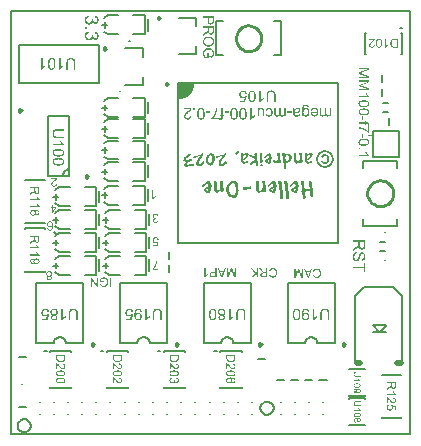
<source format=gto>
G04*
G04 #@! TF.GenerationSoftware,Altium Limited,Altium Designer,23.8.1 (32)*
G04*
G04 Layer_Color=65535*
%FSLAX25Y25*%
%MOIN*%
G70*
G04*
G04 #@! TF.SameCoordinates,F58DEBE5-8EEA-44EF-AA6C-98AFA8108316*
G04*
G04*
G04 #@! TF.FilePolarity,Positive*
G04*
G01*
G75*
%ADD10C,0.00787*%
%ADD11C,0.00984*%
%ADD12C,0.00394*%
%ADD13C,0.00300*%
%ADD14C,0.01000*%
%ADD15C,0.00591*%
%ADD16C,0.00669*%
%ADD17C,0.00800*%
%ADD18C,0.00500*%
%ADD19C,0.01968*%
G36*
X56139Y117323D02*
Y112402D01*
X57911D01*
X61061Y115551D01*
Y117323D01*
X56139D01*
D02*
G37*
G36*
X119730Y121807D02*
X117232Y120970D01*
X117228D01*
X117217Y120966D01*
X117198Y120959D01*
X117175Y120951D01*
X117148Y120943D01*
X117114Y120932D01*
X117037Y120905D01*
X116953Y120878D01*
X116865Y120852D01*
X116785Y120825D01*
X116747Y120814D01*
X116712Y120802D01*
X116716D01*
X116720Y120798D01*
X116732Y120794D01*
X116747Y120791D01*
X116770Y120783D01*
X116793Y120775D01*
X116823Y120768D01*
X116854Y120756D01*
X116892Y120745D01*
X116934Y120729D01*
X116980Y120714D01*
X117033Y120699D01*
X117087Y120680D01*
X117148Y120661D01*
X117209Y120638D01*
X117278Y120615D01*
X119730Y119767D01*
Y119137D01*
X116204D01*
Y119587D01*
X119157D01*
X116204Y120619D01*
Y121039D01*
X119207Y122055D01*
X116204D01*
Y122506D01*
X119730D01*
Y121807D01*
D02*
G37*
G36*
Y117704D02*
X117232Y116867D01*
X117228D01*
X117217Y116864D01*
X117198Y116856D01*
X117175Y116848D01*
X117148Y116841D01*
X117114Y116829D01*
X117037Y116803D01*
X116953Y116776D01*
X116865Y116749D01*
X116785Y116722D01*
X116747Y116711D01*
X116712Y116699D01*
X116716D01*
X116720Y116695D01*
X116732Y116692D01*
X116747Y116688D01*
X116770Y116680D01*
X116793Y116673D01*
X116823Y116665D01*
X116854Y116654D01*
X116892Y116642D01*
X116934Y116627D01*
X116980Y116612D01*
X117033Y116596D01*
X117087Y116577D01*
X117148Y116558D01*
X117209Y116535D01*
X117278Y116512D01*
X119730Y115664D01*
Y115034D01*
X116204D01*
Y115485D01*
X119157D01*
X116204Y116516D01*
Y116936D01*
X119207Y117952D01*
X116204D01*
Y118403D01*
X119730D01*
Y117704D01*
D02*
G37*
G36*
X118859Y114125D02*
X118863Y114113D01*
X118875Y114094D01*
X118886Y114067D01*
X118901Y114037D01*
X118924Y113999D01*
X118947Y113957D01*
X118970Y113915D01*
X119031Y113815D01*
X119104Y113708D01*
X119180Y113598D01*
X119268Y113494D01*
X119272Y113491D01*
X119280Y113483D01*
X119291Y113468D01*
X119310Y113449D01*
X119333Y113429D01*
X119356Y113403D01*
X119421Y113345D01*
X119490Y113280D01*
X119570Y113215D01*
X119654Y113158D01*
X119742Y113109D01*
Y112830D01*
X116204D01*
Y113261D01*
X118959D01*
X118951Y113269D01*
X118932Y113288D01*
X118905Y113322D01*
X118867Y113372D01*
X118821Y113429D01*
X118771Y113502D01*
X118718Y113582D01*
X118661Y113674D01*
Y113678D01*
X118653Y113685D01*
X118645Y113697D01*
X118638Y113716D01*
X118623Y113739D01*
X118611Y113766D01*
X118577Y113827D01*
X118542Y113895D01*
X118504Y113972D01*
X118470Y114052D01*
X118439Y114128D01*
X118856D01*
X118859Y114125D01*
D02*
G37*
G36*
X118046Y111714D02*
X118099D01*
X118160Y111710D01*
X118229Y111707D01*
X118302Y111703D01*
X118382Y111695D01*
X118462Y111688D01*
X118630Y111665D01*
X118794Y111634D01*
X118875Y111615D01*
X118947Y111592D01*
X118951D01*
X118962Y111584D01*
X118985Y111577D01*
X119012Y111569D01*
X119043Y111554D01*
X119081Y111539D01*
X119119Y111519D01*
X119165Y111496D01*
X119260Y111443D01*
X119356Y111374D01*
X119451Y111298D01*
X119493Y111256D01*
X119535Y111210D01*
X119539Y111206D01*
X119543Y111199D01*
X119554Y111183D01*
X119566Y111164D01*
X119585Y111141D01*
X119600Y111111D01*
X119620Y111076D01*
X119639Y111034D01*
X119658Y110992D01*
X119677Y110943D01*
X119696Y110889D01*
X119711Y110836D01*
X119723Y110775D01*
X119734Y110710D01*
X119738Y110641D01*
X119742Y110572D01*
Y110526D01*
X119738Y110500D01*
X119734Y110473D01*
X119726Y110404D01*
X119715Y110328D01*
X119692Y110244D01*
X119665Y110160D01*
X119627Y110075D01*
Y110072D01*
X119623Y110064D01*
X119616Y110053D01*
X119604Y110037D01*
X119581Y109999D01*
X119543Y109949D01*
X119497Y109892D01*
X119440Y109835D01*
X119371Y109774D01*
X119295Y109720D01*
X119291D01*
X119283Y109713D01*
X119272Y109709D01*
X119257Y109697D01*
X119237Y109686D01*
X119211Y109671D01*
X119180Y109659D01*
X119150Y109640D01*
X119073Y109606D01*
X118985Y109571D01*
X118882Y109533D01*
X118771Y109502D01*
X118768D01*
X118756Y109499D01*
X118741Y109495D01*
X118714Y109491D01*
X118684Y109483D01*
X118645Y109476D01*
X118603Y109468D01*
X118554Y109460D01*
X118496Y109457D01*
X118435Y109449D01*
X118367Y109441D01*
X118294Y109434D01*
X118214Y109430D01*
X118130Y109426D01*
X118038Y109422D01*
X117943D01*
X117935D01*
X117916D01*
X117881D01*
X117839D01*
X117786Y109426D01*
X117729Y109430D01*
X117660Y109434D01*
X117587Y109438D01*
X117507Y109445D01*
X117427Y109453D01*
X117259Y109476D01*
X117095Y109510D01*
X117014Y109529D01*
X116942Y109552D01*
X116938D01*
X116926Y109560D01*
X116903Y109564D01*
X116881Y109575D01*
X116846Y109590D01*
X116812Y109606D01*
X116770Y109625D01*
X116724Y109648D01*
X116628Y109701D01*
X116533Y109766D01*
X116437Y109843D01*
X116395Y109888D01*
X116353Y109934D01*
X116349Y109938D01*
X116346Y109946D01*
X116334Y109961D01*
X116323Y109980D01*
X116307Y110003D01*
X116288Y110033D01*
X116269Y110068D01*
X116250Y110110D01*
X116231Y110152D01*
X116212Y110202D01*
X116197Y110251D01*
X116178Y110309D01*
X116166Y110370D01*
X116155Y110434D01*
X116151Y110500D01*
X116147Y110572D01*
Y110595D01*
X116151Y110622D01*
X116155Y110656D01*
X116158Y110698D01*
X116166Y110748D01*
X116178Y110801D01*
X116193Y110862D01*
X116212Y110924D01*
X116235Y110988D01*
X116265Y111057D01*
X116300Y111122D01*
X116342Y111187D01*
X116392Y111252D01*
X116445Y111313D01*
X116510Y111371D01*
X116514Y111374D01*
X116529Y111386D01*
X116556Y111401D01*
X116594Y111424D01*
X116644Y111451D01*
X116701Y111481D01*
X116774Y111512D01*
X116854Y111542D01*
X116949Y111577D01*
X117052Y111607D01*
X117171Y111638D01*
X117301Y111665D01*
X117442Y111688D01*
X117595Y111703D01*
X117763Y111714D01*
X117943Y111718D01*
X117950D01*
X117969D01*
X118004D01*
X118046Y111714D01*
D02*
G37*
G36*
Y108975D02*
X118099D01*
X118160Y108972D01*
X118229Y108968D01*
X118302Y108964D01*
X118382Y108956D01*
X118462Y108949D01*
X118630Y108926D01*
X118794Y108895D01*
X118875Y108876D01*
X118947Y108853D01*
X118951D01*
X118962Y108845D01*
X118985Y108838D01*
X119012Y108830D01*
X119043Y108815D01*
X119081Y108800D01*
X119119Y108781D01*
X119165Y108758D01*
X119260Y108704D01*
X119356Y108635D01*
X119451Y108559D01*
X119493Y108517D01*
X119535Y108471D01*
X119539Y108467D01*
X119543Y108460D01*
X119554Y108444D01*
X119566Y108425D01*
X119585Y108402D01*
X119600Y108372D01*
X119620Y108337D01*
X119639Y108295D01*
X119658Y108253D01*
X119677Y108204D01*
X119696Y108150D01*
X119711Y108097D01*
X119723Y108036D01*
X119734Y107971D01*
X119738Y107902D01*
X119742Y107833D01*
Y107787D01*
X119738Y107761D01*
X119734Y107734D01*
X119726Y107665D01*
X119715Y107589D01*
X119692Y107505D01*
X119665Y107421D01*
X119627Y107336D01*
Y107333D01*
X119623Y107325D01*
X119616Y107314D01*
X119604Y107298D01*
X119581Y107260D01*
X119543Y107211D01*
X119497Y107153D01*
X119440Y107096D01*
X119371Y107035D01*
X119295Y106981D01*
X119291D01*
X119283Y106974D01*
X119272Y106970D01*
X119257Y106958D01*
X119237Y106947D01*
X119211Y106932D01*
X119180Y106920D01*
X119150Y106901D01*
X119073Y106867D01*
X118985Y106832D01*
X118882Y106794D01*
X118771Y106764D01*
X118768D01*
X118756Y106760D01*
X118741Y106756D01*
X118714Y106752D01*
X118684Y106744D01*
X118645Y106737D01*
X118603Y106729D01*
X118554Y106721D01*
X118496Y106718D01*
X118435Y106710D01*
X118367Y106702D01*
X118294Y106695D01*
X118214Y106691D01*
X118130Y106687D01*
X118038Y106683D01*
X117943D01*
X117935D01*
X117916D01*
X117881D01*
X117839D01*
X117786Y106687D01*
X117729Y106691D01*
X117660Y106695D01*
X117587Y106699D01*
X117507Y106706D01*
X117427Y106714D01*
X117259Y106737D01*
X117095Y106771D01*
X117014Y106790D01*
X116942Y106813D01*
X116938D01*
X116926Y106821D01*
X116903Y106825D01*
X116881Y106836D01*
X116846Y106851D01*
X116812Y106867D01*
X116770Y106886D01*
X116724Y106909D01*
X116628Y106962D01*
X116533Y107027D01*
X116437Y107104D01*
X116395Y107149D01*
X116353Y107195D01*
X116349Y107199D01*
X116346Y107207D01*
X116334Y107222D01*
X116323Y107241D01*
X116307Y107264D01*
X116288Y107294D01*
X116269Y107329D01*
X116250Y107371D01*
X116231Y107413D01*
X116212Y107463D01*
X116197Y107512D01*
X116178Y107570D01*
X116166Y107631D01*
X116155Y107696D01*
X116151Y107761D01*
X116147Y107833D01*
Y107856D01*
X116151Y107883D01*
X116155Y107917D01*
X116158Y107959D01*
X116166Y108009D01*
X116178Y108062D01*
X116193Y108124D01*
X116212Y108185D01*
X116235Y108249D01*
X116265Y108318D01*
X116300Y108383D01*
X116342Y108448D01*
X116392Y108513D01*
X116445Y108574D01*
X116510Y108632D01*
X116514Y108635D01*
X116529Y108647D01*
X116556Y108662D01*
X116594Y108685D01*
X116644Y108712D01*
X116701Y108742D01*
X116774Y108773D01*
X116854Y108803D01*
X116949Y108838D01*
X117052Y108868D01*
X117171Y108899D01*
X117301Y108926D01*
X117442Y108949D01*
X117595Y108964D01*
X117763Y108975D01*
X117943Y108979D01*
X117950D01*
X117969D01*
X118004D01*
X118046Y108975D01*
D02*
G37*
G36*
X117698Y104961D02*
X117262D01*
Y106294D01*
X117698D01*
Y104961D01*
D02*
G37*
G36*
X118760Y104380D02*
X119027D01*
X119031D01*
X119039D01*
X119050D01*
X119069D01*
X119115Y104376D01*
X119173Y104372D01*
X119234Y104368D01*
X119295Y104361D01*
X119356Y104349D01*
X119409Y104334D01*
X119413D01*
X119417Y104330D01*
X119436Y104323D01*
X119467Y104307D01*
X119505Y104284D01*
X119551Y104254D01*
X119597Y104216D01*
X119639Y104170D01*
X119681Y104116D01*
X119684Y104109D01*
X119696Y104086D01*
X119715Y104051D01*
X119734Y104002D01*
X119753Y103937D01*
X119772Y103860D01*
X119784Y103772D01*
X119788Y103673D01*
Y103643D01*
X119784Y103604D01*
Y103555D01*
X119776Y103494D01*
X119769Y103425D01*
X119757Y103349D01*
X119742Y103268D01*
X119363Y103333D01*
Y103341D01*
X119367Y103356D01*
X119371Y103383D01*
X119379Y103417D01*
X119383Y103455D01*
X119386Y103497D01*
X119390Y103589D01*
Y103620D01*
X119386Y103658D01*
X119379Y103700D01*
X119371Y103746D01*
X119356Y103792D01*
X119333Y103834D01*
X119306Y103868D01*
X119302Y103872D01*
X119291Y103879D01*
X119268Y103895D01*
X119237Y103906D01*
X119192Y103921D01*
X119138Y103937D01*
X119073Y103944D01*
X118993Y103948D01*
X118760D01*
Y103452D01*
X118424D01*
Y103948D01*
X116204D01*
Y104380D01*
X118424D01*
Y104762D01*
X118760D01*
Y104380D01*
D02*
G37*
G36*
X119684Y100927D02*
X119344D01*
X119341Y100930D01*
X119329Y100942D01*
X119306Y100961D01*
X119280Y100984D01*
X119241Y101014D01*
X119199Y101053D01*
X119150Y101091D01*
X119092Y101137D01*
X119027Y101186D01*
X118955Y101240D01*
X118875Y101297D01*
X118790Y101354D01*
X118703Y101412D01*
X118603Y101473D01*
X118500Y101538D01*
X118393Y101599D01*
X118386Y101603D01*
X118367Y101614D01*
X118336Y101629D01*
X118290Y101652D01*
X118237Y101679D01*
X118172Y101714D01*
X118099Y101748D01*
X118019Y101786D01*
X117931Y101824D01*
X117835Y101866D01*
X117732Y101908D01*
X117629Y101950D01*
X117518Y101992D01*
X117404Y102034D01*
X117171Y102107D01*
X117167D01*
X117152Y102111D01*
X117125Y102118D01*
X117095Y102126D01*
X117052Y102137D01*
X117003Y102149D01*
X116946Y102164D01*
X116884Y102176D01*
X116816Y102191D01*
X116739Y102202D01*
X116659Y102218D01*
X116575Y102229D01*
X116487Y102244D01*
X116395Y102256D01*
X116204Y102271D01*
Y102714D01*
X116208D01*
X116224D01*
X116246D01*
X116277Y102710D01*
X116319Y102707D01*
X116365Y102703D01*
X116422Y102699D01*
X116483Y102691D01*
X116556Y102684D01*
X116628Y102672D01*
X116712Y102661D01*
X116800Y102646D01*
X116896Y102627D01*
X116995Y102607D01*
X117098Y102581D01*
X117205Y102554D01*
X117213Y102550D01*
X117232Y102546D01*
X117262Y102539D01*
X117305Y102523D01*
X117358Y102508D01*
X117423Y102489D01*
X117492Y102466D01*
X117568Y102439D01*
X117652Y102409D01*
X117744Y102374D01*
X117839Y102340D01*
X117935Y102298D01*
X118137Y102210D01*
X118344Y102107D01*
X118351Y102103D01*
X118367Y102092D01*
X118397Y102076D01*
X118435Y102057D01*
X118481Y102027D01*
X118535Y101996D01*
X118596Y101958D01*
X118665Y101920D01*
X118733Y101874D01*
X118810Y101824D01*
X118962Y101717D01*
X119119Y101603D01*
X119195Y101542D01*
X119268Y101480D01*
Y103207D01*
X119684D01*
Y100927D01*
D02*
G37*
G36*
X117698Y99215D02*
X117262D01*
Y100548D01*
X117698D01*
Y99215D01*
D02*
G37*
G36*
X118046Y98852D02*
X118099D01*
X118160Y98848D01*
X118229Y98845D01*
X118302Y98841D01*
X118382Y98833D01*
X118462Y98826D01*
X118630Y98803D01*
X118794Y98772D01*
X118875Y98753D01*
X118947Y98730D01*
X118951D01*
X118962Y98722D01*
X118985Y98715D01*
X119012Y98707D01*
X119043Y98692D01*
X119081Y98677D01*
X119119Y98658D01*
X119165Y98635D01*
X119260Y98581D01*
X119356Y98512D01*
X119451Y98436D01*
X119493Y98394D01*
X119535Y98348D01*
X119539Y98344D01*
X119543Y98337D01*
X119554Y98321D01*
X119566Y98302D01*
X119585Y98279D01*
X119600Y98249D01*
X119620Y98214D01*
X119639Y98172D01*
X119658Y98130D01*
X119677Y98081D01*
X119696Y98027D01*
X119711Y97974D01*
X119723Y97913D01*
X119734Y97848D01*
X119738Y97779D01*
X119742Y97710D01*
Y97664D01*
X119738Y97637D01*
X119734Y97611D01*
X119726Y97542D01*
X119715Y97466D01*
X119692Y97382D01*
X119665Y97298D01*
X119627Y97214D01*
Y97210D01*
X119623Y97202D01*
X119616Y97191D01*
X119604Y97175D01*
X119581Y97137D01*
X119543Y97088D01*
X119497Y97030D01*
X119440Y96973D01*
X119371Y96912D01*
X119295Y96858D01*
X119291D01*
X119283Y96851D01*
X119272Y96847D01*
X119257Y96835D01*
X119237Y96824D01*
X119211Y96809D01*
X119180Y96797D01*
X119150Y96778D01*
X119073Y96744D01*
X118985Y96709D01*
X118882Y96671D01*
X118771Y96640D01*
X118768D01*
X118756Y96637D01*
X118741Y96633D01*
X118714Y96629D01*
X118684Y96621D01*
X118645Y96614D01*
X118603Y96606D01*
X118554Y96599D01*
X118496Y96595D01*
X118435Y96587D01*
X118367Y96579D01*
X118294Y96572D01*
X118214Y96568D01*
X118130Y96564D01*
X118038Y96560D01*
X117943D01*
X117935D01*
X117916D01*
X117881D01*
X117839D01*
X117786Y96564D01*
X117729Y96568D01*
X117660Y96572D01*
X117587Y96576D01*
X117507Y96583D01*
X117427Y96591D01*
X117259Y96614D01*
X117095Y96648D01*
X117014Y96667D01*
X116942Y96690D01*
X116938D01*
X116926Y96698D01*
X116903Y96702D01*
X116881Y96713D01*
X116846Y96728D01*
X116812Y96744D01*
X116770Y96763D01*
X116724Y96786D01*
X116628Y96839D01*
X116533Y96904D01*
X116437Y96981D01*
X116395Y97026D01*
X116353Y97072D01*
X116349Y97076D01*
X116346Y97084D01*
X116334Y97099D01*
X116323Y97118D01*
X116307Y97141D01*
X116288Y97171D01*
X116269Y97206D01*
X116250Y97248D01*
X116231Y97290D01*
X116212Y97340D01*
X116197Y97389D01*
X116178Y97447D01*
X116166Y97508D01*
X116155Y97573D01*
X116151Y97637D01*
X116147Y97710D01*
Y97733D01*
X116151Y97760D01*
X116155Y97794D01*
X116158Y97836D01*
X116166Y97886D01*
X116178Y97939D01*
X116193Y98001D01*
X116212Y98062D01*
X116235Y98127D01*
X116265Y98195D01*
X116300Y98260D01*
X116342Y98325D01*
X116392Y98390D01*
X116445Y98451D01*
X116510Y98509D01*
X116514Y98512D01*
X116529Y98524D01*
X116556Y98539D01*
X116594Y98562D01*
X116644Y98589D01*
X116701Y98619D01*
X116774Y98650D01*
X116854Y98680D01*
X116949Y98715D01*
X117052Y98745D01*
X117171Y98776D01*
X117301Y98803D01*
X117442Y98826D01*
X117595Y98841D01*
X117763Y98852D01*
X117943Y98856D01*
X117950D01*
X117969D01*
X118004D01*
X118046Y98852D01*
D02*
G37*
G36*
X116697Y95384D02*
X116204D01*
Y95876D01*
X116697D01*
Y95384D01*
D02*
G37*
G36*
X118859Y94417D02*
X118863Y94406D01*
X118875Y94387D01*
X118886Y94360D01*
X118901Y94329D01*
X118924Y94291D01*
X118947Y94249D01*
X118970Y94207D01*
X119031Y94108D01*
X119104Y94001D01*
X119180Y93890D01*
X119268Y93787D01*
X119272Y93783D01*
X119280Y93775D01*
X119291Y93760D01*
X119310Y93741D01*
X119333Y93722D01*
X119356Y93695D01*
X119421Y93638D01*
X119490Y93573D01*
X119570Y93508D01*
X119654Y93451D01*
X119742Y93401D01*
Y93122D01*
X116204D01*
Y93554D01*
X118959D01*
X118951Y93562D01*
X118932Y93581D01*
X118905Y93615D01*
X118867Y93665D01*
X118821Y93722D01*
X118771Y93795D01*
X118718Y93875D01*
X118661Y93967D01*
Y93970D01*
X118653Y93978D01*
X118645Y93989D01*
X118638Y94009D01*
X118623Y94032D01*
X118611Y94058D01*
X118577Y94119D01*
X118542Y94188D01*
X118504Y94265D01*
X118470Y94345D01*
X118439Y94421D01*
X118856D01*
X118859Y94417D01*
D02*
G37*
G36*
X98704Y110232D02*
X98746Y110228D01*
X98796Y110224D01*
X98850Y110215D01*
X98908Y110207D01*
X99037Y110182D01*
X99170Y110141D01*
X99241Y110116D01*
X99303Y110087D01*
X99370Y110049D01*
X99428Y110012D01*
X99432Y110007D01*
X99440Y109999D01*
X99457Y109987D01*
X99474Y109970D01*
X99499Y109945D01*
X99524Y109916D01*
X99549Y109883D01*
X99578Y109841D01*
X99607Y109799D01*
X99632Y109749D01*
X99657Y109691D01*
X99678Y109633D01*
X99698Y109566D01*
X99711Y109496D01*
X99719Y109421D01*
Y109338D01*
X99262Y109400D01*
Y109404D01*
Y109408D01*
X99253Y109433D01*
X99245Y109471D01*
X99233Y109517D01*
X99212Y109571D01*
X99183Y109620D01*
X99149Y109670D01*
X99103Y109712D01*
X99095Y109716D01*
X99070Y109733D01*
X99033Y109754D01*
X98979Y109779D01*
X98908Y109804D01*
X98829Y109824D01*
X98733Y109841D01*
X98625Y109845D01*
X98592D01*
X98571Y109841D01*
X98542D01*
X98513Y109837D01*
X98438Y109828D01*
X98359Y109812D01*
X98276Y109787D01*
X98193Y109758D01*
X98122Y109712D01*
X98118D01*
X98114Y109708D01*
X98093Y109687D01*
X98063Y109658D01*
X98022Y109616D01*
X97984Y109566D01*
X97943Y109504D01*
X97905Y109429D01*
X97876Y109346D01*
Y109338D01*
X97872Y109329D01*
Y109317D01*
X97868Y109300D01*
X97864Y109275D01*
Y109250D01*
X97860Y109217D01*
X97856Y109180D01*
X97851Y109138D01*
Y109088D01*
X97847Y109034D01*
Y108972D01*
X97843Y108905D01*
Y108830D01*
Y108747D01*
X97847Y108751D01*
X97856Y108764D01*
X97876Y108780D01*
X97897Y108805D01*
X97930Y108830D01*
X97964Y108859D01*
X98010Y108893D01*
X98055Y108926D01*
X98109Y108963D01*
X98168Y108992D01*
X98230Y109026D01*
X98301Y109051D01*
X98371Y109076D01*
X98446Y109092D01*
X98529Y109105D01*
X98613Y109109D01*
X98638D01*
X98667Y109105D01*
X98708Y109100D01*
X98754Y109096D01*
X98812Y109088D01*
X98871Y109076D01*
X98937Y109059D01*
X99008Y109034D01*
X99083Y109009D01*
X99158Y108976D01*
X99228Y108934D01*
X99303Y108888D01*
X99374Y108834D01*
X99440Y108768D01*
X99503Y108697D01*
X99507Y108693D01*
X99515Y108676D01*
X99532Y108655D01*
X99553Y108622D01*
X99574Y108585D01*
X99603Y108535D01*
X99628Y108481D01*
X99657Y108418D01*
X99686Y108348D01*
X99715Y108273D01*
X99744Y108189D01*
X99765Y108102D01*
X99786Y108011D01*
X99802Y107911D01*
X99811Y107811D01*
X99815Y107703D01*
Y107699D01*
Y107686D01*
Y107665D01*
X99811Y107636D01*
Y107599D01*
X99807Y107561D01*
X99802Y107516D01*
X99798Y107462D01*
X99782Y107349D01*
X99757Y107229D01*
X99719Y107100D01*
X99673Y106971D01*
Y106966D01*
X99665Y106954D01*
X99657Y106937D01*
X99644Y106916D01*
X99632Y106887D01*
X99611Y106854D01*
X99565Y106779D01*
X99507Y106696D01*
X99436Y106609D01*
X99349Y106526D01*
X99253Y106451D01*
X99249Y106447D01*
X99241Y106442D01*
X99224Y106434D01*
X99203Y106421D01*
X99178Y106409D01*
X99145Y106392D01*
X99112Y106376D01*
X99070Y106355D01*
X99024Y106338D01*
X98975Y106322D01*
X98866Y106292D01*
X98746Y106272D01*
X98679Y106263D01*
X98592D01*
X98563Y106268D01*
X98529D01*
X98488Y106276D01*
X98438Y106284D01*
X98384Y106297D01*
X98326Y106313D01*
X98263Y106334D01*
X98197Y106363D01*
X98130Y106392D01*
X98059Y106434D01*
X97993Y106480D01*
X97922Y106534D01*
X97860Y106596D01*
X97797Y106667D01*
Y106326D01*
X97365D01*
Y108730D01*
Y108739D01*
Y108759D01*
Y108793D01*
Y108834D01*
X97369Y108888D01*
X97373Y108951D01*
X97377Y109017D01*
X97381Y109088D01*
X97398Y109238D01*
X97419Y109392D01*
X97435Y109462D01*
X97452Y109533D01*
X97473Y109596D01*
X97498Y109650D01*
Y109654D01*
X97502Y109662D01*
X97510Y109675D01*
X97523Y109695D01*
X97556Y109745D01*
X97602Y109804D01*
X97660Y109874D01*
X97731Y109945D01*
X97818Y110016D01*
X97918Y110078D01*
X97922D01*
X97930Y110087D01*
X97947Y110091D01*
X97968Y110103D01*
X97997Y110116D01*
X98030Y110128D01*
X98068Y110141D01*
X98114Y110157D01*
X98163Y110174D01*
X98217Y110186D01*
X98272Y110199D01*
X98334Y110211D01*
X98471Y110228D01*
X98621Y110236D01*
X98671D01*
X98704Y110232D01*
D02*
G37*
G36*
X95934Y109167D02*
X95971Y109163D01*
X96017Y109159D01*
X96067Y109155D01*
X96117Y109142D01*
X96233Y109117D01*
X96350Y109080D01*
X96404Y109055D01*
X96462Y109021D01*
X96512Y108988D01*
X96562Y108951D01*
X96566Y108947D01*
X96574Y108938D01*
X96583Y108926D01*
X96599Y108909D01*
X96620Y108888D01*
X96641Y108859D01*
X96662Y108830D01*
X96682Y108793D01*
X96728Y108714D01*
X96770Y108614D01*
X96786Y108560D01*
X96795Y108502D01*
X96803Y108439D01*
X96807Y108377D01*
Y108372D01*
Y108368D01*
Y108343D01*
X96803Y108302D01*
X96795Y108252D01*
X96786Y108194D01*
X96770Y108131D01*
X96745Y108069D01*
X96716Y108002D01*
X96711Y107994D01*
X96699Y107973D01*
X96678Y107944D01*
X96649Y107903D01*
X96616Y107861D01*
X96574Y107815D01*
X96529Y107773D01*
X96474Y107732D01*
X96466Y107728D01*
X96445Y107715D01*
X96416Y107694D01*
X96375Y107674D01*
X96325Y107649D01*
X96266Y107624D01*
X96200Y107599D01*
X96133Y107578D01*
X96125D01*
X96108Y107570D01*
X96075Y107565D01*
X96029Y107553D01*
X95971Y107545D01*
X95896Y107532D01*
X95813Y107520D01*
X95713Y107507D01*
X95705D01*
X95688Y107503D01*
X95659Y107499D01*
X95622Y107495D01*
X95572Y107486D01*
X95518Y107478D01*
X95459Y107470D01*
X95393Y107462D01*
X95256Y107437D01*
X95118Y107407D01*
X95052Y107391D01*
X94985Y107374D01*
X94927Y107358D01*
X94873Y107341D01*
Y107337D01*
Y107324D01*
Y107308D01*
X94869Y107291D01*
Y107249D01*
Y107233D01*
Y107220D01*
Y107216D01*
Y107208D01*
Y107191D01*
Y107175D01*
X94877Y107124D01*
X94885Y107062D01*
X94902Y106996D01*
X94927Y106929D01*
X94960Y106867D01*
X95006Y106817D01*
X95014Y106808D01*
X95023Y106800D01*
X95039Y106792D01*
X95060Y106779D01*
X95081Y106767D01*
X95139Y106734D01*
X95214Y106704D01*
X95306Y106679D01*
X95414Y106663D01*
X95538Y106655D01*
X95592D01*
X95622Y106659D01*
X95651D01*
X95726Y106667D01*
X95805Y106684D01*
X95884Y106704D01*
X95963Y106734D01*
X96029Y106771D01*
X96038Y106775D01*
X96054Y106792D01*
X96083Y106825D01*
X96117Y106867D01*
X96154Y106921D01*
X96196Y106996D01*
X96229Y107079D01*
X96246Y107129D01*
X96262Y107183D01*
X96724Y107120D01*
Y107116D01*
X96720Y107108D01*
X96716Y107091D01*
X96711Y107071D01*
X96703Y107045D01*
X96695Y107016D01*
X96674Y106950D01*
X96645Y106875D01*
X96612Y106796D01*
X96570Y106717D01*
X96520Y106646D01*
Y106642D01*
X96512Y106638D01*
X96491Y106617D01*
X96458Y106584D01*
X96412Y106542D01*
X96354Y106496D01*
X96283Y106451D01*
X96200Y106405D01*
X96104Y106363D01*
X96100D01*
X96092Y106359D01*
X96075Y106355D01*
X96054Y106347D01*
X96029Y106338D01*
X96000Y106330D01*
X95963Y106322D01*
X95921Y106313D01*
X95880Y106305D01*
X95830Y106297D01*
X95722Y106280D01*
X95601Y106268D01*
X95472Y106263D01*
X95414D01*
X95385Y106268D01*
X95347D01*
X95268Y106276D01*
X95177Y106284D01*
X95081Y106301D01*
X94985Y106322D01*
X94898Y106351D01*
X94894D01*
X94889Y106355D01*
X94877Y106359D01*
X94860Y106367D01*
X94823Y106384D01*
X94773Y106409D01*
X94719Y106438D01*
X94665Y106476D01*
X94615Y106517D01*
X94569Y106563D01*
X94565Y106567D01*
X94552Y106584D01*
X94532Y106613D01*
X94511Y106650D01*
X94486Y106696D01*
X94461Y106750D01*
X94436Y106813D01*
X94419Y106883D01*
Y106887D01*
X94415Y106908D01*
X94411Y106937D01*
X94407Y106983D01*
X94403Y107041D01*
X94399Y107116D01*
Y107162D01*
X94394Y107208D01*
Y107258D01*
Y107316D01*
Y107944D01*
Y107952D01*
Y107973D01*
Y108007D01*
Y108048D01*
Y108102D01*
Y108160D01*
X94390Y108227D01*
Y108293D01*
X94386Y108435D01*
Y108506D01*
X94382Y108572D01*
X94378Y108635D01*
X94374Y108689D01*
X94370Y108739D01*
X94365Y108776D01*
Y108784D01*
X94361Y108805D01*
X94353Y108838D01*
X94340Y108884D01*
X94324Y108934D01*
X94303Y108988D01*
X94278Y109051D01*
X94249Y109109D01*
X94740D01*
X94744Y109100D01*
X94752Y109084D01*
X94765Y109051D01*
X94777Y109009D01*
X94794Y108959D01*
X94810Y108901D01*
X94823Y108834D01*
X94831Y108759D01*
X94835Y108764D01*
X94844Y108768D01*
X94856Y108780D01*
X94877Y108797D01*
X94902Y108814D01*
X94927Y108838D01*
X94994Y108884D01*
X95073Y108938D01*
X95156Y108992D01*
X95247Y109038D01*
X95339Y109080D01*
X95343D01*
X95351Y109084D01*
X95364Y109088D01*
X95380Y109092D01*
X95401Y109100D01*
X95430Y109109D01*
X95493Y109125D01*
X95572Y109142D01*
X95659Y109159D01*
X95755Y109167D01*
X95859Y109171D01*
X95904D01*
X95934Y109167D01*
D02*
G37*
G36*
X83882D02*
X83944Y109159D01*
X84015Y109151D01*
X84094Y109134D01*
X84173Y109109D01*
X84257Y109080D01*
X84261D01*
X84265Y109076D01*
X84290Y109063D01*
X84327Y109042D01*
X84377Y109013D01*
X84427Y108980D01*
X84481Y108938D01*
X84531Y108893D01*
X84573Y108843D01*
X84577Y108834D01*
X84589Y108818D01*
X84606Y108784D01*
X84627Y108743D01*
X84652Y108693D01*
X84677Y108635D01*
X84698Y108568D01*
X84718Y108493D01*
Y108485D01*
X84722Y108468D01*
X84727Y108431D01*
X84731Y108385D01*
X84735Y108323D01*
X84739Y108248D01*
X84743Y108156D01*
Y108052D01*
Y106326D01*
X84273D01*
Y107869D01*
Y107873D01*
Y107886D01*
Y107903D01*
Y107927D01*
Y107961D01*
Y107994D01*
X84269Y108069D01*
Y108152D01*
X84261Y108235D01*
X84257Y108310D01*
X84252Y108343D01*
X84248Y108368D01*
X84244Y108377D01*
X84240Y108397D01*
X84227Y108435D01*
X84207Y108476D01*
X84182Y108522D01*
X84148Y108568D01*
X84107Y108618D01*
X84057Y108660D01*
X84048Y108664D01*
X84032Y108676D01*
X83999Y108693D01*
X83957Y108710D01*
X83907Y108730D01*
X83845Y108747D01*
X83774Y108759D01*
X83699Y108764D01*
X83662D01*
X83624Y108759D01*
X83570Y108751D01*
X83508Y108739D01*
X83441Y108718D01*
X83375Y108693D01*
X83304Y108655D01*
X83300D01*
X83296Y108651D01*
X83275Y108635D01*
X83241Y108610D01*
X83200Y108576D01*
X83158Y108535D01*
X83113Y108485D01*
X83071Y108427D01*
X83038Y108360D01*
Y108356D01*
X83034Y108352D01*
X83029Y108339D01*
X83025Y108327D01*
X83021Y108306D01*
X83013Y108281D01*
X83004Y108256D01*
X82996Y108223D01*
X82984Y108144D01*
X82971Y108052D01*
X82963Y107944D01*
X82959Y107819D01*
Y106326D01*
X82489D01*
Y109109D01*
X82909D01*
Y108701D01*
X82913Y108705D01*
X82925Y108722D01*
X82942Y108743D01*
X82967Y108776D01*
X83000Y108809D01*
X83042Y108851D01*
X83087Y108893D01*
X83142Y108934D01*
X83204Y108980D01*
X83271Y109021D01*
X83341Y109063D01*
X83420Y109096D01*
X83508Y109130D01*
X83595Y109151D01*
X83691Y109167D01*
X83795Y109171D01*
X83836D01*
X83882Y109167D01*
D02*
G37*
G36*
X61643Y108572D02*
X61106D01*
Y109109D01*
X61643D01*
Y108572D01*
D02*
G37*
G36*
X93854Y107482D02*
X92402D01*
Y107957D01*
X93854D01*
Y107482D01*
D02*
G37*
G36*
X72987D02*
X71535D01*
Y107957D01*
X72987D01*
Y107482D01*
D02*
G37*
G36*
X66730D02*
X65279D01*
Y107957D01*
X66730D01*
Y107482D01*
D02*
G37*
G36*
X107087Y106326D02*
X106666D01*
Y106713D01*
X106658Y106709D01*
X106641Y106684D01*
X106612Y106646D01*
X106571Y106600D01*
X106521Y106546D01*
X106463Y106492D01*
X106396Y106438D01*
X106317Y106388D01*
X106313D01*
X106309Y106384D01*
X106296Y106376D01*
X106280Y106367D01*
X106259Y106359D01*
X106234Y106347D01*
X106175Y106326D01*
X106101Y106301D01*
X106017Y106284D01*
X105922Y106268D01*
X105822Y106263D01*
X105772D01*
X105743Y106268D01*
X105714Y106272D01*
X105643Y106280D01*
X105564Y106297D01*
X105481Y106317D01*
X105398Y106351D01*
X105319Y106392D01*
X105314D01*
X105310Y106396D01*
X105285Y106417D01*
X105252Y106447D01*
X105206Y106484D01*
X105160Y106538D01*
X105115Y106596D01*
X105073Y106667D01*
X105036Y106750D01*
X105032Y106746D01*
X105019Y106729D01*
X105002Y106704D01*
X104973Y106675D01*
X104944Y106638D01*
X104903Y106596D01*
X104857Y106551D01*
X104803Y106505D01*
X104745Y106463D01*
X104678Y106417D01*
X104607Y106376D01*
X104532Y106338D01*
X104449Y106309D01*
X104362Y106284D01*
X104270Y106268D01*
X104175Y106263D01*
X104133D01*
X104108Y106268D01*
X104071Y106272D01*
X104033Y106276D01*
X103987Y106284D01*
X103937Y106292D01*
X103838Y106322D01*
X103729Y106363D01*
X103680Y106388D01*
X103630Y106417D01*
X103580Y106455D01*
X103538Y106496D01*
X103534Y106500D01*
X103530Y106509D01*
X103517Y106521D01*
X103505Y106538D01*
X103484Y106563D01*
X103467Y106592D01*
X103447Y106630D01*
X103426Y106671D01*
X103405Y106717D01*
X103384Y106767D01*
X103363Y106825D01*
X103347Y106887D01*
X103334Y106958D01*
X103322Y107033D01*
X103318Y107112D01*
X103314Y107199D01*
Y109109D01*
X103784D01*
Y107358D01*
Y107353D01*
Y107345D01*
Y107328D01*
Y107312D01*
X103788Y107262D01*
Y107199D01*
X103796Y107133D01*
X103804Y107066D01*
X103813Y107004D01*
X103829Y106950D01*
Y106946D01*
X103838Y106929D01*
X103850Y106908D01*
X103867Y106879D01*
X103892Y106846D01*
X103917Y106813D01*
X103954Y106779D01*
X103996Y106750D01*
X104000Y106746D01*
X104016Y106738D01*
X104042Y106725D01*
X104075Y106709D01*
X104116Y106696D01*
X104166Y106684D01*
X104220Y106675D01*
X104279Y106671D01*
X104308D01*
X104329Y106675D01*
X104353D01*
X104383Y106679D01*
X104449Y106696D01*
X104528Y106717D01*
X104611Y106754D01*
X104690Y106800D01*
X104732Y106833D01*
X104770Y106867D01*
Y106871D01*
X104778Y106875D01*
X104786Y106887D01*
X104799Y106904D01*
X104815Y106925D01*
X104832Y106950D01*
X104849Y106983D01*
X104865Y107016D01*
X104886Y107058D01*
X104903Y107104D01*
X104919Y107158D01*
X104936Y107212D01*
X104948Y107274D01*
X104957Y107345D01*
X104961Y107416D01*
X104965Y107495D01*
Y109109D01*
X105435D01*
Y107303D01*
Y107299D01*
Y107291D01*
Y107274D01*
Y107249D01*
X105439Y107224D01*
Y107195D01*
X105448Y107124D01*
X105464Y107050D01*
X105485Y106971D01*
X105514Y106896D01*
X105552Y106829D01*
X105556Y106821D01*
X105572Y106804D01*
X105602Y106779D01*
X105639Y106750D01*
X105693Y106721D01*
X105755Y106696D01*
X105834Y106679D01*
X105926Y106671D01*
X105959D01*
X105997Y106675D01*
X106047Y106684D01*
X106105Y106696D01*
X106167Y106717D01*
X106230Y106742D01*
X106296Y106779D01*
X106305Y106783D01*
X106325Y106800D01*
X106354Y106821D01*
X106388Y106858D01*
X106429Y106900D01*
X106471Y106954D01*
X106508Y107016D01*
X106542Y107087D01*
Y107091D01*
X106546Y107095D01*
X106550Y107108D01*
X106554Y107124D01*
X106558Y107145D01*
X106567Y107170D01*
X106571Y107199D01*
X106579Y107233D01*
X106587Y107274D01*
X106592Y107316D01*
X106600Y107362D01*
X106604Y107416D01*
X106608Y107470D01*
X106612Y107532D01*
X106616Y107595D01*
Y107665D01*
Y109109D01*
X107087D01*
Y106326D01*
D02*
G37*
G36*
X91886D02*
X91466D01*
Y106713D01*
X91457Y106709D01*
X91441Y106684D01*
X91412Y106646D01*
X91370Y106600D01*
X91320Y106546D01*
X91262Y106492D01*
X91195Y106438D01*
X91116Y106388D01*
X91112D01*
X91108Y106384D01*
X91096Y106376D01*
X91079Y106367D01*
X91058Y106359D01*
X91033Y106347D01*
X90975Y106326D01*
X90900Y106301D01*
X90817Y106284D01*
X90721Y106268D01*
X90621Y106263D01*
X90571D01*
X90542Y106268D01*
X90513Y106272D01*
X90442Y106280D01*
X90363Y106297D01*
X90280Y106317D01*
X90197Y106351D01*
X90118Y106392D01*
X90114D01*
X90110Y106396D01*
X90085Y106417D01*
X90051Y106447D01*
X90006Y106484D01*
X89960Y106538D01*
X89914Y106596D01*
X89872Y106667D01*
X89835Y106750D01*
X89831Y106746D01*
X89818Y106729D01*
X89802Y106704D01*
X89773Y106675D01*
X89744Y106638D01*
X89702Y106596D01*
X89656Y106551D01*
X89602Y106505D01*
X89544Y106463D01*
X89477Y106417D01*
X89407Y106376D01*
X89332Y106338D01*
X89249Y106309D01*
X89161Y106284D01*
X89070Y106268D01*
X88974Y106263D01*
X88932D01*
X88907Y106268D01*
X88870Y106272D01*
X88832Y106276D01*
X88787Y106284D01*
X88737Y106292D01*
X88637Y106322D01*
X88529Y106363D01*
X88479Y106388D01*
X88429Y106417D01*
X88379Y106455D01*
X88337Y106496D01*
X88333Y106500D01*
X88329Y106509D01*
X88317Y106521D01*
X88304Y106538D01*
X88283Y106563D01*
X88267Y106592D01*
X88246Y106630D01*
X88225Y106671D01*
X88204Y106717D01*
X88184Y106767D01*
X88163Y106825D01*
X88146Y106887D01*
X88134Y106958D01*
X88121Y107033D01*
X88117Y107112D01*
X88113Y107199D01*
Y109109D01*
X88583D01*
Y107358D01*
Y107353D01*
Y107345D01*
Y107328D01*
Y107312D01*
X88587Y107262D01*
Y107199D01*
X88595Y107133D01*
X88604Y107066D01*
X88612Y107004D01*
X88629Y106950D01*
Y106946D01*
X88637Y106929D01*
X88649Y106908D01*
X88666Y106879D01*
X88691Y106846D01*
X88716Y106813D01*
X88753Y106779D01*
X88795Y106750D01*
X88799Y106746D01*
X88816Y106738D01*
X88841Y106725D01*
X88874Y106709D01*
X88916Y106696D01*
X88966Y106684D01*
X89020Y106675D01*
X89078Y106671D01*
X89107D01*
X89128Y106675D01*
X89153D01*
X89182Y106679D01*
X89249Y106696D01*
X89328Y106717D01*
X89411Y106754D01*
X89490Y106800D01*
X89531Y106833D01*
X89569Y106867D01*
Y106871D01*
X89577Y106875D01*
X89586Y106887D01*
X89598Y106904D01*
X89615Y106925D01*
X89631Y106950D01*
X89648Y106983D01*
X89665Y107016D01*
X89685Y107058D01*
X89702Y107104D01*
X89719Y107158D01*
X89735Y107212D01*
X89748Y107274D01*
X89756Y107345D01*
X89760Y107416D01*
X89764Y107495D01*
Y109109D01*
X90234D01*
Y107303D01*
Y107299D01*
Y107291D01*
Y107274D01*
Y107249D01*
X90239Y107224D01*
Y107195D01*
X90247Y107124D01*
X90263Y107050D01*
X90284Y106971D01*
X90314Y106896D01*
X90351Y106829D01*
X90355Y106821D01*
X90372Y106804D01*
X90401Y106779D01*
X90438Y106750D01*
X90492Y106721D01*
X90555Y106696D01*
X90634Y106679D01*
X90725Y106671D01*
X90759D01*
X90796Y106675D01*
X90846Y106684D01*
X90904Y106696D01*
X90967Y106717D01*
X91029Y106742D01*
X91096Y106779D01*
X91104Y106783D01*
X91125Y106800D01*
X91154Y106821D01*
X91187Y106858D01*
X91229Y106900D01*
X91270Y106954D01*
X91308Y107016D01*
X91341Y107087D01*
Y107091D01*
X91345Y107095D01*
X91349Y107108D01*
X91353Y107124D01*
X91358Y107145D01*
X91366Y107170D01*
X91370Y107199D01*
X91378Y107233D01*
X91387Y107274D01*
X91391Y107316D01*
X91399Y107362D01*
X91403Y107416D01*
X91408Y107470D01*
X91412Y107532D01*
X91416Y107595D01*
Y107665D01*
Y109109D01*
X91886D01*
Y106326D01*
D02*
G37*
G36*
X86345Y109167D02*
X86386D01*
X86432Y109159D01*
X86490Y109151D01*
X86553Y109142D01*
X86619Y109125D01*
X86690Y109105D01*
X86765Y109080D01*
X86840Y109051D01*
X86919Y109013D01*
X86994Y108972D01*
X87069Y108922D01*
X87139Y108868D01*
X87206Y108801D01*
X87210Y108797D01*
X87223Y108784D01*
X87239Y108764D01*
X87260Y108730D01*
X87285Y108693D01*
X87314Y108647D01*
X87347Y108589D01*
X87376Y108527D01*
X87410Y108456D01*
X87443Y108377D01*
X87472Y108289D01*
X87497Y108194D01*
X87518Y108090D01*
X87535Y107977D01*
X87547Y107857D01*
X87551Y107732D01*
Y107728D01*
Y107711D01*
Y107686D01*
X87547Y107657D01*
Y107615D01*
X87543Y107570D01*
X87539Y107520D01*
X87535Y107462D01*
X87514Y107341D01*
X87489Y107208D01*
X87456Y107071D01*
X87406Y106941D01*
Y106937D01*
X87397Y106925D01*
X87389Y106908D01*
X87376Y106887D01*
X87360Y106858D01*
X87343Y106825D01*
X87293Y106750D01*
X87231Y106671D01*
X87152Y106584D01*
X87060Y106505D01*
X86952Y106434D01*
X86948D01*
X86940Y106426D01*
X86923Y106417D01*
X86898Y106409D01*
X86869Y106392D01*
X86836Y106380D01*
X86798Y106363D01*
X86757Y106347D01*
X86707Y106334D01*
X86657Y106317D01*
X86545Y106288D01*
X86420Y106272D01*
X86291Y106263D01*
X86245D01*
X86216Y106268D01*
X86178Y106272D01*
X86133Y106276D01*
X86083Y106284D01*
X86029Y106292D01*
X85912Y106322D01*
X85787Y106363D01*
X85725Y106388D01*
X85663Y106417D01*
X85604Y106455D01*
X85550Y106496D01*
X85546Y106500D01*
X85538Y106509D01*
X85521Y106521D01*
X85505Y106538D01*
X85479Y106563D01*
X85455Y106592D01*
X85426Y106625D01*
X85396Y106663D01*
X85363Y106709D01*
X85334Y106754D01*
X85301Y106808D01*
X85272Y106867D01*
X85247Y106929D01*
X85222Y106996D01*
X85197Y107071D01*
X85180Y107145D01*
X85638Y107216D01*
Y107212D01*
X85642Y107204D01*
X85646Y107191D01*
X85650Y107170D01*
X85667Y107120D01*
X85692Y107058D01*
X85725Y106991D01*
X85762Y106921D01*
X85812Y106854D01*
X85871Y106796D01*
X85879Y106788D01*
X85900Y106771D01*
X85937Y106750D01*
X85983Y106721D01*
X86041Y106696D01*
X86108Y106671D01*
X86187Y106655D01*
X86270Y106650D01*
X86303D01*
X86328Y106655D01*
X86361Y106659D01*
X86395Y106663D01*
X86478Y106684D01*
X86569Y106713D01*
X86615Y106734D01*
X86665Y106758D01*
X86711Y106788D01*
X86761Y106825D01*
X86807Y106862D01*
X86848Y106908D01*
X86852Y106912D01*
X86857Y106921D01*
X86869Y106933D01*
X86882Y106958D01*
X86898Y106983D01*
X86919Y107016D01*
X86940Y107058D01*
X86956Y107104D01*
X86977Y107158D01*
X86998Y107216D01*
X87019Y107283D01*
X87035Y107358D01*
X87048Y107437D01*
X87060Y107520D01*
X87064Y107615D01*
X87069Y107715D01*
Y107719D01*
Y107740D01*
Y107769D01*
X87064Y107807D01*
X87060Y107852D01*
X87056Y107907D01*
X87052Y107965D01*
X87044Y108027D01*
X87019Y108160D01*
X86977Y108298D01*
X86956Y108360D01*
X86927Y108423D01*
X86894Y108481D01*
X86857Y108531D01*
X86852Y108535D01*
X86848Y108543D01*
X86836Y108556D01*
X86819Y108568D01*
X86794Y108589D01*
X86769Y108610D01*
X86740Y108635D01*
X86707Y108655D01*
X86624Y108705D01*
X86528Y108743D01*
X86474Y108759D01*
X86420Y108772D01*
X86357Y108780D01*
X86295Y108784D01*
X86270D01*
X86249Y108780D01*
X86224D01*
X86199Y108776D01*
X86133Y108764D01*
X86062Y108743D01*
X85983Y108714D01*
X85908Y108672D01*
X85833Y108618D01*
X85829Y108614D01*
X85825Y108610D01*
X85804Y108585D01*
X85771Y108543D01*
X85754Y108518D01*
X85733Y108489D01*
X85712Y108452D01*
X85692Y108414D01*
X85675Y108372D01*
X85654Y108323D01*
X85638Y108273D01*
X85621Y108214D01*
X85609Y108156D01*
X85596Y108090D01*
X85134Y108152D01*
Y108156D01*
X85138Y108173D01*
X85143Y108198D01*
X85151Y108231D01*
X85163Y108273D01*
X85176Y108318D01*
X85193Y108368D01*
X85213Y108427D01*
X85263Y108543D01*
X85296Y108606D01*
X85334Y108668D01*
X85371Y108730D01*
X85417Y108793D01*
X85471Y108847D01*
X85525Y108901D01*
X85530Y108905D01*
X85538Y108913D01*
X85559Y108926D01*
X85579Y108942D01*
X85613Y108963D01*
X85646Y108988D01*
X85692Y109009D01*
X85738Y109034D01*
X85791Y109063D01*
X85850Y109084D01*
X85912Y109109D01*
X85979Y109130D01*
X86054Y109146D01*
X86128Y109159D01*
X86208Y109167D01*
X86291Y109171D01*
X86316D01*
X86345Y109167D01*
D02*
G37*
G36*
X101508D02*
X101550D01*
X101604Y109159D01*
X101662Y109151D01*
X101728Y109138D01*
X101799Y109125D01*
X101874Y109105D01*
X101953Y109080D01*
X102036Y109051D01*
X102115Y109013D01*
X102199Y108972D01*
X102273Y108922D01*
X102348Y108863D01*
X102419Y108797D01*
X102423Y108793D01*
X102436Y108780D01*
X102452Y108759D01*
X102473Y108726D01*
X102502Y108689D01*
X102531Y108643D01*
X102565Y108589D01*
X102594Y108527D01*
X102627Y108456D01*
X102660Y108377D01*
X102690Y108289D01*
X102719Y108194D01*
X102739Y108094D01*
X102756Y107986D01*
X102769Y107869D01*
X102773Y107744D01*
Y107736D01*
Y107715D01*
X102769Y107678D01*
Y107628D01*
X102760Y107570D01*
X102752Y107503D01*
X102744Y107424D01*
X102727Y107345D01*
X102710Y107258D01*
X102685Y107170D01*
X102656Y107079D01*
X102623Y106987D01*
X102581Y106900D01*
X102531Y106813D01*
X102477Y106729D01*
X102415Y106655D01*
X102411Y106650D01*
X102398Y106638D01*
X102377Y106617D01*
X102348Y106592D01*
X102315Y106563D01*
X102269Y106530D01*
X102219Y106496D01*
X102161Y106459D01*
X102099Y106421D01*
X102028Y106388D01*
X101949Y106355D01*
X101866Y106326D01*
X101774Y106301D01*
X101683Y106280D01*
X101579Y106268D01*
X101475Y106263D01*
X101450D01*
X101421Y106268D01*
X101383D01*
X101333Y106276D01*
X101279Y106284D01*
X101217Y106297D01*
X101150Y106309D01*
X101079Y106330D01*
X101009Y106355D01*
X100930Y106388D01*
X100855Y106426D01*
X100780Y106467D01*
X100705Y106521D01*
X100630Y106580D01*
X100564Y106646D01*
X100560Y106650D01*
X100547Y106663D01*
X100530Y106684D01*
X100510Y106717D01*
X100480Y106754D01*
X100451Y106800D01*
X100418Y106858D01*
X100385Y106921D01*
X100356Y106991D01*
X100322Y107071D01*
X100293Y107158D01*
X100264Y107254D01*
X100243Y107358D01*
X100227Y107470D01*
X100214Y107586D01*
X100210Y107711D01*
Y107719D01*
Y107740D01*
Y107782D01*
X100214Y107836D01*
X102290D01*
Y107840D01*
Y107857D01*
X102286Y107882D01*
X102282Y107911D01*
X102278Y107952D01*
X102269Y107994D01*
X102261Y108044D01*
X102249Y108098D01*
X102215Y108210D01*
X102170Y108331D01*
X102140Y108385D01*
X102111Y108443D01*
X102074Y108493D01*
X102032Y108543D01*
X102028Y108547D01*
X102020Y108551D01*
X102007Y108564D01*
X101991Y108581D01*
X101966Y108597D01*
X101941Y108618D01*
X101907Y108643D01*
X101870Y108664D01*
X101787Y108710D01*
X101687Y108747D01*
X101633Y108764D01*
X101575Y108772D01*
X101512Y108780D01*
X101450Y108784D01*
X101425D01*
X101408Y108780D01*
X101358Y108776D01*
X101296Y108768D01*
X101229Y108751D01*
X101154Y108726D01*
X101079Y108697D01*
X101009Y108651D01*
X101005D01*
X101000Y108643D01*
X100980Y108626D01*
X100946Y108593D01*
X100905Y108543D01*
X100859Y108485D01*
X100809Y108406D01*
X100759Y108314D01*
X100718Y108210D01*
X100227Y108273D01*
Y108277D01*
X100231Y108293D01*
X100239Y108314D01*
X100252Y108343D01*
X100264Y108381D01*
X100281Y108423D01*
X100302Y108468D01*
X100322Y108518D01*
X100381Y108622D01*
X100456Y108735D01*
X100501Y108789D01*
X100547Y108843D01*
X100597Y108893D01*
X100655Y108938D01*
X100659Y108942D01*
X100668Y108947D01*
X100689Y108959D01*
X100709Y108976D01*
X100743Y108992D01*
X100780Y109013D01*
X100822Y109034D01*
X100872Y109055D01*
X100926Y109076D01*
X100988Y109096D01*
X101050Y109117D01*
X101121Y109134D01*
X101196Y109151D01*
X101275Y109163D01*
X101362Y109167D01*
X101450Y109171D01*
X101475D01*
X101508Y109167D01*
D02*
G37*
G36*
X70903Y106692D02*
X71319D01*
Y106326D01*
X70903D01*
Y106035D01*
Y106030D01*
Y106022D01*
Y106010D01*
Y105989D01*
X70899Y105939D01*
X70895Y105877D01*
X70890Y105810D01*
X70882Y105743D01*
X70870Y105677D01*
X70853Y105619D01*
Y105614D01*
X70849Y105610D01*
X70841Y105589D01*
X70824Y105556D01*
X70799Y105515D01*
X70766Y105465D01*
X70724Y105415D01*
X70674Y105369D01*
X70616Y105323D01*
X70608Y105319D01*
X70583Y105307D01*
X70545Y105286D01*
X70491Y105265D01*
X70420Y105244D01*
X70337Y105223D01*
X70241Y105211D01*
X70133Y105207D01*
X70100D01*
X70058Y105211D01*
X70004D01*
X69938Y105219D01*
X69863Y105228D01*
X69780Y105240D01*
X69692Y105257D01*
X69763Y105668D01*
X69771D01*
X69788Y105664D01*
X69817Y105660D01*
X69855Y105652D01*
X69896Y105648D01*
X69942Y105644D01*
X70042Y105639D01*
X70075D01*
X70117Y105644D01*
X70162Y105652D01*
X70212Y105660D01*
X70262Y105677D01*
X70308Y105702D01*
X70345Y105731D01*
X70350Y105735D01*
X70358Y105748D01*
X70375Y105772D01*
X70387Y105806D01*
X70404Y105856D01*
X70420Y105914D01*
X70429Y105985D01*
X70433Y106072D01*
Y106326D01*
X69892D01*
Y106692D01*
X70433D01*
Y109109D01*
X70903D01*
Y106692D01*
D02*
G37*
G36*
X69089Y109105D02*
Y109088D01*
Y109063D01*
X69085Y109030D01*
X69081Y108984D01*
X69077Y108934D01*
X69073Y108872D01*
X69064Y108805D01*
X69056Y108726D01*
X69043Y108647D01*
X69031Y108556D01*
X69014Y108460D01*
X68994Y108356D01*
X68973Y108248D01*
X68944Y108135D01*
X68914Y108019D01*
X68910Y108011D01*
X68906Y107990D01*
X68898Y107957D01*
X68881Y107911D01*
X68865Y107852D01*
X68844Y107782D01*
X68819Y107707D01*
X68790Y107624D01*
X68756Y107532D01*
X68719Y107432D01*
X68682Y107328D01*
X68636Y107224D01*
X68540Y107004D01*
X68428Y106779D01*
X68424Y106771D01*
X68411Y106754D01*
X68394Y106721D01*
X68374Y106679D01*
X68340Y106630D01*
X68307Y106571D01*
X68265Y106505D01*
X68224Y106430D01*
X68174Y106355D01*
X68120Y106272D01*
X68003Y106105D01*
X67879Y105935D01*
X67812Y105852D01*
X67746Y105772D01*
X69626D01*
Y105319D01*
X67142D01*
Y105689D01*
X67146Y105693D01*
X67159Y105706D01*
X67180Y105731D01*
X67205Y105760D01*
X67238Y105802D01*
X67279Y105847D01*
X67321Y105902D01*
X67371Y105964D01*
X67425Y106035D01*
X67483Y106114D01*
X67546Y106201D01*
X67608Y106292D01*
X67671Y106388D01*
X67737Y106496D01*
X67808Y106609D01*
X67874Y106725D01*
X67879Y106734D01*
X67891Y106754D01*
X67908Y106788D01*
X67933Y106837D01*
X67962Y106896D01*
X67999Y106966D01*
X68037Y107045D01*
X68078Y107133D01*
X68120Y107229D01*
X68166Y107333D01*
X68211Y107445D01*
X68257Y107557D01*
X68303Y107678D01*
X68349Y107803D01*
X68428Y108056D01*
Y108061D01*
X68432Y108077D01*
X68440Y108106D01*
X68449Y108140D01*
X68461Y108185D01*
X68474Y108239D01*
X68490Y108302D01*
X68503Y108368D01*
X68519Y108443D01*
X68532Y108527D01*
X68548Y108614D01*
X68561Y108705D01*
X68577Y108801D01*
X68590Y108901D01*
X68607Y109109D01*
X69089D01*
Y109105D01*
D02*
G37*
G36*
X80575Y106109D02*
X80583Y106118D01*
X80604Y106139D01*
X80642Y106168D01*
X80696Y106209D01*
X80758Y106259D01*
X80837Y106313D01*
X80924Y106372D01*
X81024Y106434D01*
X81028D01*
X81037Y106442D01*
X81049Y106451D01*
X81070Y106459D01*
X81095Y106476D01*
X81124Y106488D01*
X81191Y106526D01*
X81265Y106563D01*
X81349Y106605D01*
X81436Y106642D01*
X81519Y106675D01*
Y106222D01*
X81515Y106218D01*
X81503Y106213D01*
X81482Y106201D01*
X81453Y106188D01*
X81419Y106172D01*
X81378Y106147D01*
X81332Y106122D01*
X81286Y106097D01*
X81178Y106030D01*
X81062Y105951D01*
X80941Y105868D01*
X80829Y105772D01*
X80825Y105768D01*
X80816Y105760D01*
X80800Y105748D01*
X80779Y105727D01*
X80758Y105702D01*
X80729Y105677D01*
X80666Y105606D01*
X80596Y105531D01*
X80525Y105444D01*
X80463Y105352D01*
X80409Y105257D01*
X80105D01*
Y109109D01*
X80575D01*
Y106109D01*
D02*
G37*
G36*
X77700Y109167D02*
X77738Y109163D01*
X77784Y109159D01*
X77838Y109151D01*
X77896Y109138D01*
X77962Y109121D01*
X78029Y109100D01*
X78100Y109076D01*
X78175Y109042D01*
X78245Y109005D01*
X78316Y108959D01*
X78387Y108905D01*
X78453Y108847D01*
X78516Y108776D01*
X78520Y108772D01*
X78532Y108755D01*
X78549Y108726D01*
X78574Y108685D01*
X78603Y108631D01*
X78636Y108568D01*
X78670Y108489D01*
X78703Y108402D01*
X78740Y108298D01*
X78774Y108185D01*
X78807Y108056D01*
X78836Y107915D01*
X78861Y107761D01*
X78878Y107595D01*
X78890Y107412D01*
X78894Y107216D01*
Y107208D01*
Y107187D01*
Y107150D01*
X78890Y107104D01*
Y107045D01*
X78886Y106979D01*
X78882Y106904D01*
X78878Y106825D01*
X78869Y106738D01*
X78861Y106650D01*
X78836Y106467D01*
X78803Y106288D01*
X78782Y106201D01*
X78757Y106122D01*
Y106118D01*
X78749Y106105D01*
X78740Y106080D01*
X78732Y106051D01*
X78715Y106018D01*
X78699Y105976D01*
X78678Y105935D01*
X78653Y105885D01*
X78595Y105781D01*
X78520Y105677D01*
X78437Y105573D01*
X78391Y105527D01*
X78341Y105481D01*
X78337Y105477D01*
X78329Y105473D01*
X78312Y105461D01*
X78291Y105448D01*
X78266Y105427D01*
X78233Y105411D01*
X78195Y105390D01*
X78150Y105369D01*
X78104Y105348D01*
X78050Y105327D01*
X77991Y105307D01*
X77933Y105290D01*
X77867Y105278D01*
X77796Y105265D01*
X77721Y105261D01*
X77646Y105257D01*
X77596D01*
X77567Y105261D01*
X77538Y105265D01*
X77463Y105273D01*
X77380Y105286D01*
X77289Y105311D01*
X77197Y105340D01*
X77105Y105382D01*
X77101D01*
X77093Y105386D01*
X77081Y105394D01*
X77064Y105406D01*
X77022Y105431D01*
X76968Y105473D01*
X76906Y105523D01*
X76843Y105585D01*
X76777Y105660D01*
X76719Y105743D01*
Y105748D01*
X76710Y105756D01*
X76706Y105768D01*
X76694Y105785D01*
X76681Y105806D01*
X76665Y105835D01*
X76652Y105868D01*
X76631Y105902D01*
X76594Y105985D01*
X76556Y106080D01*
X76515Y106193D01*
X76481Y106313D01*
Y106317D01*
X76477Y106330D01*
X76473Y106347D01*
X76469Y106376D01*
X76461Y106409D01*
X76452Y106451D01*
X76444Y106496D01*
X76436Y106551D01*
X76432Y106613D01*
X76423Y106679D01*
X76415Y106754D01*
X76407Y106833D01*
X76402Y106921D01*
X76398Y107012D01*
X76394Y107112D01*
Y107216D01*
Y107224D01*
Y107245D01*
Y107283D01*
Y107328D01*
X76398Y107387D01*
X76402Y107449D01*
X76407Y107524D01*
X76411Y107603D01*
X76419Y107690D01*
X76427Y107778D01*
X76452Y107961D01*
X76490Y108140D01*
X76511Y108227D01*
X76536Y108306D01*
Y108310D01*
X76544Y108323D01*
X76548Y108348D01*
X76560Y108372D01*
X76577Y108410D01*
X76594Y108447D01*
X76615Y108493D01*
X76639Y108543D01*
X76698Y108647D01*
X76768Y108751D01*
X76852Y108855D01*
X76902Y108901D01*
X76951Y108947D01*
X76956Y108951D01*
X76964Y108955D01*
X76981Y108967D01*
X77002Y108980D01*
X77026Y108996D01*
X77060Y109017D01*
X77097Y109038D01*
X77143Y109059D01*
X77189Y109080D01*
X77243Y109100D01*
X77297Y109117D01*
X77359Y109138D01*
X77426Y109151D01*
X77496Y109163D01*
X77567Y109167D01*
X77646Y109171D01*
X77671D01*
X77700Y109167D01*
D02*
G37*
G36*
X74718D02*
X74755Y109163D01*
X74801Y109159D01*
X74855Y109151D01*
X74913Y109138D01*
X74980Y109121D01*
X75046Y109100D01*
X75117Y109076D01*
X75192Y109042D01*
X75263Y109005D01*
X75333Y108959D01*
X75404Y108905D01*
X75471Y108847D01*
X75533Y108776D01*
X75537Y108772D01*
X75550Y108755D01*
X75566Y108726D01*
X75591Y108685D01*
X75620Y108631D01*
X75654Y108568D01*
X75687Y108489D01*
X75720Y108402D01*
X75758Y108298D01*
X75791Y108185D01*
X75824Y108056D01*
X75853Y107915D01*
X75878Y107761D01*
X75895Y107595D01*
X75907Y107412D01*
X75911Y107216D01*
Y107208D01*
Y107187D01*
Y107150D01*
X75907Y107104D01*
Y107045D01*
X75903Y106979D01*
X75899Y106904D01*
X75895Y106825D01*
X75887Y106738D01*
X75878Y106650D01*
X75853Y106467D01*
X75820Y106288D01*
X75799Y106201D01*
X75774Y106122D01*
Y106118D01*
X75766Y106105D01*
X75758Y106080D01*
X75749Y106051D01*
X75733Y106018D01*
X75716Y105976D01*
X75695Y105935D01*
X75670Y105885D01*
X75612Y105781D01*
X75537Y105677D01*
X75454Y105573D01*
X75408Y105527D01*
X75358Y105481D01*
X75354Y105477D01*
X75346Y105473D01*
X75329Y105461D01*
X75308Y105448D01*
X75283Y105427D01*
X75250Y105411D01*
X75213Y105390D01*
X75167Y105369D01*
X75121Y105348D01*
X75067Y105327D01*
X75009Y105307D01*
X74951Y105290D01*
X74884Y105278D01*
X74813Y105265D01*
X74738Y105261D01*
X74664Y105257D01*
X74614D01*
X74585Y105261D01*
X74555Y105265D01*
X74480Y105273D01*
X74397Y105286D01*
X74306Y105311D01*
X74214Y105340D01*
X74123Y105382D01*
X74119D01*
X74110Y105386D01*
X74098Y105394D01*
X74081Y105406D01*
X74040Y105431D01*
X73985Y105473D01*
X73923Y105523D01*
X73861Y105585D01*
X73794Y105660D01*
X73736Y105743D01*
Y105748D01*
X73728Y105756D01*
X73723Y105768D01*
X73711Y105785D01*
X73698Y105806D01*
X73682Y105835D01*
X73669Y105868D01*
X73649Y105902D01*
X73611Y105985D01*
X73574Y106080D01*
X73532Y106193D01*
X73499Y106313D01*
Y106317D01*
X73495Y106330D01*
X73490Y106347D01*
X73486Y106376D01*
X73478Y106409D01*
X73470Y106451D01*
X73461Y106496D01*
X73453Y106551D01*
X73449Y106613D01*
X73440Y106679D01*
X73432Y106754D01*
X73424Y106833D01*
X73420Y106921D01*
X73415Y107012D01*
X73411Y107112D01*
Y107216D01*
Y107224D01*
Y107245D01*
Y107283D01*
Y107328D01*
X73415Y107387D01*
X73420Y107449D01*
X73424Y107524D01*
X73428Y107603D01*
X73436Y107690D01*
X73445Y107778D01*
X73470Y107961D01*
X73507Y108140D01*
X73528Y108227D01*
X73553Y108306D01*
Y108310D01*
X73561Y108323D01*
X73565Y108348D01*
X73578Y108372D01*
X73594Y108410D01*
X73611Y108447D01*
X73632Y108493D01*
X73657Y108543D01*
X73715Y108647D01*
X73786Y108751D01*
X73869Y108855D01*
X73919Y108901D01*
X73969Y108947D01*
X73973Y108951D01*
X73981Y108955D01*
X73998Y108967D01*
X74019Y108980D01*
X74044Y108996D01*
X74077Y109017D01*
X74114Y109038D01*
X74160Y109059D01*
X74206Y109080D01*
X74260Y109100D01*
X74314Y109117D01*
X74376Y109138D01*
X74443Y109151D01*
X74514Y109163D01*
X74585Y109167D01*
X74664Y109171D01*
X74689D01*
X74718Y109167D01*
D02*
G37*
G36*
X63694D02*
X63731Y109163D01*
X63777Y109159D01*
X63831Y109151D01*
X63889Y109138D01*
X63956Y109121D01*
X64022Y109100D01*
X64093Y109076D01*
X64168Y109042D01*
X64239Y109005D01*
X64309Y108959D01*
X64380Y108905D01*
X64447Y108847D01*
X64509Y108776D01*
X64513Y108772D01*
X64526Y108755D01*
X64542Y108726D01*
X64567Y108685D01*
X64596Y108631D01*
X64630Y108568D01*
X64663Y108489D01*
X64696Y108402D01*
X64734Y108298D01*
X64767Y108185D01*
X64800Y108056D01*
X64829Y107915D01*
X64854Y107761D01*
X64871Y107595D01*
X64883Y107412D01*
X64887Y107216D01*
Y107208D01*
Y107187D01*
Y107150D01*
X64883Y107104D01*
Y107045D01*
X64879Y106979D01*
X64875Y106904D01*
X64871Y106825D01*
X64863Y106738D01*
X64854Y106650D01*
X64829Y106467D01*
X64796Y106288D01*
X64775Y106201D01*
X64750Y106122D01*
Y106118D01*
X64742Y106105D01*
X64734Y106080D01*
X64725Y106051D01*
X64709Y106018D01*
X64692Y105976D01*
X64671Y105935D01*
X64646Y105885D01*
X64588Y105781D01*
X64513Y105677D01*
X64430Y105573D01*
X64384Y105527D01*
X64334Y105481D01*
X64330Y105477D01*
X64322Y105473D01*
X64305Y105461D01*
X64284Y105448D01*
X64259Y105427D01*
X64226Y105411D01*
X64189Y105390D01*
X64143Y105369D01*
X64097Y105348D01*
X64043Y105327D01*
X63985Y105307D01*
X63927Y105290D01*
X63860Y105278D01*
X63789Y105265D01*
X63714Y105261D01*
X63639Y105257D01*
X63590D01*
X63560Y105261D01*
X63531Y105265D01*
X63456Y105273D01*
X63373Y105286D01*
X63282Y105311D01*
X63190Y105340D01*
X63099Y105382D01*
X63095D01*
X63086Y105386D01*
X63074Y105394D01*
X63057Y105406D01*
X63016Y105431D01*
X62962Y105473D01*
X62899Y105523D01*
X62837Y105585D01*
X62770Y105660D01*
X62712Y105743D01*
Y105748D01*
X62704Y105756D01*
X62699Y105768D01*
X62687Y105785D01*
X62674Y105806D01*
X62658Y105835D01*
X62645Y105868D01*
X62625Y105902D01*
X62587Y105985D01*
X62550Y106080D01*
X62508Y106193D01*
X62475Y106313D01*
Y106317D01*
X62471Y106330D01*
X62466Y106347D01*
X62462Y106376D01*
X62454Y106409D01*
X62446Y106451D01*
X62437Y106496D01*
X62429Y106551D01*
X62425Y106613D01*
X62416Y106679D01*
X62408Y106754D01*
X62400Y106833D01*
X62396Y106921D01*
X62392Y107012D01*
X62387Y107112D01*
Y107216D01*
Y107224D01*
Y107245D01*
Y107283D01*
Y107328D01*
X62392Y107387D01*
X62396Y107449D01*
X62400Y107524D01*
X62404Y107603D01*
X62412Y107690D01*
X62421Y107778D01*
X62446Y107961D01*
X62483Y108140D01*
X62504Y108227D01*
X62529Y108306D01*
Y108310D01*
X62537Y108323D01*
X62541Y108348D01*
X62554Y108372D01*
X62570Y108410D01*
X62587Y108447D01*
X62608Y108493D01*
X62633Y108543D01*
X62691Y108647D01*
X62762Y108751D01*
X62845Y108855D01*
X62895Y108901D01*
X62945Y108947D01*
X62949Y108951D01*
X62957Y108955D01*
X62974Y108967D01*
X62995Y108980D01*
X63020Y108996D01*
X63053Y109017D01*
X63090Y109038D01*
X63136Y109059D01*
X63182Y109080D01*
X63236Y109100D01*
X63290Y109117D01*
X63353Y109138D01*
X63419Y109151D01*
X63490Y109163D01*
X63560Y109167D01*
X63639Y109171D01*
X63665D01*
X63694Y109167D01*
D02*
G37*
G36*
X60482Y109100D02*
Y109080D01*
Y109046D01*
X60478Y109005D01*
X60474Y108955D01*
X60461Y108901D01*
X60449Y108843D01*
X60428Y108784D01*
Y108780D01*
X60424Y108772D01*
X60420Y108759D01*
X60411Y108739D01*
X60399Y108718D01*
X60386Y108689D01*
X60353Y108622D01*
X60312Y108543D01*
X60258Y108456D01*
X60195Y108364D01*
X60120Y108273D01*
X60116Y108268D01*
X60112Y108260D01*
X60099Y108248D01*
X60079Y108227D01*
X60058Y108206D01*
X60029Y108177D01*
X60000Y108144D01*
X59962Y108106D01*
X59921Y108065D01*
X59875Y108023D01*
X59825Y107973D01*
X59767Y107923D01*
X59708Y107869D01*
X59642Y107815D01*
X59575Y107757D01*
X59500Y107694D01*
X59492Y107690D01*
X59471Y107669D01*
X59442Y107644D01*
X59400Y107607D01*
X59351Y107565D01*
X59292Y107516D01*
X59226Y107462D01*
X59159Y107399D01*
X59018Y107270D01*
X58881Y107133D01*
X58814Y107066D01*
X58751Y107000D01*
X58697Y106937D01*
X58652Y106879D01*
X58648Y106875D01*
X58643Y106867D01*
X58631Y106850D01*
X58618Y106829D01*
X58598Y106800D01*
X58581Y106771D01*
X58539Y106696D01*
X58498Y106609D01*
X58460Y106513D01*
X58435Y106413D01*
X58431Y106363D01*
X58427Y106313D01*
Y106309D01*
Y106301D01*
Y106284D01*
X58431Y106268D01*
Y106243D01*
X58439Y106213D01*
X58452Y106151D01*
X58477Y106076D01*
X58514Y105997D01*
X58535Y105956D01*
X58564Y105918D01*
X58593Y105881D01*
X58631Y105843D01*
X58635Y105839D01*
X58639Y105835D01*
X58652Y105827D01*
X58668Y105814D01*
X58689Y105798D01*
X58714Y105781D01*
X58772Y105743D01*
X58851Y105710D01*
X58939Y105677D01*
X59043Y105656D01*
X59101Y105648D01*
X59193D01*
X59218Y105652D01*
X59247D01*
X59280Y105660D01*
X59355Y105673D01*
X59442Y105698D01*
X59534Y105735D01*
X59579Y105760D01*
X59625Y105785D01*
X59667Y105818D01*
X59708Y105856D01*
X59712Y105860D01*
X59717Y105864D01*
X59725Y105877D01*
X59742Y105893D01*
X59754Y105914D01*
X59771Y105939D01*
X59791Y105968D01*
X59808Y106001D01*
X59829Y106039D01*
X59846Y106080D01*
X59879Y106180D01*
X59904Y106288D01*
X59908Y106351D01*
X59912Y106417D01*
X60395Y106367D01*
Y106359D01*
X60391Y106342D01*
X60386Y106317D01*
X60382Y106280D01*
X60374Y106234D01*
X60361Y106180D01*
X60349Y106122D01*
X60328Y106060D01*
X60307Y105997D01*
X60282Y105927D01*
X60249Y105860D01*
X60216Y105793D01*
X60174Y105723D01*
X60128Y105660D01*
X60079Y105598D01*
X60020Y105544D01*
X60016Y105540D01*
X60004Y105531D01*
X59987Y105519D01*
X59962Y105498D01*
X59929Y105477D01*
X59887Y105452D01*
X59842Y105427D01*
X59787Y105398D01*
X59729Y105373D01*
X59663Y105348D01*
X59592Y105323D01*
X59513Y105303D01*
X59430Y105282D01*
X59342Y105269D01*
X59247Y105261D01*
X59147Y105257D01*
X59093D01*
X59055Y105261D01*
X59009Y105265D01*
X58955Y105273D01*
X58893Y105282D01*
X58831Y105294D01*
X58760Y105311D01*
X58689Y105332D01*
X58614Y105357D01*
X58544Y105386D01*
X58469Y105423D01*
X58398Y105465D01*
X58331Y105510D01*
X58269Y105564D01*
X58265Y105569D01*
X58257Y105577D01*
X58240Y105598D01*
X58219Y105619D01*
X58194Y105648D01*
X58165Y105685D01*
X58136Y105727D01*
X58107Y105777D01*
X58078Y105827D01*
X58048Y105885D01*
X58019Y105947D01*
X57994Y106014D01*
X57974Y106089D01*
X57957Y106164D01*
X57949Y106243D01*
X57945Y106326D01*
Y106330D01*
Y106334D01*
Y106347D01*
Y106363D01*
X57949Y106409D01*
X57957Y106467D01*
X57969Y106538D01*
X57986Y106613D01*
X58007Y106696D01*
X58040Y106779D01*
Y106783D01*
X58044Y106788D01*
X58048Y106800D01*
X58057Y106817D01*
X58082Y106862D01*
X58115Y106921D01*
X58161Y106991D01*
X58215Y107071D01*
X58277Y107154D01*
X58356Y107245D01*
X58360Y107249D01*
X58365Y107258D01*
X58381Y107270D01*
X58398Y107291D01*
X58423Y107316D01*
X58452Y107345D01*
X58485Y107383D01*
X58527Y107420D01*
X58577Y107466D01*
X58631Y107516D01*
X58689Y107574D01*
X58756Y107632D01*
X58826Y107699D01*
X58906Y107765D01*
X58993Y107840D01*
X59084Y107919D01*
X59088Y107923D01*
X59101Y107936D01*
X59126Y107952D01*
X59151Y107977D01*
X59188Y108007D01*
X59226Y108040D01*
X59313Y108115D01*
X59405Y108194D01*
X59492Y108277D01*
X59534Y108314D01*
X59571Y108348D01*
X59604Y108381D01*
X59629Y108406D01*
X59633Y108410D01*
X59650Y108427D01*
X59671Y108452D01*
X59700Y108485D01*
X59733Y108522D01*
X59767Y108564D01*
X59833Y108655D01*
X57940D01*
Y109109D01*
X60482D01*
Y109100D01*
D02*
G37*
G36*
X14355Y76191D02*
X15452D01*
Y75907D01*
X14300Y74274D01*
X14046D01*
Y75907D01*
X13705D01*
Y76191D01*
X14046D01*
Y76794D01*
X14355D01*
Y76191D01*
D02*
G37*
G36*
X26265Y139350D02*
X26260D01*
X26245Y139345D01*
X26220Y139340D01*
X26186Y139330D01*
X26147Y139321D01*
X26102Y139311D01*
X25999Y139276D01*
X25886Y139232D01*
X25773Y139178D01*
X25669Y139109D01*
X25625Y139070D01*
X25581Y139030D01*
Y139025D01*
X25571Y139021D01*
X25561Y139006D01*
X25546Y138991D01*
X25517Y138942D01*
X25477Y138873D01*
X25438Y138789D01*
X25409Y138696D01*
X25384Y138583D01*
X25374Y138465D01*
Y138425D01*
X25379Y138396D01*
X25384Y138366D01*
X25389Y138322D01*
X25409Y138233D01*
X25438Y138125D01*
X25487Y138012D01*
X25522Y137958D01*
X25556Y137904D01*
X25596Y137850D01*
X25645Y137795D01*
X25650Y137791D01*
X25659Y137786D01*
X25674Y137771D01*
X25694Y137751D01*
X25719Y137732D01*
X25753Y137712D01*
X25787Y137687D01*
X25832Y137658D01*
X25930Y137609D01*
X26043Y137569D01*
X26176Y137535D01*
X26245Y137530D01*
X26319Y137525D01*
X26324D01*
X26333D01*
X26358D01*
X26383Y137530D01*
X26417Y137535D01*
X26452Y137540D01*
X26540Y137554D01*
X26643Y137589D01*
X26747Y137633D01*
X26801Y137663D01*
X26850Y137697D01*
X26899Y137736D01*
X26948Y137781D01*
X26953Y137786D01*
X26958Y137791D01*
X26973Y137805D01*
X26988Y137825D01*
X27007Y137850D01*
X27027Y137879D01*
X27076Y137953D01*
X27121Y138046D01*
X27160Y138155D01*
X27190Y138278D01*
X27194Y138347D01*
X27199Y138415D01*
Y138445D01*
X27194Y138479D01*
Y138524D01*
X27185Y138583D01*
X27175Y138647D01*
X27160Y138725D01*
X27140Y138809D01*
X27628Y138750D01*
Y138740D01*
X27623Y138716D01*
X27618Y138686D01*
Y138622D01*
X27623Y138598D01*
Y138563D01*
X27628Y138529D01*
X27642Y138445D01*
X27662Y138347D01*
X27696Y138238D01*
X27741Y138125D01*
X27805Y138017D01*
Y138012D01*
X27814Y138002D01*
X27824Y137992D01*
X27839Y137973D01*
X27883Y137923D01*
X27947Y137869D01*
X28026Y137820D01*
X28124Y137771D01*
X28179Y137751D01*
X28242Y137741D01*
X28306Y137732D01*
X28375Y137727D01*
X28380D01*
X28390D01*
X28405D01*
X28429Y137732D01*
X28484Y137736D01*
X28557Y137751D01*
X28636Y137776D01*
X28720Y137815D01*
X28808Y137869D01*
X28848Y137899D01*
X28887Y137938D01*
X28897Y137948D01*
X28916Y137978D01*
X28951Y138022D01*
X28990Y138081D01*
X29025Y138160D01*
X29059Y138253D01*
X29079Y138356D01*
X29089Y138475D01*
Y138504D01*
X29084Y138529D01*
Y138558D01*
X29079Y138588D01*
X29064Y138666D01*
X29039Y138750D01*
X29000Y138844D01*
X28951Y138932D01*
X28882Y139021D01*
X28872Y139030D01*
X28843Y139055D01*
X28798Y139094D01*
X28730Y139134D01*
X28646Y139183D01*
X28538Y139227D01*
X28415Y139267D01*
X28272Y139296D01*
X28370Y139852D01*
X28375D01*
X28395Y139847D01*
X28425Y139842D01*
X28464Y139832D01*
X28508Y139818D01*
X28562Y139803D01*
X28621Y139783D01*
X28685Y139759D01*
X28828Y139695D01*
X28897Y139660D01*
X28971Y139616D01*
X29039Y139567D01*
X29108Y139513D01*
X29177Y139453D01*
X29236Y139390D01*
X29241Y139385D01*
X29251Y139375D01*
X29266Y139350D01*
X29285Y139326D01*
X29310Y139286D01*
X29335Y139247D01*
X29364Y139198D01*
X29394Y139139D01*
X29418Y139080D01*
X29448Y139011D01*
X29473Y138937D01*
X29497Y138858D01*
X29517Y138770D01*
X29531Y138681D01*
X29541Y138588D01*
X29546Y138489D01*
Y138425D01*
X29541Y138391D01*
X29536Y138356D01*
X29527Y138263D01*
X29507Y138160D01*
X29477Y138041D01*
X29438Y137923D01*
X29384Y137805D01*
Y137800D01*
X29379Y137791D01*
X29369Y137776D01*
X29354Y137751D01*
X29320Y137697D01*
X29271Y137628D01*
X29207Y137549D01*
X29133Y137471D01*
X29049Y137392D01*
X28951Y137323D01*
X28946D01*
X28941Y137318D01*
X28921Y137308D01*
X28902Y137299D01*
X28877Y137284D01*
X28848Y137269D01*
X28774Y137240D01*
X28685Y137210D01*
X28587Y137180D01*
X28479Y137161D01*
X28365Y137156D01*
X28361D01*
X28351D01*
X28336D01*
X28316D01*
X28257Y137166D01*
X28188Y137176D01*
X28105Y137195D01*
X28016Y137225D01*
X27923Y137264D01*
X27829Y137318D01*
X27824D01*
X27819Y137323D01*
X27790Y137348D01*
X27746Y137382D01*
X27691Y137436D01*
X27628Y137500D01*
X27564Y137584D01*
X27505Y137677D01*
X27445Y137786D01*
Y137781D01*
X27441Y137766D01*
X27436Y137746D01*
X27426Y137717D01*
X27416Y137687D01*
X27401Y137648D01*
X27362Y137554D01*
X27308Y137456D01*
X27244Y137353D01*
X27160Y137249D01*
X27057Y137161D01*
X27052Y137156D01*
X27042Y137151D01*
X27027Y137141D01*
X27003Y137126D01*
X26978Y137107D01*
X26944Y137087D01*
X26904Y137067D01*
X26855Y137048D01*
X26806Y137028D01*
X26752Y137008D01*
X26629Y136969D01*
X26486Y136944D01*
X26407Y136934D01*
X26329D01*
X26324D01*
X26304D01*
X26270Y136939D01*
X26230D01*
X26176Y136949D01*
X26117Y136959D01*
X26053Y136969D01*
X25979Y136989D01*
X25901Y137013D01*
X25822Y137043D01*
X25738Y137077D01*
X25655Y137121D01*
X25566Y137171D01*
X25482Y137230D01*
X25399Y137294D01*
X25320Y137372D01*
X25315Y137377D01*
X25300Y137392D01*
X25281Y137417D01*
X25256Y137451D01*
X25227Y137490D01*
X25192Y137545D01*
X25153Y137604D01*
X25118Y137672D01*
X25079Y137746D01*
X25039Y137830D01*
X25005Y137918D01*
X24976Y138017D01*
X24951Y138120D01*
X24931Y138228D01*
X24917Y138342D01*
X24912Y138465D01*
Y138489D01*
X24917Y138524D01*
Y138563D01*
X24922Y138617D01*
X24931Y138676D01*
X24941Y138740D01*
X24956Y138814D01*
X24976Y138893D01*
X25000Y138971D01*
X25025Y139055D01*
X25059Y139139D01*
X25104Y139222D01*
X25148Y139301D01*
X25202Y139385D01*
X25266Y139458D01*
X25271Y139463D01*
X25281Y139473D01*
X25300Y139493D01*
X25330Y139522D01*
X25364Y139552D01*
X25409Y139586D01*
X25458Y139621D01*
X25517Y139660D01*
X25576Y139699D01*
X25650Y139739D01*
X25723Y139778D01*
X25807Y139813D01*
X25896Y139842D01*
X25989Y139872D01*
X26087Y139891D01*
X26191Y139906D01*
X26265Y139350D01*
D02*
G37*
G36*
X25625Y135434D02*
X24990D01*
Y136069D01*
X25625D01*
Y135434D01*
D02*
G37*
G36*
X26265Y134061D02*
X26260D01*
X26245Y134056D01*
X26220Y134051D01*
X26186Y134042D01*
X26147Y134032D01*
X26102Y134022D01*
X25999Y133987D01*
X25886Y133943D01*
X25773Y133889D01*
X25669Y133820D01*
X25625Y133781D01*
X25581Y133741D01*
Y133737D01*
X25571Y133732D01*
X25561Y133717D01*
X25546Y133702D01*
X25517Y133653D01*
X25477Y133584D01*
X25438Y133500D01*
X25409Y133407D01*
X25384Y133294D01*
X25374Y133176D01*
Y133136D01*
X25379Y133107D01*
X25384Y133077D01*
X25389Y133033D01*
X25409Y132944D01*
X25438Y132836D01*
X25487Y132723D01*
X25522Y132669D01*
X25556Y132615D01*
X25596Y132561D01*
X25645Y132507D01*
X25650Y132502D01*
X25659Y132497D01*
X25674Y132482D01*
X25694Y132462D01*
X25719Y132442D01*
X25753Y132423D01*
X25787Y132398D01*
X25832Y132369D01*
X25930Y132319D01*
X26043Y132280D01*
X26176Y132246D01*
X26245Y132241D01*
X26319Y132236D01*
X26324D01*
X26333D01*
X26358D01*
X26383Y132241D01*
X26417Y132246D01*
X26452Y132251D01*
X26540Y132265D01*
X26643Y132300D01*
X26747Y132344D01*
X26801Y132374D01*
X26850Y132408D01*
X26899Y132448D01*
X26948Y132492D01*
X26953Y132497D01*
X26958Y132502D01*
X26973Y132516D01*
X26988Y132536D01*
X27007Y132561D01*
X27027Y132590D01*
X27076Y132664D01*
X27121Y132757D01*
X27160Y132866D01*
X27190Y132989D01*
X27194Y133057D01*
X27199Y133126D01*
Y133156D01*
X27194Y133190D01*
Y133235D01*
X27185Y133294D01*
X27175Y133358D01*
X27160Y133436D01*
X27140Y133520D01*
X27628Y133461D01*
Y133451D01*
X27623Y133426D01*
X27618Y133397D01*
Y133333D01*
X27623Y133308D01*
Y133274D01*
X27628Y133240D01*
X27642Y133156D01*
X27662Y133057D01*
X27696Y132949D01*
X27741Y132836D01*
X27805Y132728D01*
Y132723D01*
X27814Y132713D01*
X27824Y132703D01*
X27839Y132684D01*
X27883Y132634D01*
X27947Y132580D01*
X28026Y132531D01*
X28124Y132482D01*
X28179Y132462D01*
X28242Y132452D01*
X28306Y132442D01*
X28375Y132438D01*
X28380D01*
X28390D01*
X28405D01*
X28429Y132442D01*
X28484Y132448D01*
X28557Y132462D01*
X28636Y132487D01*
X28720Y132526D01*
X28808Y132580D01*
X28848Y132610D01*
X28887Y132649D01*
X28897Y132659D01*
X28916Y132688D01*
X28951Y132733D01*
X28990Y132792D01*
X29025Y132871D01*
X29059Y132964D01*
X29079Y133067D01*
X29089Y133185D01*
Y133215D01*
X29084Y133240D01*
Y133269D01*
X29079Y133299D01*
X29064Y133377D01*
X29039Y133461D01*
X29000Y133554D01*
X28951Y133643D01*
X28882Y133732D01*
X28872Y133741D01*
X28843Y133766D01*
X28798Y133805D01*
X28730Y133845D01*
X28646Y133894D01*
X28538Y133938D01*
X28415Y133978D01*
X28272Y134007D01*
X28370Y134563D01*
X28375D01*
X28395Y134558D01*
X28425Y134553D01*
X28464Y134543D01*
X28508Y134529D01*
X28562Y134514D01*
X28621Y134494D01*
X28685Y134470D01*
X28828Y134406D01*
X28897Y134371D01*
X28971Y134327D01*
X29039Y134278D01*
X29108Y134224D01*
X29177Y134165D01*
X29236Y134101D01*
X29241Y134096D01*
X29251Y134086D01*
X29266Y134061D01*
X29285Y134037D01*
X29310Y133997D01*
X29335Y133958D01*
X29364Y133909D01*
X29394Y133850D01*
X29418Y133791D01*
X29448Y133722D01*
X29473Y133648D01*
X29497Y133569D01*
X29517Y133481D01*
X29531Y133392D01*
X29541Y133299D01*
X29546Y133200D01*
Y133136D01*
X29541Y133102D01*
X29536Y133067D01*
X29527Y132974D01*
X29507Y132871D01*
X29477Y132753D01*
X29438Y132634D01*
X29384Y132516D01*
Y132511D01*
X29379Y132502D01*
X29369Y132487D01*
X29354Y132462D01*
X29320Y132408D01*
X29271Y132339D01*
X29207Y132261D01*
X29133Y132182D01*
X29049Y132103D01*
X28951Y132034D01*
X28946D01*
X28941Y132029D01*
X28921Y132019D01*
X28902Y132010D01*
X28877Y131995D01*
X28848Y131980D01*
X28774Y131950D01*
X28685Y131921D01*
X28587Y131892D01*
X28479Y131872D01*
X28365Y131867D01*
X28361D01*
X28351D01*
X28336D01*
X28316D01*
X28257Y131877D01*
X28188Y131887D01*
X28105Y131906D01*
X28016Y131936D01*
X27923Y131975D01*
X27829Y132029D01*
X27824D01*
X27819Y132034D01*
X27790Y132059D01*
X27746Y132093D01*
X27691Y132147D01*
X27628Y132211D01*
X27564Y132295D01*
X27505Y132388D01*
X27445Y132497D01*
Y132492D01*
X27441Y132477D01*
X27436Y132457D01*
X27426Y132428D01*
X27416Y132398D01*
X27401Y132359D01*
X27362Y132265D01*
X27308Y132167D01*
X27244Y132064D01*
X27160Y131960D01*
X27057Y131872D01*
X27052Y131867D01*
X27042Y131862D01*
X27027Y131852D01*
X27003Y131837D01*
X26978Y131818D01*
X26944Y131798D01*
X26904Y131778D01*
X26855Y131759D01*
X26806Y131739D01*
X26752Y131719D01*
X26629Y131680D01*
X26486Y131655D01*
X26407Y131646D01*
X26329D01*
X26324D01*
X26304D01*
X26270Y131650D01*
X26230D01*
X26176Y131660D01*
X26117Y131670D01*
X26053Y131680D01*
X25979Y131700D01*
X25901Y131724D01*
X25822Y131754D01*
X25738Y131788D01*
X25655Y131832D01*
X25566Y131882D01*
X25482Y131941D01*
X25399Y132005D01*
X25320Y132083D01*
X25315Y132088D01*
X25300Y132103D01*
X25281Y132128D01*
X25256Y132162D01*
X25227Y132201D01*
X25192Y132256D01*
X25153Y132315D01*
X25118Y132384D01*
X25079Y132457D01*
X25039Y132541D01*
X25005Y132630D01*
X24976Y132728D01*
X24951Y132831D01*
X24931Y132940D01*
X24917Y133053D01*
X24912Y133176D01*
Y133200D01*
X24917Y133235D01*
Y133274D01*
X24922Y133328D01*
X24931Y133387D01*
X24941Y133451D01*
X24956Y133525D01*
X24976Y133604D01*
X25000Y133682D01*
X25025Y133766D01*
X25059Y133850D01*
X25104Y133933D01*
X25148Y134012D01*
X25202Y134096D01*
X25266Y134169D01*
X25271Y134174D01*
X25281Y134184D01*
X25300Y134204D01*
X25330Y134233D01*
X25364Y134263D01*
X25409Y134297D01*
X25458Y134332D01*
X25517Y134371D01*
X25576Y134411D01*
X25650Y134450D01*
X25723Y134489D01*
X25807Y134524D01*
X25896Y134553D01*
X25989Y134583D01*
X26087Y134602D01*
X26191Y134617D01*
X26265Y134061D01*
D02*
G37*
G36*
X13096Y54769D02*
X13128D01*
X13164Y54765D01*
X13210Y54759D01*
X13260Y54749D01*
X13312Y54739D01*
X13368Y54726D01*
X13427Y54706D01*
X13486Y54687D01*
X13548Y54660D01*
X13607Y54631D01*
X13666Y54595D01*
X13725Y54555D01*
X13778Y54510D01*
X13781Y54506D01*
X13791Y54497D01*
X13804Y54483D01*
X13821Y54460D01*
X13840Y54434D01*
X13863Y54405D01*
X13889Y54369D01*
X13912Y54326D01*
X13939Y54280D01*
X13965Y54231D01*
X13988Y54175D01*
X14007Y54119D01*
X14024Y54057D01*
X14037Y53988D01*
X14047Y53919D01*
X14050Y53847D01*
Y53844D01*
Y53834D01*
Y53817D01*
X14047Y53798D01*
Y53772D01*
X14044Y53742D01*
X14037Y53709D01*
X14030Y53673D01*
X14014Y53598D01*
X13988Y53516D01*
X13952Y53434D01*
X13929Y53394D01*
X13903Y53355D01*
X13899Y53352D01*
X13896Y53345D01*
X13886Y53335D01*
X13873Y53322D01*
X13860Y53306D01*
X13840Y53289D01*
X13817Y53267D01*
X13791Y53247D01*
X13732Y53201D01*
X13660Y53155D01*
X13575Y53116D01*
X13476Y53083D01*
X13479D01*
X13486Y53079D01*
X13499Y53073D01*
X13512Y53066D01*
X13532Y53060D01*
X13555Y53047D01*
X13604Y53021D01*
X13660Y52988D01*
X13716Y52945D01*
X13771Y52899D01*
X13817Y52843D01*
Y52840D01*
X13821Y52837D01*
X13827Y52827D01*
X13834Y52814D01*
X13853Y52781D01*
X13873Y52738D01*
X13893Y52683D01*
X13912Y52617D01*
X13926Y52545D01*
X13929Y52466D01*
Y52463D01*
Y52453D01*
X13926Y52433D01*
Y52410D01*
X13922Y52384D01*
X13916Y52351D01*
X13909Y52315D01*
X13899Y52273D01*
X13886Y52230D01*
X13870Y52187D01*
X13853Y52141D01*
X13830Y52092D01*
X13801Y52046D01*
X13771Y52000D01*
X13735Y51955D01*
X13693Y51912D01*
X13689Y51908D01*
X13683Y51902D01*
X13670Y51892D01*
X13650Y51876D01*
X13627Y51859D01*
X13598Y51840D01*
X13565Y51820D01*
X13525Y51797D01*
X13483Y51777D01*
X13433Y51758D01*
X13384Y51738D01*
X13329Y51722D01*
X13266Y51705D01*
X13204Y51695D01*
X13135Y51689D01*
X13063Y51686D01*
X13024D01*
X12997Y51689D01*
X12965Y51692D01*
X12925Y51699D01*
X12882Y51705D01*
X12833Y51715D01*
X12784Y51728D01*
X12732Y51741D01*
X12679Y51761D01*
X12627Y51784D01*
X12571Y51810D01*
X12522Y51843D01*
X12469Y51876D01*
X12423Y51918D01*
X12420Y51922D01*
X12413Y51928D01*
X12400Y51941D01*
X12384Y51958D01*
X12368Y51981D01*
X12348Y52007D01*
X12325Y52040D01*
X12302Y52073D01*
X12279Y52112D01*
X12256Y52154D01*
X12236Y52201D01*
X12220Y52250D01*
X12203Y52302D01*
X12190Y52358D01*
X12184Y52417D01*
X12180Y52476D01*
Y52479D01*
Y52486D01*
Y52496D01*
Y52512D01*
X12184Y52529D01*
X12187Y52551D01*
X12194Y52601D01*
X12207Y52656D01*
X12227Y52719D01*
X12256Y52781D01*
X12292Y52843D01*
Y52847D01*
X12299Y52850D01*
X12312Y52870D01*
X12338Y52896D01*
X12374Y52932D01*
X12423Y52968D01*
X12479Y53011D01*
X12548Y53047D01*
X12627Y53083D01*
X12623D01*
X12614Y53086D01*
X12600Y53093D01*
X12581Y53099D01*
X12558Y53109D01*
X12531Y53122D01*
X12469Y53155D01*
X12400Y53194D01*
X12331Y53247D01*
X12263Y53306D01*
X12203Y53378D01*
X12200Y53381D01*
X12197Y53388D01*
X12190Y53398D01*
X12180Y53414D01*
X12171Y53434D01*
X12158Y53457D01*
X12145Y53483D01*
X12128Y53513D01*
X12102Y53581D01*
X12079Y53663D01*
X12062Y53755D01*
X12056Y53804D01*
Y53857D01*
Y53860D01*
Y53873D01*
X12059Y53893D01*
Y53922D01*
X12066Y53955D01*
X12069Y53995D01*
X12079Y54037D01*
X12089Y54083D01*
X12105Y54136D01*
X12122Y54188D01*
X12145Y54241D01*
X12171Y54296D01*
X12203Y54352D01*
X12240Y54405D01*
X12282Y54460D01*
X12331Y54510D01*
X12335Y54513D01*
X12344Y54519D01*
X12361Y54532D01*
X12381Y54549D01*
X12410Y54572D01*
X12443Y54592D01*
X12482Y54618D01*
X12525Y54641D01*
X12574Y54664D01*
X12630Y54690D01*
X12689Y54710D01*
X12751Y54729D01*
X12820Y54749D01*
X12892Y54762D01*
X12971Y54769D01*
X13053Y54772D01*
X13073D01*
X13096Y54769D01*
D02*
G37*
G36*
X118393Y63233D02*
X118389Y63185D01*
Y63137D01*
X118384Y63080D01*
X118380Y63015D01*
X118367Y62883D01*
X118345Y62748D01*
X118319Y62617D01*
X118301Y62560D01*
X118284Y62503D01*
Y62499D01*
X118279Y62490D01*
X118271Y62477D01*
X118262Y62455D01*
X118236Y62403D01*
X118196Y62341D01*
X118144Y62267D01*
X118074Y62193D01*
X117995Y62119D01*
X117899Y62053D01*
X117895D01*
X117886Y62044D01*
X117873Y62036D01*
X117851Y62027D01*
X117825Y62014D01*
X117794Y62001D01*
X117759Y61983D01*
X117720Y61966D01*
X117628Y61935D01*
X117528Y61909D01*
X117414Y61891D01*
X117292Y61883D01*
X117287D01*
X117274D01*
X117248D01*
X117222Y61887D01*
X117183Y61891D01*
X117139Y61896D01*
X117091Y61905D01*
X117038Y61918D01*
X116925Y61953D01*
X116864Y61974D01*
X116802Y62001D01*
X116741Y62031D01*
X116680Y62071D01*
X116623Y62114D01*
X116566Y62162D01*
X116562Y62167D01*
X116553Y62175D01*
X116540Y62193D01*
X116518Y62215D01*
X116496Y62245D01*
X116470Y62280D01*
X116440Y62324D01*
X116409Y62376D01*
X116378Y62433D01*
X116348Y62494D01*
X116317Y62564D01*
X116287Y62643D01*
X116260Y62726D01*
X116234Y62818D01*
X116212Y62918D01*
X116195Y63023D01*
Y63019D01*
X116191Y63015D01*
X116177Y62988D01*
X116156Y62949D01*
X116129Y62901D01*
X116099Y62848D01*
X116068Y62796D01*
X116029Y62744D01*
X115994Y62700D01*
X115989Y62695D01*
X115985Y62691D01*
X115972Y62678D01*
X115954Y62660D01*
X115933Y62639D01*
X115907Y62612D01*
X115845Y62556D01*
X115767Y62490D01*
X115675Y62416D01*
X115570Y62337D01*
X115456Y62258D01*
X114359Y61559D01*
Y62228D01*
X115199Y62761D01*
X115203Y62765D01*
X115216Y62770D01*
X115234Y62783D01*
X115260Y62800D01*
X115290Y62818D01*
X115325Y62844D01*
X115404Y62897D01*
X115496Y62958D01*
X115587Y63019D01*
X115675Y63084D01*
X115753Y63146D01*
X115758D01*
X115762Y63154D01*
X115784Y63172D01*
X115819Y63198D01*
X115858Y63237D01*
X115902Y63277D01*
X115946Y63325D01*
X115989Y63373D01*
X116020Y63416D01*
X116024Y63421D01*
X116033Y63438D01*
X116046Y63460D01*
X116064Y63491D01*
X116081Y63530D01*
X116099Y63569D01*
X116116Y63613D01*
X116129Y63661D01*
Y63666D01*
X116134Y63679D01*
X116138Y63701D01*
X116142Y63731D01*
Y63775D01*
X116147Y63827D01*
X116151Y63889D01*
Y64575D01*
X114359D01*
Y65108D01*
X118393D01*
Y63233D01*
D02*
G37*
G36*
X115701Y60720D02*
X115697D01*
X115688D01*
X115671Y60716D01*
X115649Y60711D01*
X115622Y60707D01*
X115596Y60703D01*
X115522Y60685D01*
X115443Y60663D01*
X115360Y60637D01*
X115277Y60602D01*
X115199Y60558D01*
X115190Y60554D01*
X115168Y60532D01*
X115133Y60502D01*
X115089Y60458D01*
X115037Y60401D01*
X114989Y60331D01*
X114936Y60248D01*
X114888Y60152D01*
Y60148D01*
X114884Y60139D01*
X114880Y60126D01*
X114871Y60104D01*
X114862Y60078D01*
X114849Y60047D01*
X114840Y60012D01*
X114831Y59973D01*
X114810Y59881D01*
X114788Y59772D01*
X114775Y59658D01*
X114770Y59532D01*
Y59479D01*
X114775Y59453D01*
Y59422D01*
X114783Y59352D01*
X114792Y59269D01*
X114805Y59178D01*
X114827Y59086D01*
X114858Y58999D01*
Y58994D01*
X114862Y58990D01*
X114866Y58977D01*
X114875Y58959D01*
X114897Y58920D01*
X114923Y58867D01*
X114958Y58811D01*
X115002Y58749D01*
X115050Y58697D01*
X115107Y58649D01*
X115115Y58644D01*
X115133Y58631D01*
X115168Y58609D01*
X115212Y58588D01*
X115264Y58570D01*
X115321Y58548D01*
X115386Y58535D01*
X115452Y58531D01*
X115456D01*
X115461D01*
X115483D01*
X115522Y58535D01*
X115566Y58544D01*
X115618Y58557D01*
X115675Y58579D01*
X115732Y58605D01*
X115784Y58644D01*
X115788Y58649D01*
X115806Y58666D01*
X115832Y58693D01*
X115867Y58732D01*
X115902Y58780D01*
X115941Y58846D01*
X115981Y58920D01*
X116020Y59007D01*
X116024Y59016D01*
X116029Y59025D01*
X116033Y59042D01*
X116038Y59060D01*
X116046Y59086D01*
X116059Y59121D01*
X116068Y59156D01*
X116081Y59204D01*
X116099Y59252D01*
X116112Y59313D01*
X116129Y59379D01*
X116151Y59453D01*
X116169Y59532D01*
X116195Y59623D01*
X116217Y59724D01*
Y59728D01*
X116221Y59746D01*
X116230Y59776D01*
X116239Y59811D01*
X116252Y59859D01*
X116265Y59912D01*
X116282Y59964D01*
X116300Y60025D01*
X116339Y60157D01*
X116383Y60283D01*
X116405Y60344D01*
X116427Y60401D01*
X116448Y60454D01*
X116470Y60497D01*
Y60502D01*
X116479Y60510D01*
X116488Y60524D01*
X116496Y60545D01*
X116527Y60598D01*
X116571Y60659D01*
X116628Y60733D01*
X116689Y60803D01*
X116763Y60873D01*
X116842Y60930D01*
X116846D01*
X116850Y60934D01*
X116864Y60943D01*
X116881Y60952D01*
X116929Y60974D01*
X116990Y61000D01*
X117064Y61026D01*
X117152Y61048D01*
X117248Y61066D01*
X117349Y61070D01*
X117353D01*
X117362D01*
X117379D01*
X117401Y61066D01*
X117427D01*
X117458Y61061D01*
X117536Y61048D01*
X117624Y61026D01*
X117716Y61000D01*
X117816Y60956D01*
X117917Y60899D01*
X117921D01*
X117930Y60891D01*
X117943Y60882D01*
X117960Y60869D01*
X118008Y60825D01*
X118070Y60768D01*
X118135Y60698D01*
X118201Y60611D01*
X118266Y60510D01*
X118323Y60392D01*
Y60388D01*
X118327Y60379D01*
X118336Y60357D01*
X118345Y60336D01*
X118354Y60305D01*
X118367Y60266D01*
X118380Y60222D01*
X118393Y60174D01*
X118406Y60122D01*
X118419Y60065D01*
X118441Y59942D01*
X118459Y59803D01*
X118463Y59654D01*
Y59580D01*
X118459Y59540D01*
X118454Y59492D01*
X118450Y59444D01*
X118446Y59387D01*
X118428Y59265D01*
X118402Y59130D01*
X118362Y58994D01*
X118314Y58863D01*
Y58859D01*
X118306Y58850D01*
X118301Y58828D01*
X118288Y58806D01*
X118271Y58780D01*
X118253Y58745D01*
X118210Y58671D01*
X118148Y58583D01*
X118074Y58496D01*
X117991Y58413D01*
X117891Y58339D01*
X117886Y58334D01*
X117877Y58330D01*
X117864Y58321D01*
X117842Y58308D01*
X117816Y58295D01*
X117786Y58277D01*
X117746Y58264D01*
X117707Y58242D01*
X117615Y58207D01*
X117506Y58177D01*
X117388Y58151D01*
X117257Y58138D01*
X117218Y58649D01*
X117222D01*
X117235Y58653D01*
X117252D01*
X117279Y58658D01*
X117314Y58666D01*
X117349Y58675D01*
X117432Y58701D01*
X117523Y58736D01*
X117620Y58789D01*
X117711Y58850D01*
X117751Y58889D01*
X117790Y58933D01*
X117794Y58937D01*
X117799Y58942D01*
X117807Y58959D01*
X117821Y58977D01*
X117834Y59003D01*
X117851Y59033D01*
X117869Y59068D01*
X117891Y59108D01*
X117908Y59156D01*
X117925Y59208D01*
X117943Y59265D01*
X117956Y59326D01*
X117969Y59396D01*
X117978Y59470D01*
X117987Y59549D01*
Y59676D01*
X117982Y59711D01*
Y59750D01*
X117978Y59794D01*
X117973Y59846D01*
X117965Y59899D01*
X117943Y60017D01*
X117912Y60130D01*
X117869Y60239D01*
X117838Y60292D01*
X117807Y60336D01*
Y60340D01*
X117799Y60344D01*
X117777Y60371D01*
X117737Y60406D01*
X117685Y60445D01*
X117624Y60484D01*
X117550Y60519D01*
X117471Y60545D01*
X117427Y60550D01*
X117379Y60554D01*
X117375D01*
X117370D01*
X117344Y60550D01*
X117305Y60545D01*
X117257Y60537D01*
X117200Y60515D01*
X117139Y60489D01*
X117082Y60454D01*
X117025Y60401D01*
X117021Y60392D01*
X117012Y60384D01*
X116999Y60366D01*
X116986Y60344D01*
X116973Y60318D01*
X116955Y60283D01*
X116933Y60244D01*
X116912Y60196D01*
X116890Y60139D01*
X116868Y60074D01*
X116842Y59999D01*
X116815Y59912D01*
X116789Y59820D01*
X116759Y59715D01*
X116732Y59597D01*
Y59588D01*
X116728Y59566D01*
X116719Y59536D01*
X116706Y59492D01*
X116698Y59440D01*
X116680Y59379D01*
X116667Y59313D01*
X116645Y59243D01*
X116606Y59095D01*
X116566Y58946D01*
X116544Y58876D01*
X116523Y58815D01*
X116501Y58754D01*
X116479Y58706D01*
Y58701D01*
X116470Y58688D01*
X116462Y58671D01*
X116448Y58649D01*
X116435Y58618D01*
X116413Y58583D01*
X116365Y58509D01*
X116308Y58422D01*
X116239Y58339D01*
X116156Y58256D01*
X116112Y58221D01*
X116068Y58186D01*
X116064D01*
X116055Y58177D01*
X116042Y58168D01*
X116024Y58159D01*
X116003Y58146D01*
X115972Y58133D01*
X115902Y58098D01*
X115819Y58068D01*
X115723Y58041D01*
X115614Y58024D01*
X115496Y58015D01*
X115491D01*
X115483D01*
X115465D01*
X115443Y58020D01*
X115413D01*
X115382Y58024D01*
X115299Y58037D01*
X115207Y58059D01*
X115107Y58094D01*
X115002Y58142D01*
X114945Y58168D01*
X114893Y58203D01*
X114888D01*
X114880Y58212D01*
X114866Y58221D01*
X114845Y58238D01*
X114796Y58277D01*
X114731Y58339D01*
X114661Y58413D01*
X114587Y58505D01*
X114517Y58609D01*
X114451Y58732D01*
Y58736D01*
X114443Y58749D01*
X114438Y58767D01*
X114425Y58793D01*
X114416Y58824D01*
X114403Y58863D01*
X114386Y58907D01*
X114373Y58959D01*
X114359Y59012D01*
X114342Y59073D01*
X114320Y59204D01*
X114303Y59348D01*
X114294Y59505D01*
Y59558D01*
X114298Y59597D01*
Y59645D01*
X114303Y59698D01*
X114307Y59759D01*
X114316Y59829D01*
X114333Y59973D01*
X114359Y60126D01*
X114399Y60279D01*
X114451Y60427D01*
Y60432D01*
X114460Y60445D01*
X114469Y60462D01*
X114482Y60489D01*
X114499Y60519D01*
X114517Y60554D01*
X114569Y60637D01*
X114635Y60729D01*
X114718Y60825D01*
X114814Y60921D01*
X114928Y61004D01*
X114932Y61009D01*
X114941Y61013D01*
X114958Y61022D01*
X114984Y61035D01*
X115015Y61052D01*
X115050Y61070D01*
X115094Y61092D01*
X115142Y61109D01*
X115190Y61131D01*
X115247Y61149D01*
X115373Y61184D01*
X115509Y61210D01*
X115583Y61218D01*
X115657Y61223D01*
X115701Y60720D01*
D02*
G37*
G36*
X118393Y54401D02*
X117917D01*
Y55730D01*
X114359D01*
Y56263D01*
X117917D01*
Y57591D01*
X118393D01*
Y54401D01*
D02*
G37*
G36*
X67917Y138183D02*
X67913Y138107D01*
X67909Y138019D01*
X67901Y137931D01*
X67894Y137847D01*
X67890Y137805D01*
X67882Y137771D01*
Y137767D01*
X67878Y137759D01*
Y137744D01*
X67874Y137729D01*
X67867Y137706D01*
X67863Y137679D01*
X67844Y137618D01*
X67821Y137549D01*
X67791Y137477D01*
X67756Y137404D01*
X67714Y137335D01*
Y137332D01*
X67710Y137328D01*
X67691Y137305D01*
X67664Y137274D01*
X67626Y137232D01*
X67580Y137190D01*
X67519Y137141D01*
X67454Y137095D01*
X67374Y137053D01*
X67370D01*
X67363Y137049D01*
X67351Y137041D01*
X67336Y137034D01*
X67317Y137026D01*
X67290Y137018D01*
X67233Y136995D01*
X67160Y136976D01*
X67080Y136957D01*
X66988Y136946D01*
X66893Y136942D01*
X66889D01*
X66874D01*
X66851D01*
X66816Y136946D01*
X66778Y136950D01*
X66736Y136957D01*
X66686Y136965D01*
X66629Y136976D01*
X66572Y136992D01*
X66511Y137011D01*
X66450Y137034D01*
X66385Y137064D01*
X66320Y137095D01*
X66255Y137133D01*
X66194Y137179D01*
X66133Y137229D01*
X66129Y137232D01*
X66121Y137244D01*
X66106Y137259D01*
X66083Y137286D01*
X66060Y137316D01*
X66033Y137358D01*
X66007Y137408D01*
X65980Y137465D01*
X65949Y137534D01*
X65922Y137607D01*
X65896Y137695D01*
X65873Y137786D01*
X65854Y137893D01*
X65838Y138008D01*
X65827Y138130D01*
X65823Y138268D01*
Y139169D01*
X64391D01*
Y139635D01*
X67917D01*
Y138183D01*
D02*
G37*
G36*
Y134703D02*
X67913Y134661D01*
Y134619D01*
X67909Y134570D01*
X67905Y134512D01*
X67894Y134398D01*
X67874Y134279D01*
X67852Y134165D01*
X67836Y134115D01*
X67821Y134065D01*
Y134062D01*
X67817Y134054D01*
X67810Y134043D01*
X67802Y134023D01*
X67779Y133978D01*
X67745Y133924D01*
X67699Y133859D01*
X67638Y133794D01*
X67569Y133729D01*
X67485Y133672D01*
X67481D01*
X67474Y133664D01*
X67462Y133657D01*
X67443Y133649D01*
X67420Y133638D01*
X67393Y133626D01*
X67363Y133611D01*
X67328Y133596D01*
X67248Y133569D01*
X67160Y133546D01*
X67061Y133531D01*
X66954Y133523D01*
X66950D01*
X66939D01*
X66916D01*
X66893Y133527D01*
X66858Y133531D01*
X66820Y133535D01*
X66778Y133542D01*
X66732Y133554D01*
X66633Y133584D01*
X66580Y133603D01*
X66526Y133626D01*
X66473Y133653D01*
X66419Y133687D01*
X66369Y133726D01*
X66320Y133768D01*
X66316Y133771D01*
X66308Y133779D01*
X66297Y133794D01*
X66278Y133813D01*
X66259Y133840D01*
X66236Y133871D01*
X66209Y133909D01*
X66182Y133955D01*
X66156Y134004D01*
X66129Y134058D01*
X66102Y134119D01*
X66075Y134188D01*
X66052Y134260D01*
X66030Y134341D01*
X66010Y134428D01*
X65995Y134520D01*
Y134516D01*
X65991Y134512D01*
X65980Y134490D01*
X65961Y134455D01*
X65938Y134413D01*
X65911Y134367D01*
X65884Y134321D01*
X65850Y134276D01*
X65819Y134237D01*
X65816Y134234D01*
X65812Y134230D01*
X65800Y134218D01*
X65785Y134203D01*
X65766Y134184D01*
X65743Y134161D01*
X65689Y134111D01*
X65621Y134054D01*
X65540Y133989D01*
X65449Y133920D01*
X65350Y133852D01*
X64391Y133240D01*
Y133825D01*
X65124Y134291D01*
X65128Y134295D01*
X65139Y134299D01*
X65155Y134310D01*
X65178Y134325D01*
X65204Y134341D01*
X65235Y134363D01*
X65304Y134409D01*
X65384Y134463D01*
X65464Y134516D01*
X65540Y134574D01*
X65609Y134627D01*
X65613D01*
X65617Y134635D01*
X65636Y134650D01*
X65667Y134673D01*
X65701Y134707D01*
X65739Y134742D01*
X65777Y134784D01*
X65816Y134826D01*
X65842Y134864D01*
X65846Y134868D01*
X65854Y134883D01*
X65865Y134902D01*
X65881Y134929D01*
X65896Y134963D01*
X65911Y134998D01*
X65926Y135036D01*
X65938Y135078D01*
Y135082D01*
X65942Y135093D01*
X65946Y135112D01*
X65949Y135139D01*
Y135177D01*
X65953Y135223D01*
X65957Y135276D01*
Y135876D01*
X64391D01*
Y136342D01*
X67917D01*
Y134703D01*
D02*
G37*
G36*
X66167Y132931D02*
X66190D01*
X66251Y132927D01*
X66324Y132920D01*
X66412Y132908D01*
X66503Y132897D01*
X66606Y132878D01*
X66717Y132851D01*
X66828Y132820D01*
X66943Y132782D01*
X67057Y132736D01*
X67172Y132683D01*
X67279Y132622D01*
X67386Y132549D01*
X67481Y132465D01*
X67485Y132461D01*
X67504Y132442D01*
X67527Y132415D01*
X67558Y132381D01*
X67596Y132331D01*
X67638Y132278D01*
X67684Y132213D01*
X67729Y132136D01*
X67775Y132052D01*
X67821Y131961D01*
X67863Y131861D01*
X67901Y131751D01*
X67932Y131636D01*
X67955Y131514D01*
X67974Y131384D01*
X67978Y131246D01*
Y131201D01*
X67974Y131166D01*
X67970Y131120D01*
X67966Y131071D01*
X67959Y131017D01*
X67947Y130956D01*
X67936Y130887D01*
X67920Y130818D01*
X67901Y130746D01*
X67878Y130669D01*
X67852Y130593D01*
X67821Y130517D01*
X67787Y130444D01*
X67745Y130368D01*
X67741Y130364D01*
X67733Y130349D01*
X67722Y130330D01*
X67703Y130303D01*
X67680Y130268D01*
X67649Y130234D01*
X67615Y130192D01*
X67577Y130146D01*
X67531Y130096D01*
X67481Y130047D01*
X67428Y129997D01*
X67370Y129948D01*
X67309Y129902D01*
X67240Y129852D01*
X67168Y129810D01*
X67091Y129768D01*
X67088Y129764D01*
X67072Y129760D01*
X67049Y129749D01*
X67019Y129737D01*
X66981Y129718D01*
X66931Y129703D01*
X66878Y129684D01*
X66816Y129665D01*
X66751Y129646D01*
X66679Y129627D01*
X66599Y129608D01*
X66518Y129592D01*
X66431Y129581D01*
X66339Y129569D01*
X66247Y129566D01*
X66148Y129562D01*
X66140D01*
X66125D01*
X66094D01*
X66056Y129566D01*
X66010Y129569D01*
X65957Y129573D01*
X65896Y129581D01*
X65827Y129588D01*
X65754Y129600D01*
X65678Y129615D01*
X65598Y129630D01*
X65518Y129653D01*
X65434Y129680D01*
X65353Y129707D01*
X65269Y129741D01*
X65189Y129780D01*
X65185Y129783D01*
X65170Y129791D01*
X65147Y129802D01*
X65120Y129818D01*
X65086Y129841D01*
X65044Y129867D01*
X64998Y129902D01*
X64948Y129936D01*
X64899Y129978D01*
X64845Y130024D01*
X64792Y130077D01*
X64738Y130131D01*
X64689Y130188D01*
X64639Y130253D01*
X64589Y130322D01*
X64547Y130394D01*
X64543Y130398D01*
X64540Y130414D01*
X64528Y130433D01*
X64513Y130463D01*
X64498Y130501D01*
X64479Y130543D01*
X64460Y130593D01*
X64440Y130650D01*
X64421Y130712D01*
X64402Y130777D01*
X64383Y130849D01*
X64368Y130922D01*
X64341Y131082D01*
X64337Y131166D01*
X64333Y131250D01*
Y131300D01*
X64337Y131334D01*
X64341Y131376D01*
X64345Y131430D01*
X64353Y131483D01*
X64364Y131548D01*
X64375Y131613D01*
X64391Y131686D01*
X64410Y131758D01*
X64433Y131835D01*
X64460Y131911D01*
X64494Y131987D01*
X64528Y132064D01*
X64570Y132140D01*
X64574Y132144D01*
X64582Y132156D01*
X64597Y132178D01*
X64616Y132205D01*
X64639Y132236D01*
X64670Y132274D01*
X64704Y132316D01*
X64742Y132362D01*
X64788Y132411D01*
X64838Y132457D01*
X64891Y132507D01*
X64948Y132557D01*
X65013Y132606D01*
X65078Y132652D01*
X65151Y132694D01*
X65227Y132736D01*
X65231Y132740D01*
X65246Y132744D01*
X65269Y132755D01*
X65300Y132767D01*
X65338Y132782D01*
X65384Y132797D01*
X65434Y132816D01*
X65495Y132835D01*
X65556Y132855D01*
X65625Y132874D01*
X65697Y132889D01*
X65774Y132904D01*
X65934Y132927D01*
X66022Y132931D01*
X66106Y132935D01*
X66110D01*
X66117D01*
X66129D01*
X66144D01*
X66167Y132931D01*
D02*
G37*
G36*
X66224Y129073D02*
X66270Y129069D01*
X66324Y129065D01*
X66385Y129058D01*
X66450Y129050D01*
X66522Y129038D01*
X66599Y129023D01*
X66759Y128985D01*
X66843Y128962D01*
X66927Y128931D01*
X67011Y128901D01*
X67095Y128863D01*
X67099Y128859D01*
X67114Y128851D01*
X67137Y128840D01*
X67168Y128824D01*
X67206Y128802D01*
X67248Y128775D01*
X67294Y128740D01*
X67347Y128706D01*
X67401Y128664D01*
X67454Y128618D01*
X67508Y128568D01*
X67565Y128511D01*
X67619Y128454D01*
X67668Y128389D01*
X67718Y128320D01*
X67760Y128248D01*
X67764Y128244D01*
X67768Y128228D01*
X67779Y128206D01*
X67794Y128175D01*
X67810Y128137D01*
X67829Y128091D01*
X67848Y128038D01*
X67871Y127980D01*
X67890Y127915D01*
X67909Y127843D01*
X67928Y127766D01*
X67943Y127682D01*
X67959Y127598D01*
X67970Y127507D01*
X67974Y127411D01*
X67978Y127316D01*
Y127251D01*
X67974Y127216D01*
X67970Y127178D01*
X67966Y127136D01*
X67962Y127086D01*
X67947Y126979D01*
X67924Y126861D01*
X67894Y126743D01*
X67852Y126624D01*
Y126620D01*
X67848Y126609D01*
X67840Y126594D01*
X67829Y126575D01*
X67817Y126548D01*
X67802Y126517D01*
X67764Y126448D01*
X67714Y126368D01*
X67657Y126288D01*
X67588Y126212D01*
X67508Y126139D01*
X67504Y126135D01*
X67496Y126131D01*
X67485Y126124D01*
X67470Y126108D01*
X67447Y126097D01*
X67420Y126078D01*
X67389Y126059D01*
X67351Y126040D01*
X67313Y126017D01*
X67271Y125998D01*
X67221Y125975D01*
X67172Y125952D01*
X67057Y125910D01*
X66931Y125872D01*
X66816Y126296D01*
X66820D01*
X66828Y126300D01*
X66843Y126303D01*
X66862Y126311D01*
X66881Y126319D01*
X66908Y126326D01*
X66969Y126349D01*
X67038Y126380D01*
X67107Y126414D01*
X67176Y126452D01*
X67237Y126494D01*
X67244Y126498D01*
X67263Y126517D01*
X67290Y126544D01*
X67328Y126578D01*
X67366Y126628D01*
X67409Y126685D01*
X67447Y126754D01*
X67485Y126830D01*
Y126834D01*
X67489Y126842D01*
X67493Y126853D01*
X67500Y126869D01*
X67508Y126888D01*
X67515Y126915D01*
X67535Y126972D01*
X67550Y127044D01*
X67565Y127125D01*
X67577Y127216D01*
X67580Y127312D01*
Y127365D01*
X67577Y127392D01*
Y127426D01*
X67573Y127461D01*
X67569Y127503D01*
X67558Y127587D01*
X67538Y127682D01*
X67515Y127774D01*
X67481Y127866D01*
Y127869D01*
X67477Y127877D01*
X67470Y127889D01*
X67462Y127904D01*
X67443Y127946D01*
X67412Y127999D01*
X67374Y128060D01*
X67328Y128122D01*
X67279Y128187D01*
X67221Y128244D01*
X67214Y128252D01*
X67195Y128267D01*
X67160Y128294D01*
X67118Y128324D01*
X67068Y128358D01*
X67007Y128397D01*
X66943Y128431D01*
X66874Y128462D01*
X66870D01*
X66858Y128465D01*
X66843Y128473D01*
X66816Y128481D01*
X66786Y128492D01*
X66751Y128504D01*
X66710Y128515D01*
X66664Y128526D01*
X66614Y128542D01*
X66557Y128553D01*
X66438Y128572D01*
X66304Y128588D01*
X66163Y128595D01*
X66159D01*
X66144D01*
X66117D01*
X66087Y128592D01*
X66045D01*
X65999Y128588D01*
X65946Y128580D01*
X65888Y128576D01*
X65762Y128557D01*
X65632Y128526D01*
X65499Y128488D01*
X65373Y128435D01*
X65369Y128431D01*
X65357Y128427D01*
X65342Y128420D01*
X65319Y128404D01*
X65296Y128389D01*
X65266Y128366D01*
X65197Y128316D01*
X65120Y128248D01*
X65040Y128167D01*
X64968Y128076D01*
X64933Y128022D01*
X64903Y127965D01*
Y127961D01*
X64895Y127950D01*
X64887Y127934D01*
X64880Y127911D01*
X64868Y127881D01*
X64853Y127847D01*
X64842Y127808D01*
X64826Y127766D01*
X64811Y127720D01*
X64799Y127667D01*
X64773Y127556D01*
X64757Y127434D01*
X64750Y127304D01*
Y127274D01*
X64754Y127251D01*
Y127224D01*
X64757Y127193D01*
X64761Y127159D01*
X64765Y127117D01*
X64776Y127029D01*
X64799Y126930D01*
X64826Y126823D01*
X64864Y126716D01*
Y126712D01*
X64868Y126704D01*
X64876Y126689D01*
X64884Y126666D01*
X64895Y126643D01*
X64910Y126617D01*
X64941Y126552D01*
X64979Y126479D01*
X65021Y126406D01*
X65063Y126338D01*
X65113Y126277D01*
X65774D01*
Y127312D01*
X66190D01*
Y125818D01*
X64880D01*
X64876Y125822D01*
X64868Y125833D01*
X64853Y125853D01*
X64834Y125879D01*
X64811Y125910D01*
X64788Y125948D01*
X64757Y125990D01*
X64727Y126036D01*
X64696Y126085D01*
X64662Y126143D01*
X64593Y126261D01*
X64528Y126391D01*
X64471Y126529D01*
Y126532D01*
X64463Y126544D01*
X64460Y126563D01*
X64448Y126594D01*
X64440Y126624D01*
X64429Y126666D01*
X64414Y126708D01*
X64402Y126758D01*
X64391Y126815D01*
X64375Y126873D01*
X64356Y126998D01*
X64341Y127136D01*
X64333Y127277D01*
Y127327D01*
X64337Y127365D01*
X64341Y127411D01*
X64345Y127465D01*
X64353Y127526D01*
X64360Y127591D01*
X64372Y127659D01*
X64387Y127736D01*
X64406Y127812D01*
X64429Y127896D01*
X64452Y127976D01*
X64482Y128057D01*
X64517Y128141D01*
X64555Y128221D01*
X64559Y128225D01*
X64566Y128240D01*
X64578Y128263D01*
X64597Y128290D01*
X64620Y128324D01*
X64647Y128366D01*
X64681Y128412D01*
X64719Y128462D01*
X64761Y128511D01*
X64811Y128565D01*
X64861Y128618D01*
X64918Y128672D01*
X64983Y128721D01*
X65048Y128771D01*
X65120Y128821D01*
X65197Y128863D01*
X65201Y128867D01*
X65216Y128870D01*
X65239Y128882D01*
X65269Y128897D01*
X65311Y128912D01*
X65357Y128931D01*
X65411Y128951D01*
X65472Y128970D01*
X65537Y128989D01*
X65609Y129008D01*
X65689Y129027D01*
X65770Y129042D01*
X65858Y129058D01*
X65946Y129069D01*
X66041Y129073D01*
X66136Y129077D01*
X66144D01*
X66159D01*
X66186D01*
X66224Y129073D01*
D02*
G37*
G36*
X29378Y49568D02*
X28968D01*
X27377Y51946D01*
Y49568D01*
X26993D01*
Y52595D01*
X27407D01*
X28994Y50221D01*
Y52595D01*
X29378D01*
Y49568D01*
D02*
G37*
G36*
X31293Y52641D02*
X31333Y52638D01*
X31379Y52635D01*
X31431Y52628D01*
X31487Y52622D01*
X31546Y52612D01*
X31612Y52599D01*
X31677Y52582D01*
X31749Y52563D01*
X31818Y52543D01*
X31887Y52517D01*
X31959Y52487D01*
X32028Y52454D01*
X32031Y52451D01*
X32045Y52444D01*
X32064Y52435D01*
X32087Y52418D01*
X32117Y52399D01*
X32153Y52376D01*
X32192Y52346D01*
X32235Y52313D01*
X32277Y52277D01*
X32323Y52235D01*
X32369Y52192D01*
X32415Y52143D01*
X32458Y52087D01*
X32500Y52031D01*
X32543Y51969D01*
X32579Y51903D01*
X32583Y51900D01*
X32586Y51887D01*
X32596Y51867D01*
X32609Y51841D01*
X32622Y51805D01*
X32638Y51766D01*
X32655Y51720D01*
X32671Y51667D01*
X32687Y51611D01*
X32704Y51549D01*
X32720Y51480D01*
X32733Y51411D01*
X32746Y51336D01*
X32756Y51260D01*
X32760Y51178D01*
X32763Y51096D01*
Y51090D01*
Y51077D01*
Y51054D01*
X32760Y51021D01*
X32756Y50982D01*
X32753Y50936D01*
X32746Y50883D01*
X32740Y50827D01*
X32730Y50765D01*
X32717Y50700D01*
X32684Y50562D01*
X32664Y50490D01*
X32638Y50418D01*
X32612Y50345D01*
X32579Y50273D01*
X32576Y50270D01*
X32569Y50257D01*
X32559Y50237D01*
X32546Y50211D01*
X32527Y50178D01*
X32504Y50142D01*
X32474Y50103D01*
X32445Y50057D01*
X32409Y50011D01*
X32369Y49965D01*
X32327Y49919D01*
X32277Y49870D01*
X32228Y49824D01*
X32173Y49781D01*
X32113Y49738D01*
X32051Y49702D01*
X32048Y49699D01*
X32035Y49696D01*
X32015Y49686D01*
X31989Y49673D01*
X31956Y49660D01*
X31917Y49643D01*
X31871Y49627D01*
X31822Y49607D01*
X31766Y49591D01*
X31703Y49575D01*
X31638Y49558D01*
X31566Y49545D01*
X31493Y49532D01*
X31415Y49522D01*
X31333Y49519D01*
X31251Y49516D01*
X31195D01*
X31166Y49519D01*
X31133Y49522D01*
X31097Y49525D01*
X31054Y49529D01*
X30962Y49542D01*
X30860Y49561D01*
X30759Y49588D01*
X30657Y49624D01*
X30654D01*
X30644Y49627D01*
X30631Y49633D01*
X30615Y49643D01*
X30591Y49653D01*
X30565Y49666D01*
X30506Y49699D01*
X30437Y49742D01*
X30369Y49791D01*
X30303Y49850D01*
X30240Y49919D01*
X30237Y49922D01*
X30234Y49929D01*
X30227Y49939D01*
X30214Y49952D01*
X30204Y49971D01*
X30188Y49994D01*
X30172Y50021D01*
X30155Y50053D01*
X30136Y50086D01*
X30119Y50122D01*
X30099Y50165D01*
X30080Y50208D01*
X30044Y50306D01*
X30011Y50414D01*
X30375Y50513D01*
Y50509D01*
X30378Y50503D01*
X30382Y50490D01*
X30388Y50473D01*
X30395Y50457D01*
X30401Y50434D01*
X30421Y50381D01*
X30447Y50322D01*
X30477Y50263D01*
X30509Y50204D01*
X30546Y50152D01*
X30549Y50145D01*
X30565Y50129D01*
X30588Y50106D01*
X30618Y50073D01*
X30660Y50040D01*
X30710Y50004D01*
X30769Y49971D01*
X30834Y49939D01*
X30838D01*
X30844Y49935D01*
X30854Y49932D01*
X30867Y49926D01*
X30883Y49919D01*
X30906Y49912D01*
X30956Y49896D01*
X31018Y49883D01*
X31087Y49870D01*
X31166Y49860D01*
X31247Y49857D01*
X31293D01*
X31316Y49860D01*
X31346D01*
X31375Y49863D01*
X31411Y49866D01*
X31484Y49876D01*
X31566Y49893D01*
X31644Y49912D01*
X31723Y49942D01*
X31726D01*
X31733Y49945D01*
X31743Y49952D01*
X31756Y49958D01*
X31792Y49975D01*
X31838Y50001D01*
X31890Y50034D01*
X31943Y50073D01*
X31999Y50116D01*
X32048Y50165D01*
X32054Y50172D01*
X32067Y50188D01*
X32090Y50217D01*
X32117Y50253D01*
X32146Y50296D01*
X32179Y50349D01*
X32208Y50404D01*
X32235Y50463D01*
Y50467D01*
X32238Y50476D01*
X32245Y50490D01*
X32251Y50513D01*
X32261Y50539D01*
X32271Y50568D01*
X32281Y50604D01*
X32291Y50644D01*
X32304Y50686D01*
X32313Y50736D01*
X32330Y50837D01*
X32343Y50952D01*
X32350Y51073D01*
Y51077D01*
Y51090D01*
Y51113D01*
X32346Y51139D01*
Y51175D01*
X32343Y51214D01*
X32337Y51260D01*
X32333Y51310D01*
X32317Y51418D01*
X32291Y51529D01*
X32258Y51644D01*
X32212Y51752D01*
X32208Y51756D01*
X32205Y51766D01*
X32199Y51779D01*
X32186Y51798D01*
X32173Y51818D01*
X32153Y51844D01*
X32110Y51903D01*
X32051Y51969D01*
X31982Y52038D01*
X31903Y52100D01*
X31858Y52130D01*
X31808Y52156D01*
X31805D01*
X31795Y52162D01*
X31782Y52169D01*
X31762Y52175D01*
X31736Y52185D01*
X31707Y52198D01*
X31674Y52208D01*
X31638Y52222D01*
X31598Y52235D01*
X31552Y52244D01*
X31457Y52267D01*
X31352Y52280D01*
X31241Y52287D01*
X31215D01*
X31195Y52284D01*
X31172D01*
X31146Y52280D01*
X31116Y52277D01*
X31080Y52274D01*
X31005Y52264D01*
X30920Y52244D01*
X30828Y52222D01*
X30736Y52189D01*
X30733D01*
X30726Y52185D01*
X30713Y52179D01*
X30693Y52172D01*
X30674Y52162D01*
X30650Y52149D01*
X30595Y52123D01*
X30533Y52090D01*
X30470Y52054D01*
X30411Y52018D01*
X30359Y51976D01*
Y51408D01*
X31247D01*
Y51051D01*
X29965D01*
Y52175D01*
X29968Y52179D01*
X29978Y52185D01*
X29994Y52198D01*
X30018Y52215D01*
X30044Y52235D01*
X30077Y52254D01*
X30113Y52280D01*
X30152Y52307D01*
X30195Y52333D01*
X30244Y52363D01*
X30345Y52421D01*
X30457Y52477D01*
X30575Y52526D01*
X30578D01*
X30588Y52533D01*
X30605Y52536D01*
X30631Y52546D01*
X30657Y52553D01*
X30693Y52563D01*
X30729Y52576D01*
X30772Y52586D01*
X30821Y52595D01*
X30870Y52609D01*
X30979Y52625D01*
X31097Y52638D01*
X31218Y52645D01*
X31261D01*
X31293Y52641D01*
D02*
G37*
G36*
X33770Y49568D02*
X33370D01*
Y52595D01*
X33770D01*
Y49568D01*
D02*
G37*
G36*
X13337Y71341D02*
X13370Y71338D01*
X13409Y71335D01*
X13455Y71325D01*
X13504Y71315D01*
X13560Y71302D01*
X13619Y71282D01*
X13681Y71263D01*
X13744Y71233D01*
X13806Y71200D01*
X13871Y71161D01*
X13930Y71115D01*
X13993Y71062D01*
X14049Y71004D01*
X14052Y71000D01*
X14062Y70987D01*
X14075Y70967D01*
X14095Y70938D01*
X14118Y70902D01*
X14141Y70856D01*
X14167Y70800D01*
X14193Y70735D01*
X14222Y70662D01*
X14249Y70580D01*
X14272Y70489D01*
X14295Y70387D01*
X14314Y70275D01*
X14327Y70154D01*
X14337Y70023D01*
X14341Y69882D01*
Y69878D01*
Y69872D01*
Y69859D01*
Y69842D01*
Y69823D01*
X14337Y69796D01*
Y69770D01*
X14334Y69737D01*
X14331Y69665D01*
X14324Y69583D01*
X14314Y69491D01*
X14301Y69393D01*
X14281Y69288D01*
X14262Y69183D01*
X14236Y69078D01*
X14203Y68973D01*
X14167Y68871D01*
X14124Y68773D01*
X14072Y68685D01*
X14016Y68606D01*
X14013Y68603D01*
X14003Y68589D01*
X13986Y68573D01*
X13963Y68550D01*
X13937Y68524D01*
X13901Y68494D01*
X13862Y68465D01*
X13816Y68432D01*
X13763Y68399D01*
X13704Y68370D01*
X13642Y68340D01*
X13573Y68314D01*
X13501Y68291D01*
X13422Y68274D01*
X13340Y68261D01*
X13252Y68258D01*
X13216D01*
X13193Y68261D01*
X13163Y68265D01*
X13127Y68268D01*
X13088Y68274D01*
X13045Y68284D01*
X12950Y68307D01*
X12904Y68324D01*
X12851Y68343D01*
X12802Y68366D01*
X12756Y68396D01*
X12710Y68425D01*
X12664Y68462D01*
X12661Y68465D01*
X12655Y68471D01*
X12641Y68481D01*
X12628Y68498D01*
X12609Y68517D01*
X12589Y68543D01*
X12566Y68573D01*
X12543Y68606D01*
X12520Y68642D01*
X12497Y68685D01*
X12474Y68730D01*
X12451Y68780D01*
X12432Y68832D01*
X12415Y68888D01*
X12399Y68947D01*
X12389Y69012D01*
X12760Y69042D01*
Y69039D01*
X12763Y69032D01*
X12766Y69022D01*
X12769Y69006D01*
X12779Y68967D01*
X12796Y68921D01*
X12815Y68868D01*
X12842Y68816D01*
X12868Y68766D01*
X12901Y68724D01*
X12904Y68721D01*
X12907Y68717D01*
X12917Y68708D01*
X12927Y68698D01*
X12960Y68671D01*
X13006Y68642D01*
X13058Y68612D01*
X13124Y68589D01*
X13196Y68570D01*
X13235Y68566D01*
X13274Y68563D01*
X13304D01*
X13340Y68570D01*
X13383Y68576D01*
X13432Y68589D01*
X13485Y68606D01*
X13537Y68632D01*
X13589Y68665D01*
X13593D01*
X13596Y68671D01*
X13606Y68678D01*
X13619Y68688D01*
X13648Y68717D01*
X13688Y68760D01*
X13734Y68812D01*
X13780Y68878D01*
X13822Y68954D01*
X13865Y69039D01*
Y69042D01*
X13868Y69049D01*
X13875Y69065D01*
X13881Y69085D01*
X13888Y69108D01*
X13898Y69140D01*
X13908Y69177D01*
X13917Y69216D01*
X13927Y69262D01*
X13934Y69314D01*
X13944Y69373D01*
X13953Y69436D01*
X13960Y69501D01*
X13963Y69573D01*
X13967Y69652D01*
X13970Y69731D01*
X13963Y69724D01*
X13957Y69714D01*
X13947Y69701D01*
X13917Y69665D01*
X13881Y69619D01*
X13832Y69570D01*
X13776Y69521D01*
X13714Y69475D01*
X13645Y69432D01*
X13642D01*
X13635Y69429D01*
X13625Y69423D01*
X13612Y69416D01*
X13593Y69409D01*
X13573Y69400D01*
X13521Y69380D01*
X13458Y69363D01*
X13389Y69347D01*
X13314Y69334D01*
X13235Y69331D01*
X13219D01*
X13199Y69334D01*
X13173D01*
X13140Y69340D01*
X13104Y69344D01*
X13061Y69354D01*
X13015Y69363D01*
X12969Y69380D01*
X12917Y69396D01*
X12865Y69419D01*
X12812Y69446D01*
X12756Y69478D01*
X12704Y69514D01*
X12651Y69557D01*
X12602Y69606D01*
X12599Y69609D01*
X12592Y69619D01*
X12579Y69632D01*
X12560Y69655D01*
X12540Y69682D01*
X12520Y69714D01*
X12494Y69754D01*
X12471Y69796D01*
X12448Y69846D01*
X12422Y69898D01*
X12402Y69957D01*
X12379Y70020D01*
X12363Y70085D01*
X12350Y70157D01*
X12343Y70233D01*
X12340Y70311D01*
Y70315D01*
Y70324D01*
Y70338D01*
X12343Y70361D01*
Y70384D01*
X12346Y70413D01*
X12350Y70449D01*
X12356Y70485D01*
X12369Y70567D01*
X12392Y70656D01*
X12422Y70748D01*
X12464Y70843D01*
Y70846D01*
X12471Y70853D01*
X12477Y70866D01*
X12487Y70882D01*
X12501Y70902D01*
X12514Y70925D01*
X12553Y70981D01*
X12599Y71040D01*
X12658Y71102D01*
X12727Y71164D01*
X12802Y71217D01*
X12806D01*
X12812Y71223D01*
X12825Y71230D01*
X12842Y71236D01*
X12861Y71246D01*
X12884Y71256D01*
X12914Y71269D01*
X12943Y71279D01*
X13015Y71305D01*
X13101Y71325D01*
X13193Y71338D01*
X13291Y71345D01*
X13311D01*
X13337Y71341D01*
D02*
G37*
G36*
X15721Y85921D02*
Y85904D01*
Y85878D01*
X15718Y85845D01*
X15715Y85806D01*
X15705Y85763D01*
X15695Y85717D01*
X15679Y85672D01*
Y85668D01*
X15675Y85662D01*
X15672Y85652D01*
X15665Y85636D01*
X15656Y85619D01*
X15646Y85596D01*
X15619Y85544D01*
X15587Y85481D01*
X15544Y85412D01*
X15495Y85340D01*
X15436Y85268D01*
X15433Y85265D01*
X15429Y85258D01*
X15419Y85248D01*
X15403Y85232D01*
X15387Y85216D01*
X15364Y85193D01*
X15341Y85166D01*
X15311Y85137D01*
X15278Y85104D01*
X15242Y85071D01*
X15203Y85032D01*
X15157Y84993D01*
X15111Y84950D01*
X15059Y84907D01*
X15006Y84861D01*
X14947Y84812D01*
X14941Y84809D01*
X14924Y84793D01*
X14901Y84773D01*
X14868Y84743D01*
X14829Y84711D01*
X14783Y84671D01*
X14731Y84628D01*
X14678Y84579D01*
X14567Y84478D01*
X14458Y84369D01*
X14406Y84317D01*
X14357Y84264D01*
X14314Y84215D01*
X14278Y84169D01*
X14275Y84166D01*
X14271Y84159D01*
X14262Y84146D01*
X14252Y84130D01*
X14235Y84107D01*
X14222Y84084D01*
X14189Y84025D01*
X14157Y83956D01*
X14127Y83881D01*
X14108Y83802D01*
X14104Y83763D01*
X14101Y83723D01*
Y83720D01*
Y83713D01*
Y83700D01*
X14104Y83687D01*
Y83667D01*
X14111Y83644D01*
X14121Y83595D01*
X14140Y83536D01*
X14170Y83474D01*
X14186Y83441D01*
X14209Y83412D01*
X14232Y83382D01*
X14262Y83353D01*
X14265Y83349D01*
X14268Y83346D01*
X14278Y83340D01*
X14291Y83330D01*
X14308Y83316D01*
X14327Y83303D01*
X14373Y83274D01*
X14435Y83248D01*
X14504Y83221D01*
X14586Y83205D01*
X14632Y83198D01*
X14704D01*
X14724Y83202D01*
X14747D01*
X14773Y83208D01*
X14832Y83218D01*
X14901Y83238D01*
X14973Y83267D01*
X15010Y83287D01*
X15045Y83307D01*
X15078Y83333D01*
X15111Y83362D01*
X15114Y83366D01*
X15118Y83369D01*
X15124Y83379D01*
X15137Y83392D01*
X15147Y83408D01*
X15160Y83428D01*
X15177Y83451D01*
X15190Y83477D01*
X15206Y83507D01*
X15219Y83539D01*
X15246Y83618D01*
X15265Y83704D01*
X15269Y83753D01*
X15272Y83805D01*
X15652Y83766D01*
Y83759D01*
X15649Y83746D01*
X15646Y83727D01*
X15642Y83697D01*
X15636Y83661D01*
X15626Y83618D01*
X15616Y83572D01*
X15600Y83523D01*
X15583Y83474D01*
X15564Y83418D01*
X15538Y83366D01*
X15511Y83313D01*
X15479Y83258D01*
X15442Y83208D01*
X15403Y83159D01*
X15357Y83116D01*
X15354Y83113D01*
X15344Y83107D01*
X15331Y83097D01*
X15311Y83080D01*
X15285Y83064D01*
X15252Y83044D01*
X15216Y83025D01*
X15173Y83002D01*
X15127Y82982D01*
X15075Y82962D01*
X15019Y82943D01*
X14957Y82926D01*
X14891Y82910D01*
X14822Y82900D01*
X14747Y82893D01*
X14668Y82890D01*
X14626D01*
X14596Y82893D01*
X14560Y82897D01*
X14517Y82903D01*
X14468Y82910D01*
X14419Y82920D01*
X14363Y82933D01*
X14308Y82949D01*
X14248Y82969D01*
X14193Y82992D01*
X14134Y83021D01*
X14078Y83054D01*
X14026Y83090D01*
X13976Y83133D01*
X13973Y83136D01*
X13966Y83143D01*
X13953Y83159D01*
X13937Y83175D01*
X13917Y83198D01*
X13894Y83228D01*
X13871Y83261D01*
X13848Y83300D01*
X13825Y83340D01*
X13802Y83385D01*
X13779Y83435D01*
X13760Y83487D01*
X13743Y83546D01*
X13730Y83605D01*
X13724Y83667D01*
X13720Y83733D01*
Y83736D01*
Y83740D01*
Y83750D01*
Y83763D01*
X13724Y83799D01*
X13730Y83845D01*
X13740Y83900D01*
X13753Y83959D01*
X13770Y84025D01*
X13796Y84091D01*
Y84094D01*
X13799Y84097D01*
X13802Y84107D01*
X13809Y84120D01*
X13829Y84156D01*
X13855Y84202D01*
X13891Y84258D01*
X13934Y84320D01*
X13983Y84386D01*
X14045Y84458D01*
X14048Y84461D01*
X14052Y84468D01*
X14065Y84478D01*
X14078Y84494D01*
X14098Y84514D01*
X14121Y84537D01*
X14147Y84566D01*
X14180Y84596D01*
X14219Y84632D01*
X14262Y84671D01*
X14308Y84717D01*
X14360Y84763D01*
X14416Y84816D01*
X14478Y84868D01*
X14547Y84927D01*
X14619Y84989D01*
X14622Y84993D01*
X14632Y85002D01*
X14652Y85015D01*
X14672Y85035D01*
X14701Y85058D01*
X14731Y85084D01*
X14799Y85144D01*
X14872Y85206D01*
X14941Y85271D01*
X14973Y85301D01*
X15003Y85327D01*
X15029Y85353D01*
X15049Y85373D01*
X15052Y85376D01*
X15065Y85390D01*
X15082Y85409D01*
X15105Y85435D01*
X15131Y85465D01*
X15157Y85498D01*
X15210Y85570D01*
X13717D01*
Y85927D01*
X15721D01*
Y85921D01*
D02*
G37*
G36*
X49033Y58193D02*
Y58180D01*
Y58160D01*
X49030Y58134D01*
X49026Y58098D01*
X49023Y58058D01*
X49020Y58009D01*
X49013Y57957D01*
X49007Y57894D01*
X48997Y57832D01*
X48987Y57760D01*
X48974Y57684D01*
X48957Y57602D01*
X48941Y57517D01*
X48918Y57429D01*
X48895Y57337D01*
X48892Y57330D01*
X48889Y57314D01*
X48882Y57288D01*
X48869Y57252D01*
X48856Y57206D01*
X48839Y57150D01*
X48820Y57091D01*
X48797Y57025D01*
X48770Y56953D01*
X48741Y56874D01*
X48711Y56792D01*
X48675Y56710D01*
X48600Y56536D01*
X48511Y56359D01*
X48508Y56353D01*
X48498Y56340D01*
X48485Y56313D01*
X48469Y56281D01*
X48443Y56241D01*
X48416Y56195D01*
X48384Y56143D01*
X48351Y56084D01*
X48311Y56025D01*
X48269Y55959D01*
X48177Y55828D01*
X48079Y55694D01*
X48026Y55628D01*
X47973Y55566D01*
X49456D01*
Y55208D01*
X47498D01*
Y55500D01*
X47501Y55503D01*
X47511Y55513D01*
X47527Y55533D01*
X47547Y55556D01*
X47573Y55589D01*
X47606Y55625D01*
X47639Y55667D01*
X47678Y55716D01*
X47721Y55772D01*
X47767Y55835D01*
X47816Y55903D01*
X47865Y55976D01*
X47914Y56051D01*
X47967Y56136D01*
X48023Y56225D01*
X48075Y56317D01*
X48079Y56323D01*
X48088Y56340D01*
X48101Y56366D01*
X48121Y56405D01*
X48144Y56451D01*
X48174Y56507D01*
X48203Y56569D01*
X48236Y56638D01*
X48269Y56714D01*
X48305Y56796D01*
X48341Y56884D01*
X48377Y56973D01*
X48413Y57068D01*
X48449Y57166D01*
X48511Y57366D01*
Y57370D01*
X48515Y57383D01*
X48521Y57406D01*
X48528Y57432D01*
X48538Y57468D01*
X48548Y57511D01*
X48561Y57560D01*
X48570Y57612D01*
X48584Y57671D01*
X48593Y57737D01*
X48607Y57806D01*
X48616Y57878D01*
X48630Y57953D01*
X48639Y58032D01*
X48652Y58196D01*
X49033D01*
Y58193D01*
D02*
G37*
G36*
X48560Y73919D02*
X48586D01*
X48622Y73915D01*
X48661Y73909D01*
X48704Y73902D01*
X48753Y73892D01*
X48806Y73879D01*
X48858Y73863D01*
X48914Y73847D01*
X48970Y73824D01*
X49025Y73794D01*
X49078Y73765D01*
X49134Y73729D01*
X49183Y73686D01*
X49186Y73683D01*
X49193Y73676D01*
X49206Y73663D01*
X49226Y73643D01*
X49245Y73620D01*
X49268Y73591D01*
X49291Y73558D01*
X49317Y73519D01*
X49344Y73479D01*
X49370Y73430D01*
X49396Y73381D01*
X49419Y73325D01*
X49439Y73266D01*
X49459Y73204D01*
X49472Y73138D01*
X49481Y73069D01*
X49111Y73020D01*
Y73023D01*
X49108Y73033D01*
X49104Y73049D01*
X49098Y73072D01*
X49091Y73099D01*
X49084Y73128D01*
X49062Y73197D01*
X49032Y73273D01*
X48996Y73348D01*
X48950Y73417D01*
X48924Y73446D01*
X48898Y73476D01*
X48894D01*
X48891Y73483D01*
X48881Y73489D01*
X48871Y73499D01*
X48838Y73519D01*
X48793Y73545D01*
X48737Y73571D01*
X48674Y73591D01*
X48599Y73607D01*
X48520Y73614D01*
X48494D01*
X48474Y73610D01*
X48455Y73607D01*
X48425Y73604D01*
X48366Y73591D01*
X48294Y73571D01*
X48219Y73538D01*
X48182Y73515D01*
X48147Y73492D01*
X48110Y73466D01*
X48074Y73433D01*
X48071Y73430D01*
X48068Y73423D01*
X48058Y73414D01*
X48045Y73400D01*
X48032Y73384D01*
X48019Y73361D01*
X48002Y73338D01*
X47982Y73309D01*
X47950Y73243D01*
X47923Y73168D01*
X47901Y73079D01*
X47897Y73033D01*
X47894Y72984D01*
Y72981D01*
Y72974D01*
Y72958D01*
X47897Y72941D01*
X47901Y72918D01*
X47904Y72895D01*
X47914Y72836D01*
X47936Y72768D01*
X47966Y72699D01*
X47986Y72663D01*
X48009Y72630D01*
X48035Y72597D01*
X48065Y72564D01*
X48068Y72561D01*
X48071Y72557D01*
X48081Y72548D01*
X48094Y72538D01*
X48110Y72525D01*
X48130Y72512D01*
X48179Y72479D01*
X48242Y72449D01*
X48314Y72423D01*
X48396Y72403D01*
X48442Y72400D01*
X48488Y72397D01*
X48507D01*
X48530Y72400D01*
X48560D01*
X48599Y72407D01*
X48642Y72413D01*
X48694Y72423D01*
X48750Y72436D01*
X48711Y72111D01*
X48704D01*
X48688Y72115D01*
X48668Y72118D01*
X48625D01*
X48609Y72115D01*
X48586D01*
X48563Y72111D01*
X48507Y72102D01*
X48442Y72088D01*
X48370Y72066D01*
X48294Y72036D01*
X48222Y71993D01*
X48219D01*
X48212Y71987D01*
X48206Y71980D01*
X48192Y71970D01*
X48160Y71941D01*
X48123Y71898D01*
X48091Y71846D01*
X48058Y71780D01*
X48045Y71744D01*
X48038Y71702D01*
X48032Y71659D01*
X48028Y71613D01*
Y71610D01*
Y71603D01*
Y71593D01*
X48032Y71577D01*
X48035Y71541D01*
X48045Y71491D01*
X48061Y71439D01*
X48087Y71383D01*
X48123Y71324D01*
X48143Y71298D01*
X48169Y71272D01*
X48176Y71265D01*
X48196Y71252D01*
X48225Y71229D01*
X48265Y71203D01*
X48317Y71180D01*
X48379Y71157D01*
X48448Y71144D01*
X48527Y71137D01*
X48547D01*
X48563Y71141D01*
X48583D01*
X48602Y71144D01*
X48655Y71154D01*
X48711Y71170D01*
X48773Y71196D01*
X48832Y71229D01*
X48891Y71275D01*
X48898Y71282D01*
X48914Y71301D01*
X48940Y71331D01*
X48967Y71377D01*
X48999Y71433D01*
X49029Y71505D01*
X49055Y71587D01*
X49075Y71682D01*
X49445Y71616D01*
Y71613D01*
X49442Y71600D01*
X49439Y71580D01*
X49432Y71554D01*
X49422Y71524D01*
X49413Y71488D01*
X49399Y71449D01*
X49383Y71406D01*
X49340Y71311D01*
X49317Y71265D01*
X49288Y71216D01*
X49255Y71170D01*
X49219Y71124D01*
X49180Y71078D01*
X49137Y71039D01*
X49134Y71036D01*
X49127Y71029D01*
X49111Y71019D01*
X49094Y71006D01*
X49068Y70990D01*
X49042Y70973D01*
X49009Y70954D01*
X48970Y70934D01*
X48930Y70917D01*
X48884Y70898D01*
X48835Y70881D01*
X48783Y70865D01*
X48724Y70852D01*
X48665Y70842D01*
X48602Y70836D01*
X48537Y70832D01*
X48494D01*
X48471Y70836D01*
X48448Y70839D01*
X48386Y70845D01*
X48317Y70859D01*
X48238Y70878D01*
X48160Y70904D01*
X48081Y70941D01*
X48078D01*
X48071Y70944D01*
X48061Y70950D01*
X48045Y70960D01*
X48009Y70983D01*
X47963Y71016D01*
X47910Y71059D01*
X47858Y71108D01*
X47805Y71163D01*
X47759Y71229D01*
Y71232D01*
X47756Y71236D01*
X47750Y71249D01*
X47743Y71262D01*
X47733Y71278D01*
X47723Y71298D01*
X47704Y71347D01*
X47684Y71406D01*
X47664Y71472D01*
X47651Y71544D01*
X47648Y71619D01*
Y71623D01*
Y71629D01*
Y71639D01*
Y71652D01*
X47655Y71692D01*
X47661Y71737D01*
X47674Y71793D01*
X47694Y71852D01*
X47720Y71915D01*
X47756Y71977D01*
Y71980D01*
X47759Y71983D01*
X47776Y72003D01*
X47799Y72033D01*
X47835Y72069D01*
X47877Y72111D01*
X47933Y72154D01*
X47996Y72193D01*
X48068Y72233D01*
X48065D01*
X48055Y72236D01*
X48041Y72239D01*
X48022Y72246D01*
X48002Y72253D01*
X47976Y72262D01*
X47914Y72289D01*
X47848Y72325D01*
X47779Y72367D01*
X47710Y72423D01*
X47651Y72492D01*
X47648Y72495D01*
X47645Y72502D01*
X47638Y72512D01*
X47628Y72528D01*
X47615Y72544D01*
X47602Y72567D01*
X47589Y72594D01*
X47576Y72626D01*
X47563Y72659D01*
X47550Y72695D01*
X47523Y72777D01*
X47507Y72872D01*
X47500Y72925D01*
Y72977D01*
Y72981D01*
Y72994D01*
X47504Y73017D01*
Y73043D01*
X47510Y73079D01*
X47517Y73118D01*
X47523Y73161D01*
X47536Y73210D01*
X47553Y73263D01*
X47572Y73315D01*
X47595Y73371D01*
X47625Y73427D01*
X47658Y73486D01*
X47697Y73541D01*
X47740Y73597D01*
X47792Y73650D01*
X47796Y73653D01*
X47805Y73663D01*
X47822Y73676D01*
X47845Y73692D01*
X47871Y73712D01*
X47907Y73735D01*
X47946Y73761D01*
X47992Y73784D01*
X48041Y73810D01*
X48097Y73837D01*
X48156Y73860D01*
X48222Y73879D01*
X48291Y73896D01*
X48363Y73909D01*
X48438Y73919D01*
X48520Y73922D01*
X48537D01*
X48560Y73919D01*
D02*
G37*
G36*
X47754Y79302D02*
X47761Y79308D01*
X47777Y79325D01*
X47807Y79348D01*
X47850Y79381D01*
X47899Y79420D01*
X47961Y79462D01*
X48030Y79509D01*
X48109Y79558D01*
X48112D01*
X48118Y79564D01*
X48128Y79571D01*
X48145Y79577D01*
X48164Y79590D01*
X48187Y79600D01*
X48240Y79630D01*
X48299Y79659D01*
X48364Y79692D01*
X48433Y79722D01*
X48499Y79748D01*
Y79390D01*
X48496Y79387D01*
X48486Y79384D01*
X48469Y79374D01*
X48447Y79364D01*
X48420Y79351D01*
X48388Y79331D01*
X48351Y79312D01*
X48315Y79292D01*
X48230Y79239D01*
X48138Y79177D01*
X48043Y79112D01*
X47954Y79036D01*
X47951Y79033D01*
X47945Y79026D01*
X47932Y79017D01*
X47915Y79000D01*
X47899Y78980D01*
X47876Y78961D01*
X47827Y78905D01*
X47771Y78846D01*
X47715Y78777D01*
X47666Y78705D01*
X47623Y78629D01*
X47384D01*
Y81667D01*
X47754D01*
Y79302D01*
D02*
G37*
G36*
X48608Y66055D02*
X48644Y66052D01*
X48683Y66045D01*
X48729Y66039D01*
X48778Y66029D01*
X48831Y66019D01*
X48886Y66003D01*
X48942Y65983D01*
X48998Y65960D01*
X49054Y65934D01*
X49109Y65904D01*
X49162Y65868D01*
X49214Y65829D01*
X49218Y65825D01*
X49224Y65819D01*
X49237Y65806D01*
X49254Y65786D01*
X49277Y65763D01*
X49300Y65737D01*
X49323Y65704D01*
X49349Y65665D01*
X49375Y65625D01*
X49401Y65579D01*
X49424Y65527D01*
X49447Y65474D01*
X49470Y65415D01*
X49487Y65353D01*
X49500Y65284D01*
X49510Y65215D01*
X49119Y65186D01*
Y65189D01*
X49116Y65199D01*
X49113Y65212D01*
X49109Y65232D01*
X49106Y65255D01*
X49096Y65284D01*
X49080Y65346D01*
X49054Y65415D01*
X49018Y65487D01*
X48975Y65553D01*
X48949Y65583D01*
X48922Y65612D01*
X48919D01*
X48916Y65619D01*
X48906Y65625D01*
X48893Y65635D01*
X48860Y65658D01*
X48814Y65681D01*
X48758Y65707D01*
X48693Y65730D01*
X48621Y65747D01*
X48581Y65750D01*
X48539Y65753D01*
X48512D01*
X48493Y65750D01*
X48470Y65747D01*
X48443Y65743D01*
X48381Y65727D01*
X48309Y65704D01*
X48273Y65688D01*
X48234Y65668D01*
X48194Y65645D01*
X48158Y65619D01*
X48122Y65589D01*
X48086Y65553D01*
X48083Y65550D01*
X48079Y65543D01*
X48070Y65533D01*
X48057Y65517D01*
X48043Y65494D01*
X48027Y65471D01*
X48011Y65442D01*
X47991Y65409D01*
X47975Y65373D01*
X47958Y65333D01*
X47942Y65287D01*
X47929Y65241D01*
X47915Y65189D01*
X47906Y65133D01*
X47902Y65078D01*
X47899Y65015D01*
Y65012D01*
Y65002D01*
Y64986D01*
X47902Y64963D01*
X47906Y64937D01*
X47909Y64904D01*
X47915Y64871D01*
X47922Y64832D01*
X47942Y64753D01*
X47975Y64667D01*
X47994Y64628D01*
X48020Y64589D01*
X48047Y64549D01*
X48079Y64513D01*
X48083Y64510D01*
X48086Y64507D01*
X48099Y64497D01*
X48112Y64484D01*
X48129Y64471D01*
X48152Y64454D01*
X48175Y64438D01*
X48204Y64418D01*
X48237Y64402D01*
X48270Y64385D01*
X48352Y64356D01*
X48394Y64343D01*
X48443Y64333D01*
X48493Y64330D01*
X48545Y64326D01*
X48575D01*
X48611Y64330D01*
X48653Y64336D01*
X48706Y64346D01*
X48762Y64363D01*
X48818Y64382D01*
X48873Y64412D01*
X48880Y64415D01*
X48896Y64425D01*
X48922Y64445D01*
X48955Y64467D01*
X48988Y64500D01*
X49027Y64536D01*
X49064Y64579D01*
X49096Y64625D01*
X49444Y64576D01*
X49152Y63021D01*
X47646D01*
Y63375D01*
X48857D01*
X49018Y64189D01*
X49014Y64185D01*
X49004Y64179D01*
X48991Y64172D01*
X48972Y64159D01*
X48945Y64146D01*
X48916Y64130D01*
X48883Y64110D01*
X48844Y64094D01*
X48804Y64077D01*
X48758Y64057D01*
X48663Y64028D01*
X48611Y64015D01*
X48558Y64005D01*
X48503Y64002D01*
X48447Y63998D01*
X48430D01*
X48408Y64002D01*
X48381D01*
X48348Y64008D01*
X48309Y64012D01*
X48263Y64021D01*
X48217Y64031D01*
X48165Y64048D01*
X48112Y64064D01*
X48057Y64087D01*
X48001Y64113D01*
X47945Y64146D01*
X47889Y64182D01*
X47833Y64225D01*
X47781Y64274D01*
X47778Y64277D01*
X47768Y64287D01*
X47755Y64303D01*
X47738Y64323D01*
X47715Y64349D01*
X47692Y64385D01*
X47670Y64421D01*
X47643Y64464D01*
X47617Y64513D01*
X47594Y64569D01*
X47568Y64625D01*
X47548Y64691D01*
X47532Y64756D01*
X47519Y64828D01*
X47509Y64904D01*
X47506Y64982D01*
Y64986D01*
Y65002D01*
Y65022D01*
X47509Y65051D01*
X47512Y65087D01*
X47519Y65127D01*
X47525Y65173D01*
X47535Y65225D01*
X47548Y65278D01*
X47565Y65337D01*
X47584Y65396D01*
X47607Y65455D01*
X47633Y65514D01*
X47666Y65576D01*
X47702Y65635D01*
X47745Y65691D01*
X47748Y65694D01*
X47758Y65707D01*
X47774Y65724D01*
X47797Y65747D01*
X47827Y65776D01*
X47863Y65806D01*
X47906Y65842D01*
X47955Y65874D01*
X48007Y65907D01*
X48066Y65943D01*
X48132Y65973D01*
X48204Y65999D01*
X48280Y66025D01*
X48362Y66042D01*
X48447Y66055D01*
X48539Y66058D01*
X48578D01*
X48608Y66055D01*
D02*
G37*
G36*
X80166Y82978D02*
X80201Y82971D01*
X80242Y82951D01*
X80283Y82930D01*
X80323Y82896D01*
X80365Y82855D01*
X80371Y82848D01*
X80378Y82834D01*
X80399Y82807D01*
X80412Y82773D01*
X80433Y82732D01*
X80453Y82684D01*
X80460Y82630D01*
X80467Y82575D01*
Y82568D01*
Y82547D01*
X80460Y82513D01*
X80453Y82472D01*
X80440Y82425D01*
X80419Y82370D01*
X80392Y82315D01*
X80351Y82254D01*
X80344Y82247D01*
X80330Y82227D01*
X80303Y82199D01*
X80269Y82172D01*
X80228Y82144D01*
X80180Y82117D01*
X80132Y82097D01*
X80078Y82090D01*
X80050D01*
X80016Y82083D01*
X79962D01*
X79921Y82076D01*
X79880Y82069D01*
X79825Y82063D01*
X79770Y82056D01*
X79702Y82049D01*
X79627Y82042D01*
X79545Y82028D01*
X79449Y82015D01*
X79436D01*
X79401Y82008D01*
X79347Y82001D01*
X79278Y81987D01*
X79210Y81981D01*
X79142Y81967D01*
X79080Y81960D01*
X79033Y81953D01*
X79012D01*
X78978Y81946D01*
X78937D01*
X78882Y81940D01*
X78807Y81926D01*
X78719Y81912D01*
X78616Y81899D01*
X78609D01*
X78596Y81892D01*
X78575D01*
X78541Y81885D01*
X78466Y81871D01*
X78370Y81858D01*
X78275Y81844D01*
X78179Y81830D01*
X78097Y81817D01*
X78001D01*
X77967Y81823D01*
X77926Y81830D01*
X77878Y81851D01*
X77824Y81871D01*
X77776Y81906D01*
X77728Y81946D01*
X77721Y81953D01*
X77708Y81967D01*
X77687Y81994D01*
X77667Y82028D01*
X77646Y82069D01*
X77626Y82117D01*
X77612Y82172D01*
X77605Y82227D01*
Y82233D01*
Y82254D01*
X77612Y82288D01*
X77619Y82322D01*
X77632Y82370D01*
X77646Y82425D01*
X77674Y82472D01*
X77708Y82527D01*
X77715Y82534D01*
X77728Y82547D01*
X77749Y82568D01*
X77776Y82595D01*
X77817Y82623D01*
X77858Y82643D01*
X77912Y82657D01*
X77967Y82664D01*
X78076D01*
X78131Y82670D01*
X78206D01*
X78281Y82677D01*
X78377Y82684D01*
X78473Y82698D01*
X78589Y82711D01*
X78705Y82725D01*
X78835Y82739D01*
X78964Y82759D01*
X79108Y82787D01*
X79408Y82848D01*
X79415D01*
X79436Y82855D01*
X79470Y82862D01*
X79511Y82868D01*
X79559Y82882D01*
X79613Y82889D01*
X79729Y82916D01*
X79859Y82944D01*
X79968Y82964D01*
X80016Y82971D01*
X80057Y82978D01*
X80091Y82985D01*
X80139D01*
X80166Y82978D01*
D02*
G37*
G36*
X84538Y84938D02*
X84599Y84931D01*
X84674Y84911D01*
X84763Y84883D01*
X84845Y84836D01*
X84913Y84774D01*
X84975Y84692D01*
X84982Y84679D01*
Y84665D01*
X84988Y84644D01*
X85002Y84617D01*
X85009Y84576D01*
X85023Y84535D01*
X85029Y84480D01*
X85043Y84419D01*
X85057Y84351D01*
X85070Y84276D01*
X85084Y84187D01*
X85098Y84084D01*
X85111Y83975D01*
X85125Y83859D01*
X85139Y83729D01*
Y83722D01*
Y83715D01*
X85145Y83675D01*
Y83620D01*
X85152Y83552D01*
X85159Y83476D01*
X85173Y83401D01*
X85180Y83326D01*
X85186Y83265D01*
Y83258D01*
Y83251D01*
X85193Y83231D01*
Y83203D01*
X85200Y83135D01*
X85214Y83046D01*
X85228Y82944D01*
X85241Y82821D01*
X85255Y82691D01*
X85268Y82554D01*
X85296Y82281D01*
X85309Y82151D01*
X85323Y82035D01*
X85337Y81926D01*
X85344Y81837D01*
X85350Y81769D01*
Y81742D01*
Y81721D01*
Y81714D01*
Y81694D01*
X85344Y81666D01*
Y81632D01*
X85323Y81543D01*
X85282Y81434D01*
X85255Y81386D01*
X85221Y81332D01*
X85173Y81284D01*
X85125Y81243D01*
X85063Y81209D01*
X84988Y81182D01*
X84907Y81161D01*
X84811Y81154D01*
X84770D01*
X84729Y81161D01*
X84674Y81168D01*
X84613Y81188D01*
X84558Y81209D01*
X84504Y81243D01*
X84456Y81291D01*
X84449Y81298D01*
X84435Y81318D01*
X84415Y81345D01*
X84394Y81393D01*
X84367Y81455D01*
X84346Y81530D01*
X84319Y81619D01*
X84305Y81728D01*
Y81721D01*
X84292Y81707D01*
X84278Y81694D01*
X84258Y81666D01*
X84203Y81591D01*
X84121Y81509D01*
X84032Y81407D01*
X83923Y81311D01*
X83807Y81216D01*
X83677Y81127D01*
X83670D01*
X83663Y81120D01*
X83643Y81106D01*
X83616Y81093D01*
X83547Y81059D01*
X83452Y81018D01*
X83342Y80983D01*
X83219Y80949D01*
X83090Y80922D01*
X82953Y80915D01*
X82905D01*
X82851Y80922D01*
X82782Y80936D01*
X82700Y80963D01*
X82618Y80997D01*
X82537Y81045D01*
X82455Y81106D01*
X82448Y81113D01*
X82420Y81141D01*
X82386Y81188D01*
X82338Y81250D01*
X82291Y81325D01*
X82236Y81421D01*
X82188Y81530D01*
X82147Y81660D01*
Y81666D01*
X82140Y81680D01*
X82134Y81701D01*
X82127Y81735D01*
X82120Y81783D01*
X82113Y81837D01*
X82099Y81912D01*
X82086Y81994D01*
X82079Y82097D01*
X82065Y82213D01*
X82051Y82343D01*
X82038Y82493D01*
X82031Y82657D01*
X82017Y82848D01*
X82011Y83053D01*
X82004Y83278D01*
Y83285D01*
Y83312D01*
X81997Y83353D01*
Y83415D01*
X81990Y83497D01*
X81983Y83592D01*
X81976Y83709D01*
X81970Y83845D01*
Y83852D01*
Y83859D01*
Y83879D01*
X81963Y83907D01*
X81956Y83968D01*
X81949Y84050D01*
Y84132D01*
X81942Y84214D01*
X81935Y84289D01*
Y84344D01*
Y84351D01*
Y84378D01*
X81942Y84412D01*
X81956Y84453D01*
X81976Y84508D01*
X82011Y84562D01*
X82051Y84617D01*
X82106Y84672D01*
X82113Y84679D01*
X82134Y84692D01*
X82174Y84713D01*
X82215Y84740D01*
X82277Y84767D01*
X82345Y84788D01*
X82414Y84801D01*
X82495Y84808D01*
X82530D01*
X82571Y84801D01*
X82625Y84795D01*
X82680Y84781D01*
X82741Y84767D01*
X82803Y84740D01*
X82858Y84706D01*
X82864Y84699D01*
X82878Y84685D01*
X82905Y84665D01*
X82926Y84631D01*
X82953Y84597D01*
X82980Y84549D01*
X82994Y84501D01*
X83001Y84439D01*
Y84433D01*
Y84419D01*
Y84385D01*
Y84337D01*
Y84276D01*
Y84193D01*
X82994Y84084D01*
Y83955D01*
Y83948D01*
Y83934D01*
Y83907D01*
X82987Y83866D01*
Y83825D01*
Y83777D01*
X82980Y83668D01*
X82974Y83545D01*
Y83429D01*
X82967Y83326D01*
Y83278D01*
Y83237D01*
Y83231D01*
Y83210D01*
Y83176D01*
Y83121D01*
Y83114D01*
Y83094D01*
Y83073D01*
Y83039D01*
Y82957D01*
Y82882D01*
Y82875D01*
Y82868D01*
Y82828D01*
Y82759D01*
X82974Y82677D01*
Y82575D01*
X82980Y82465D01*
X82994Y82343D01*
X83008Y82220D01*
X83028Y82097D01*
X83049Y81981D01*
X83076Y81871D01*
X83103Y81769D01*
X83144Y81687D01*
X83185Y81619D01*
X83240Y81578D01*
X83267Y81571D01*
X83295Y81564D01*
X83329D01*
X83370Y81578D01*
X83424Y81591D01*
X83486Y81619D01*
X83561Y81660D01*
X83650Y81714D01*
X83738Y81789D01*
X83752Y81796D01*
X83780Y81830D01*
X83827Y81878D01*
X83882Y81940D01*
X83943Y82022D01*
X84012Y82117D01*
X84073Y82233D01*
X84128Y82356D01*
Y82363D01*
X84135Y82370D01*
X84141Y82390D01*
X84148Y82418D01*
X84169Y82486D01*
X84189Y82582D01*
X84217Y82691D01*
X84237Y82821D01*
X84251Y82964D01*
X84258Y83121D01*
Y83128D01*
Y83155D01*
X84251Y83203D01*
X84244Y83271D01*
Y83312D01*
X84237Y83367D01*
X84230Y83422D01*
X84224Y83490D01*
X84217Y83565D01*
X84203Y83647D01*
X84189Y83736D01*
X84176Y83838D01*
Y83845D01*
X84169Y83866D01*
Y83900D01*
X84162Y83941D01*
X84155Y83989D01*
X84148Y84050D01*
X84128Y84173D01*
X84107Y84316D01*
X84094Y84446D01*
X84087Y84508D01*
Y84569D01*
X84080Y84617D01*
Y84658D01*
Y84665D01*
Y84679D01*
X84087Y84706D01*
X84094Y84733D01*
X84107Y84767D01*
X84135Y84801D01*
X84162Y84836D01*
X84203Y84870D01*
X84210D01*
X84224Y84883D01*
X84251Y84890D01*
X84278Y84904D01*
X84319Y84917D01*
X84367Y84931D01*
X84421Y84938D01*
X84476Y84945D01*
X84510D01*
X84538Y84938D01*
D02*
G37*
G36*
X70427D02*
X70488Y84931D01*
X70564Y84911D01*
X70652Y84883D01*
X70734Y84836D01*
X70802Y84774D01*
X70864Y84692D01*
X70871Y84679D01*
Y84665D01*
X70878Y84644D01*
X70891Y84617D01*
X70898Y84576D01*
X70912Y84535D01*
X70919Y84480D01*
X70932Y84419D01*
X70946Y84351D01*
X70960Y84276D01*
X70973Y84187D01*
X70987Y84084D01*
X71001Y83975D01*
X71014Y83859D01*
X71028Y83729D01*
Y83722D01*
Y83715D01*
X71035Y83675D01*
Y83620D01*
X71042Y83552D01*
X71048Y83476D01*
X71062Y83401D01*
X71069Y83326D01*
X71076Y83265D01*
Y83258D01*
Y83251D01*
X71083Y83231D01*
Y83203D01*
X71089Y83135D01*
X71103Y83046D01*
X71117Y82944D01*
X71130Y82821D01*
X71144Y82691D01*
X71158Y82554D01*
X71185Y82281D01*
X71199Y82151D01*
X71212Y82035D01*
X71226Y81926D01*
X71233Y81837D01*
X71240Y81769D01*
Y81742D01*
Y81721D01*
Y81714D01*
Y81694D01*
X71233Y81666D01*
Y81632D01*
X71212Y81543D01*
X71171Y81434D01*
X71144Y81386D01*
X71110Y81332D01*
X71062Y81284D01*
X71014Y81243D01*
X70953Y81209D01*
X70878Y81182D01*
X70796Y81161D01*
X70700Y81154D01*
X70659D01*
X70618Y81161D01*
X70564Y81168D01*
X70502Y81188D01*
X70447Y81209D01*
X70393Y81243D01*
X70345Y81291D01*
X70338Y81298D01*
X70324Y81318D01*
X70304Y81345D01*
X70283Y81393D01*
X70256Y81455D01*
X70236Y81530D01*
X70208Y81619D01*
X70195Y81728D01*
Y81721D01*
X70181Y81707D01*
X70167Y81694D01*
X70147Y81666D01*
X70092Y81591D01*
X70010Y81509D01*
X69921Y81407D01*
X69812Y81311D01*
X69696Y81216D01*
X69566Y81127D01*
X69560D01*
X69553Y81120D01*
X69532Y81106D01*
X69505Y81093D01*
X69437Y81059D01*
X69341Y81018D01*
X69232Y80983D01*
X69109Y80949D01*
X68979Y80922D01*
X68842Y80915D01*
X68795D01*
X68740Y80922D01*
X68672Y80936D01*
X68590Y80963D01*
X68508Y80997D01*
X68426Y81045D01*
X68344Y81106D01*
X68337Y81113D01*
X68310Y81141D01*
X68275Y81188D01*
X68228Y81250D01*
X68180Y81325D01*
X68125Y81421D01*
X68077Y81530D01*
X68036Y81660D01*
Y81666D01*
X68029Y81680D01*
X68023Y81701D01*
X68016Y81735D01*
X68009Y81783D01*
X68002Y81837D01*
X67989Y81912D01*
X67975Y81994D01*
X67968Y82097D01*
X67954Y82213D01*
X67941Y82343D01*
X67927Y82493D01*
X67920Y82657D01*
X67907Y82848D01*
X67900Y83053D01*
X67893Y83278D01*
Y83285D01*
Y83312D01*
X67886Y83353D01*
Y83415D01*
X67879Y83497D01*
X67872Y83592D01*
X67866Y83709D01*
X67859Y83845D01*
Y83852D01*
Y83859D01*
Y83879D01*
X67852Y83907D01*
X67845Y83968D01*
X67838Y84050D01*
Y84132D01*
X67831Y84214D01*
X67825Y84289D01*
Y84344D01*
Y84351D01*
Y84378D01*
X67831Y84412D01*
X67845Y84453D01*
X67866Y84508D01*
X67900Y84562D01*
X67941Y84617D01*
X67995Y84672D01*
X68002Y84679D01*
X68023Y84692D01*
X68064Y84713D01*
X68105Y84740D01*
X68166Y84767D01*
X68234Y84788D01*
X68303Y84801D01*
X68385Y84808D01*
X68419D01*
X68460Y84801D01*
X68515Y84795D01*
X68569Y84781D01*
X68631Y84767D01*
X68692Y84740D01*
X68747Y84706D01*
X68753Y84699D01*
X68767Y84685D01*
X68795Y84665D01*
X68815Y84631D01*
X68842Y84597D01*
X68870Y84549D01*
X68883Y84501D01*
X68890Y84439D01*
Y84433D01*
Y84419D01*
Y84385D01*
Y84337D01*
Y84276D01*
Y84193D01*
X68883Y84084D01*
Y83955D01*
Y83948D01*
Y83934D01*
Y83907D01*
X68876Y83866D01*
Y83825D01*
Y83777D01*
X68870Y83668D01*
X68863Y83545D01*
Y83429D01*
X68856Y83326D01*
Y83278D01*
Y83237D01*
Y83231D01*
Y83210D01*
Y83176D01*
Y83121D01*
Y83114D01*
Y83094D01*
Y83073D01*
Y83039D01*
Y82957D01*
Y82882D01*
Y82875D01*
Y82868D01*
Y82828D01*
Y82759D01*
X68863Y82677D01*
Y82575D01*
X68870Y82465D01*
X68883Y82343D01*
X68897Y82220D01*
X68917Y82097D01*
X68938Y81981D01*
X68965Y81871D01*
X68993Y81769D01*
X69033Y81687D01*
X69074Y81619D01*
X69129Y81578D01*
X69156Y81571D01*
X69184Y81564D01*
X69218D01*
X69259Y81578D01*
X69314Y81591D01*
X69375Y81619D01*
X69450Y81660D01*
X69539Y81714D01*
X69628Y81789D01*
X69641Y81796D01*
X69669Y81830D01*
X69717Y81878D01*
X69771Y81940D01*
X69833Y82022D01*
X69901Y82117D01*
X69962Y82233D01*
X70017Y82356D01*
Y82363D01*
X70024Y82370D01*
X70031Y82390D01*
X70038Y82418D01*
X70058Y82486D01*
X70078Y82582D01*
X70106Y82691D01*
X70126Y82821D01*
X70140Y82964D01*
X70147Y83121D01*
Y83128D01*
Y83155D01*
X70140Y83203D01*
X70133Y83271D01*
Y83312D01*
X70126Y83367D01*
X70120Y83422D01*
X70113Y83490D01*
X70106Y83565D01*
X70092Y83647D01*
X70078Y83736D01*
X70065Y83838D01*
Y83845D01*
X70058Y83866D01*
Y83900D01*
X70051Y83941D01*
X70044Y83989D01*
X70038Y84050D01*
X70017Y84173D01*
X69997Y84316D01*
X69983Y84446D01*
X69976Y84508D01*
Y84569D01*
X69969Y84617D01*
Y84658D01*
Y84665D01*
Y84679D01*
X69976Y84706D01*
X69983Y84733D01*
X69997Y84767D01*
X70024Y84801D01*
X70051Y84836D01*
X70092Y84870D01*
X70099D01*
X70113Y84883D01*
X70140Y84890D01*
X70167Y84904D01*
X70208Y84917D01*
X70256Y84931D01*
X70311Y84938D01*
X70365Y84945D01*
X70399D01*
X70427Y84938D01*
D02*
G37*
G36*
X95254Y84856D02*
X95322Y84842D01*
X95411Y84808D01*
X95507Y84754D01*
X95561Y84719D01*
X95616Y84679D01*
X95664Y84624D01*
X95718Y84562D01*
X95766Y84494D01*
X95814Y84419D01*
Y84412D01*
X95828Y84398D01*
X95834Y84371D01*
X95855Y84344D01*
X95869Y84296D01*
X95889Y84248D01*
X95916Y84193D01*
X95937Y84125D01*
X95985Y83982D01*
X96019Y83811D01*
X96046Y83627D01*
X96060Y83429D01*
Y83278D01*
X96074Y83285D01*
X96108Y83292D01*
X96162Y83299D01*
X96237Y83306D01*
X96244D01*
X96272Y83292D01*
X96306Y83271D01*
X96326Y83251D01*
X96347Y83224D01*
Y83217D01*
X96354Y83210D01*
X96374Y83169D01*
X96394Y83114D01*
X96401Y83060D01*
Y83053D01*
Y83032D01*
Y82998D01*
X96394Y82964D01*
X96381Y82882D01*
X96367Y82848D01*
X96347Y82814D01*
Y82807D01*
X96333Y82800D01*
X96319Y82780D01*
X96292Y82759D01*
X96258Y82739D01*
X96210Y82705D01*
X96156Y82677D01*
X96080Y82643D01*
Y82636D01*
Y82623D01*
Y82595D01*
Y82561D01*
Y82520D01*
X96074Y82472D01*
X96067Y82356D01*
X96053Y82220D01*
X96039Y82069D01*
X96012Y81919D01*
X95978Y81762D01*
Y81755D01*
X95971Y81742D01*
X95964Y81721D01*
X95957Y81694D01*
X95930Y81619D01*
X95903Y81523D01*
X95855Y81414D01*
X95807Y81298D01*
X95753Y81182D01*
X95684Y81072D01*
X95677Y81059D01*
X95650Y81031D01*
X95616Y80983D01*
X95575Y80929D01*
X95520Y80881D01*
X95466Y80833D01*
X95411Y80806D01*
X95356Y80792D01*
X95288D01*
X95213Y80799D01*
X95117Y80813D01*
X95001Y80826D01*
X94878Y80854D01*
X94742Y80888D01*
X94605Y80936D01*
X94598D01*
X94591Y80942D01*
X94571Y80949D01*
X94544Y80963D01*
X94475Y80990D01*
X94387Y81038D01*
X94291Y81093D01*
X94188Y81154D01*
X94086Y81236D01*
X93984Y81318D01*
X93970Y81332D01*
X93943Y81359D01*
X93902Y81407D01*
X93854Y81462D01*
X93813Y81530D01*
X93772Y81605D01*
X93744Y81680D01*
X93731Y81755D01*
Y81762D01*
Y81789D01*
Y81830D01*
X93738Y81878D01*
X93751Y81994D01*
X93765Y82042D01*
X93779Y82090D01*
Y82097D01*
X93786Y82110D01*
X93799Y82124D01*
X93813Y82151D01*
X93861Y82220D01*
X93929Y82288D01*
X93936Y82295D01*
X93956Y82309D01*
X93990Y82329D01*
X94052Y82370D01*
X94086Y82397D01*
X94134Y82425D01*
X94188Y82452D01*
X94250Y82486D01*
X94318Y82527D01*
X94400Y82575D01*
X94489Y82623D01*
X94585Y82677D01*
X94591D01*
X94605Y82691D01*
X94632Y82705D01*
X94666Y82725D01*
X94762Y82773D01*
X94865Y82834D01*
X94974Y82896D01*
X95069Y82957D01*
X95117Y82985D01*
X95152Y83005D01*
X95179Y83026D01*
X95199Y83039D01*
Y83251D01*
Y83265D01*
Y83299D01*
X95192Y83360D01*
X95186Y83429D01*
X95179Y83511D01*
X95158Y83599D01*
X95138Y83688D01*
X95110Y83777D01*
X95104Y83784D01*
X95097Y83811D01*
X95076Y83845D01*
X95049Y83886D01*
X95022Y83927D01*
X94987Y83961D01*
X94953Y83989D01*
X94912Y83995D01*
X94906D01*
X94878Y83989D01*
X94830Y83968D01*
X94762Y83934D01*
X94714Y83907D01*
X94666Y83872D01*
X94612Y83832D01*
X94550Y83784D01*
X94482Y83722D01*
X94414Y83654D01*
X94332Y83579D01*
X94243Y83490D01*
X94236Y83483D01*
X94223Y83470D01*
X94202Y83449D01*
X94182Y83422D01*
X94113Y83353D01*
X94031Y83271D01*
X93943Y83189D01*
X93854Y83101D01*
X93779Y83032D01*
X93744Y83005D01*
X93717Y82985D01*
X93710Y82978D01*
X93697Y82971D01*
X93669Y82957D01*
X93642Y82937D01*
X93567Y82903D01*
X93526Y82896D01*
X93485Y82889D01*
X93471D01*
X93437Y82896D01*
X93383Y82903D01*
X93328Y82923D01*
X93273Y82951D01*
X93219Y82998D01*
X93184Y83067D01*
X93171Y83108D01*
Y83155D01*
Y83169D01*
X93178Y83189D01*
X93184Y83210D01*
X93198Y83244D01*
X93219Y83285D01*
X93246Y83333D01*
X93287Y83388D01*
X93335Y83449D01*
X93396Y83524D01*
X93471Y83599D01*
X93560Y83688D01*
X93663Y83791D01*
X93786Y83893D01*
X93929Y84016D01*
X94093Y84139D01*
X94100Y84146D01*
X94120Y84159D01*
X94161Y84187D01*
X94223Y84234D01*
X94229Y84241D01*
X94257Y84262D01*
X94298Y84289D01*
X94345Y84330D01*
X94407Y84378D01*
X94482Y84433D01*
X94639Y84549D01*
X94803Y84665D01*
X94885Y84719D01*
X94960Y84767D01*
X95035Y84801D01*
X95097Y84836D01*
X95152Y84856D01*
X95192Y84863D01*
X95227D01*
X95254Y84856D01*
D02*
G37*
G36*
X87871D02*
X87939Y84842D01*
X88028Y84808D01*
X88123Y84754D01*
X88178Y84719D01*
X88233Y84679D01*
X88280Y84624D01*
X88335Y84562D01*
X88383Y84494D01*
X88431Y84419D01*
Y84412D01*
X88444Y84398D01*
X88451Y84371D01*
X88472Y84344D01*
X88485Y84296D01*
X88506Y84248D01*
X88533Y84193D01*
X88554Y84125D01*
X88601Y83982D01*
X88636Y83811D01*
X88663Y83627D01*
X88677Y83429D01*
Y83278D01*
X88690Y83285D01*
X88724Y83292D01*
X88779Y83299D01*
X88854Y83306D01*
X88861D01*
X88888Y83292D01*
X88923Y83271D01*
X88943Y83251D01*
X88964Y83224D01*
Y83217D01*
X88970Y83210D01*
X88991Y83169D01*
X89011Y83114D01*
X89018Y83060D01*
Y83053D01*
Y83032D01*
Y82998D01*
X89011Y82964D01*
X88998Y82882D01*
X88984Y82848D01*
X88964Y82814D01*
Y82807D01*
X88950Y82800D01*
X88936Y82780D01*
X88909Y82759D01*
X88875Y82739D01*
X88827Y82705D01*
X88772Y82677D01*
X88697Y82643D01*
Y82636D01*
Y82623D01*
Y82595D01*
Y82561D01*
Y82520D01*
X88690Y82472D01*
X88683Y82356D01*
X88670Y82220D01*
X88656Y82069D01*
X88629Y81919D01*
X88595Y81762D01*
Y81755D01*
X88588Y81742D01*
X88581Y81721D01*
X88574Y81694D01*
X88547Y81619D01*
X88520Y81523D01*
X88472Y81414D01*
X88424Y81298D01*
X88369Y81182D01*
X88301Y81072D01*
X88294Y81059D01*
X88267Y81031D01*
X88233Y80983D01*
X88192Y80929D01*
X88137Y80881D01*
X88082Y80833D01*
X88028Y80806D01*
X87973Y80792D01*
X87905D01*
X87830Y80799D01*
X87734Y80813D01*
X87618Y80826D01*
X87495Y80854D01*
X87358Y80888D01*
X87222Y80936D01*
X87215D01*
X87208Y80942D01*
X87188Y80949D01*
X87160Y80963D01*
X87092Y80990D01*
X87003Y81038D01*
X86908Y81093D01*
X86805Y81154D01*
X86703Y81236D01*
X86600Y81318D01*
X86587Y81332D01*
X86559Y81359D01*
X86518Y81407D01*
X86471Y81462D01*
X86430Y81530D01*
X86389Y81605D01*
X86361Y81680D01*
X86348Y81755D01*
Y81762D01*
Y81789D01*
Y81830D01*
X86354Y81878D01*
X86368Y81994D01*
X86382Y82042D01*
X86395Y82090D01*
Y82097D01*
X86402Y82110D01*
X86416Y82124D01*
X86430Y82151D01*
X86477Y82220D01*
X86546Y82288D01*
X86553Y82295D01*
X86573Y82309D01*
X86607Y82329D01*
X86669Y82370D01*
X86703Y82397D01*
X86751Y82425D01*
X86805Y82452D01*
X86867Y82486D01*
X86935Y82527D01*
X87017Y82575D01*
X87106Y82623D01*
X87201Y82677D01*
X87208D01*
X87222Y82691D01*
X87249Y82705D01*
X87283Y82725D01*
X87379Y82773D01*
X87481Y82834D01*
X87591Y82896D01*
X87686Y82957D01*
X87734Y82985D01*
X87768Y83005D01*
X87796Y83026D01*
X87816Y83039D01*
Y83251D01*
Y83265D01*
Y83299D01*
X87809Y83360D01*
X87802Y83429D01*
X87796Y83511D01*
X87775Y83599D01*
X87755Y83688D01*
X87727Y83777D01*
X87720Y83784D01*
X87714Y83811D01*
X87693Y83845D01*
X87666Y83886D01*
X87638Y83927D01*
X87604Y83961D01*
X87570Y83989D01*
X87529Y83995D01*
X87522D01*
X87495Y83989D01*
X87447Y83968D01*
X87379Y83934D01*
X87331Y83907D01*
X87283Y83872D01*
X87229Y83832D01*
X87167Y83784D01*
X87099Y83722D01*
X87031Y83654D01*
X86949Y83579D01*
X86860Y83490D01*
X86853Y83483D01*
X86839Y83470D01*
X86819Y83449D01*
X86798Y83422D01*
X86730Y83353D01*
X86648Y83271D01*
X86559Y83189D01*
X86471Y83101D01*
X86395Y83032D01*
X86361Y83005D01*
X86334Y82985D01*
X86327Y82978D01*
X86313Y82971D01*
X86286Y82957D01*
X86259Y82937D01*
X86184Y82903D01*
X86143Y82896D01*
X86102Y82889D01*
X86088D01*
X86054Y82896D01*
X85999Y82903D01*
X85945Y82923D01*
X85890Y82951D01*
X85835Y82998D01*
X85801Y83067D01*
X85787Y83108D01*
Y83155D01*
Y83169D01*
X85794Y83189D01*
X85801Y83210D01*
X85815Y83244D01*
X85835Y83285D01*
X85863Y83333D01*
X85904Y83388D01*
X85951Y83449D01*
X86013Y83524D01*
X86088Y83599D01*
X86177Y83688D01*
X86279Y83791D01*
X86402Y83893D01*
X86546Y84016D01*
X86710Y84139D01*
X86716Y84146D01*
X86737Y84159D01*
X86778Y84187D01*
X86839Y84234D01*
X86846Y84241D01*
X86874Y84262D01*
X86914Y84289D01*
X86962Y84330D01*
X87024Y84378D01*
X87099Y84433D01*
X87256Y84549D01*
X87420Y84665D01*
X87502Y84719D01*
X87577Y84767D01*
X87652Y84801D01*
X87714Y84836D01*
X87768Y84856D01*
X87809Y84863D01*
X87843D01*
X87871Y84856D01*
D02*
G37*
G36*
X66151D02*
X66220Y84842D01*
X66308Y84808D01*
X66404Y84754D01*
X66459Y84719D01*
X66513Y84679D01*
X66561Y84624D01*
X66616Y84562D01*
X66663Y84494D01*
X66711Y84419D01*
Y84412D01*
X66725Y84398D01*
X66732Y84371D01*
X66752Y84344D01*
X66766Y84296D01*
X66786Y84248D01*
X66814Y84193D01*
X66834Y84125D01*
X66882Y83982D01*
X66916Y83811D01*
X66944Y83627D01*
X66957Y83429D01*
Y83278D01*
X66971Y83285D01*
X67005Y83292D01*
X67060Y83299D01*
X67135Y83306D01*
X67142D01*
X67169Y83292D01*
X67203Y83271D01*
X67224Y83251D01*
X67244Y83224D01*
Y83217D01*
X67251Y83210D01*
X67271Y83169D01*
X67292Y83114D01*
X67299Y83060D01*
Y83053D01*
Y83032D01*
Y82998D01*
X67292Y82964D01*
X67278Y82882D01*
X67265Y82848D01*
X67244Y82814D01*
Y82807D01*
X67230Y82800D01*
X67217Y82780D01*
X67189Y82759D01*
X67155Y82739D01*
X67107Y82705D01*
X67053Y82677D01*
X66978Y82643D01*
Y82636D01*
Y82623D01*
Y82595D01*
Y82561D01*
Y82520D01*
X66971Y82472D01*
X66964Y82356D01*
X66950Y82220D01*
X66937Y82069D01*
X66909Y81919D01*
X66875Y81762D01*
Y81755D01*
X66868Y81742D01*
X66862Y81721D01*
X66855Y81694D01*
X66827Y81619D01*
X66800Y81523D01*
X66752Y81414D01*
X66704Y81298D01*
X66650Y81182D01*
X66582Y81072D01*
X66575Y81059D01*
X66547Y81031D01*
X66513Y80983D01*
X66472Y80929D01*
X66418Y80881D01*
X66363Y80833D01*
X66308Y80806D01*
X66254Y80792D01*
X66185D01*
X66110Y80799D01*
X66015Y80813D01*
X65899Y80826D01*
X65776Y80854D01*
X65639Y80888D01*
X65502Y80936D01*
X65496D01*
X65489Y80942D01*
X65468Y80949D01*
X65441Y80963D01*
X65373Y80990D01*
X65284Y81038D01*
X65188Y81093D01*
X65086Y81154D01*
X64983Y81236D01*
X64881Y81318D01*
X64867Y81332D01*
X64840Y81359D01*
X64799Y81407D01*
X64751Y81462D01*
X64710Y81530D01*
X64669Y81605D01*
X64642Y81680D01*
X64628Y81755D01*
Y81762D01*
Y81789D01*
Y81830D01*
X64635Y81878D01*
X64649Y81994D01*
X64662Y82042D01*
X64676Y82090D01*
Y82097D01*
X64683Y82110D01*
X64697Y82124D01*
X64710Y82151D01*
X64758Y82220D01*
X64826Y82288D01*
X64833Y82295D01*
X64854Y82309D01*
X64888Y82329D01*
X64949Y82370D01*
X64983Y82397D01*
X65031Y82425D01*
X65086Y82452D01*
X65147Y82486D01*
X65216Y82527D01*
X65298Y82575D01*
X65386Y82623D01*
X65482Y82677D01*
X65489D01*
X65502Y82691D01*
X65530Y82705D01*
X65564Y82725D01*
X65659Y82773D01*
X65762Y82834D01*
X65871Y82896D01*
X65967Y82957D01*
X66015Y82985D01*
X66049Y83005D01*
X66076Y83026D01*
X66097Y83039D01*
Y83251D01*
Y83265D01*
Y83299D01*
X66090Y83360D01*
X66083Y83429D01*
X66076Y83511D01*
X66056Y83599D01*
X66035Y83688D01*
X66008Y83777D01*
X66001Y83784D01*
X65994Y83811D01*
X65974Y83845D01*
X65946Y83886D01*
X65919Y83927D01*
X65885Y83961D01*
X65851Y83989D01*
X65810Y83995D01*
X65803D01*
X65776Y83989D01*
X65728Y83968D01*
X65659Y83934D01*
X65612Y83907D01*
X65564Y83872D01*
X65509Y83832D01*
X65448Y83784D01*
X65380Y83722D01*
X65311Y83654D01*
X65229Y83579D01*
X65140Y83490D01*
X65134Y83483D01*
X65120Y83470D01*
X65100Y83449D01*
X65079Y83422D01*
X65011Y83353D01*
X64929Y83271D01*
X64840Y83189D01*
X64751Y83101D01*
X64676Y83032D01*
X64642Y83005D01*
X64614Y82985D01*
X64608Y82978D01*
X64594Y82971D01*
X64567Y82957D01*
X64539Y82937D01*
X64464Y82903D01*
X64423Y82896D01*
X64382Y82889D01*
X64369D01*
X64334Y82896D01*
X64280Y82903D01*
X64225Y82923D01*
X64171Y82951D01*
X64116Y82998D01*
X64082Y83067D01*
X64068Y83108D01*
Y83155D01*
Y83169D01*
X64075Y83189D01*
X64082Y83210D01*
X64095Y83244D01*
X64116Y83285D01*
X64143Y83333D01*
X64184Y83388D01*
X64232Y83449D01*
X64293Y83524D01*
X64369Y83599D01*
X64457Y83688D01*
X64560Y83791D01*
X64683Y83893D01*
X64826Y84016D01*
X64990Y84139D01*
X64997Y84146D01*
X65017Y84159D01*
X65058Y84187D01*
X65120Y84234D01*
X65127Y84241D01*
X65154Y84262D01*
X65195Y84289D01*
X65243Y84330D01*
X65304Y84378D01*
X65380Y84433D01*
X65537Y84549D01*
X65701Y84665D01*
X65782Y84719D01*
X65858Y84767D01*
X65933Y84801D01*
X65994Y84836D01*
X66049Y84856D01*
X66090Y84863D01*
X66124D01*
X66151Y84856D01*
D02*
G37*
G36*
X74634Y84788D02*
X74689Y84781D01*
X74757Y84774D01*
X74839Y84760D01*
X74921Y84733D01*
X75017Y84706D01*
X75112Y84672D01*
X75208Y84624D01*
X75310Y84569D01*
X75413Y84501D01*
X75508Y84419D01*
X75604Y84330D01*
X75686Y84221D01*
X75768Y84098D01*
X75775Y84091D01*
X75782Y84064D01*
X75802Y84023D01*
X75829Y83961D01*
X75857Y83886D01*
X75891Y83791D01*
X75925Y83675D01*
X75959Y83545D01*
X76000Y83394D01*
X76034Y83224D01*
X76068Y83032D01*
X76096Y82821D01*
X76123Y82588D01*
X76144Y82336D01*
X76150Y82063D01*
X76157Y81769D01*
Y81762D01*
Y81735D01*
Y81701D01*
Y81653D01*
X76150Y81591D01*
Y81516D01*
X76144Y81434D01*
X76137Y81345D01*
X76123Y81250D01*
X76116Y81147D01*
X76082Y80929D01*
X76041Y80697D01*
X75980Y80471D01*
Y80464D01*
X75973Y80444D01*
X75959Y80410D01*
X75946Y80369D01*
X75925Y80321D01*
X75905Y80260D01*
X75877Y80191D01*
X75850Y80123D01*
X75775Y79966D01*
X75686Y79802D01*
X75590Y79638D01*
X75474Y79488D01*
X75467Y79481D01*
X75461Y79474D01*
X75420Y79426D01*
X75358Y79365D01*
X75276Y79296D01*
X75181Y79228D01*
X75071Y79167D01*
X74962Y79119D01*
X74901Y79112D01*
X74846Y79105D01*
X74819D01*
X74791Y79112D01*
X74750Y79126D01*
X74709Y79139D01*
X74661Y79167D01*
X74614Y79208D01*
X74559Y79255D01*
X74552Y79262D01*
X74538Y79283D01*
X74511Y79310D01*
X74484Y79344D01*
X74436Y79433D01*
X74422Y79481D01*
X74416Y79536D01*
Y79549D01*
Y79583D01*
X74422Y79638D01*
Y79706D01*
X74436Y79788D01*
X74450Y79870D01*
X74470Y79952D01*
X74497Y80027D01*
Y80034D01*
X74511Y80054D01*
X74525Y80089D01*
X74545Y80116D01*
X74566Y80150D01*
X74593Y80184D01*
X74627Y80205D01*
X74655Y80212D01*
X74675D01*
X74716Y80205D01*
X74764Y80184D01*
X74791Y80171D01*
X74805Y80150D01*
Y80143D01*
X74812Y80137D01*
X74832Y80109D01*
X74866Y80082D01*
X74887Y80068D01*
X74914D01*
X74928Y80075D01*
X74948Y80095D01*
X74969Y80137D01*
X74989Y80164D01*
X75003Y80198D01*
X75017Y80246D01*
X75037Y80300D01*
X75058Y80362D01*
X75071Y80437D01*
X75092Y80519D01*
X75112Y80615D01*
Y80621D01*
X75119Y80642D01*
Y80669D01*
X75126Y80710D01*
X75133Y80765D01*
X75140Y80833D01*
X75153Y80901D01*
X75160Y80990D01*
X75167Y81086D01*
X75181Y81188D01*
X75187Y81298D01*
X75194Y81421D01*
X75201Y81543D01*
Y81680D01*
X75208Y81823D01*
Y81974D01*
Y81987D01*
Y82015D01*
Y82069D01*
X75201Y82138D01*
Y82220D01*
X75194Y82315D01*
X75187Y82425D01*
X75181Y82541D01*
X75160Y82787D01*
X75119Y83039D01*
X75071Y83292D01*
X75037Y83401D01*
X75003Y83511D01*
Y83517D01*
X74996Y83531D01*
X74983Y83558D01*
X74962Y83592D01*
X74921Y83681D01*
X74859Y83777D01*
X74778Y83872D01*
X74689Y83961D01*
X74634Y83995D01*
X74580Y84023D01*
X74518Y84036D01*
X74457Y84043D01*
X74429D01*
X74395Y84036D01*
X74347D01*
X74293Y84023D01*
X74224Y84016D01*
X74156Y83995D01*
X74074Y83968D01*
X73992Y83941D01*
X73896Y83900D01*
X73808Y83859D01*
X73712Y83804D01*
X73616Y83736D01*
X73514Y83661D01*
X73425Y83572D01*
X73330Y83470D01*
X73323Y83463D01*
X73309Y83442D01*
X73282Y83408D01*
X73255Y83367D01*
X73213Y83312D01*
X73172Y83244D01*
X73132Y83169D01*
X73084Y83080D01*
X73036Y82985D01*
X72995Y82882D01*
X72954Y82773D01*
X72913Y82650D01*
X72886Y82527D01*
X72858Y82390D01*
X72845Y82254D01*
X72838Y82110D01*
Y82104D01*
Y82083D01*
Y82049D01*
X72845Y82001D01*
X72852Y81940D01*
X72858Y81871D01*
X72872Y81796D01*
X72886Y81714D01*
X72940Y81523D01*
X72968Y81427D01*
X73009Y81318D01*
X73056Y81216D01*
X73111Y81106D01*
X73172Y80997D01*
X73248Y80895D01*
X73255Y80888D01*
X73268Y80867D01*
X73289Y80840D01*
X73316Y80799D01*
X73357Y80758D01*
X73405Y80703D01*
X73459Y80642D01*
X73514Y80581D01*
X73657Y80451D01*
X73814Y80321D01*
X73999Y80198D01*
X74095Y80143D01*
X74197Y80095D01*
X74204Y80089D01*
X74231Y80075D01*
X74265Y80048D01*
X74300Y80000D01*
X74340Y79932D01*
X74375Y79843D01*
X74388Y79788D01*
X74402Y79734D01*
X74409Y79665D01*
Y79590D01*
Y79583D01*
Y79570D01*
X74402Y79542D01*
Y79508D01*
X74375Y79440D01*
X74361Y79399D01*
X74334Y79365D01*
X74327Y79358D01*
X74320Y79351D01*
X74300Y79337D01*
X74272Y79317D01*
X74204Y79290D01*
X74156Y79283D01*
X74108Y79276D01*
X74054D01*
X74019Y79283D01*
X73972Y79290D01*
X73917Y79296D01*
X73856Y79310D01*
X73787Y79331D01*
X73630Y79378D01*
X73548Y79413D01*
X73459Y79453D01*
X73371Y79501D01*
X73282Y79556D01*
X73186Y79617D01*
X73097Y79693D01*
X73091Y79699D01*
X73077Y79713D01*
X73050Y79734D01*
X73015Y79768D01*
X72974Y79809D01*
X72920Y79856D01*
X72865Y79918D01*
X72811Y79979D01*
X72742Y80054D01*
X72681Y80137D01*
X72613Y80232D01*
X72544Y80328D01*
X72476Y80430D01*
X72408Y80540D01*
X72285Y80785D01*
X72278Y80792D01*
X72271Y80813D01*
X72257Y80854D01*
X72237Y80901D01*
X72210Y80963D01*
X72182Y81038D01*
X72155Y81120D01*
X72127Y81209D01*
X72100Y81304D01*
X72073Y81414D01*
X72018Y81639D01*
X71984Y81885D01*
X71970Y82008D01*
Y82138D01*
Y82144D01*
Y82165D01*
Y82192D01*
X71977Y82240D01*
X71984Y82288D01*
X71991Y82356D01*
X72005Y82425D01*
X72018Y82507D01*
X72039Y82595D01*
X72066Y82691D01*
X72093Y82793D01*
X72134Y82903D01*
X72182Y83012D01*
X72230Y83128D01*
X72291Y83251D01*
X72360Y83374D01*
X72367Y83381D01*
X72380Y83401D01*
X72401Y83435D01*
X72428Y83483D01*
X72469Y83538D01*
X72517Y83599D01*
X72565Y83675D01*
X72626Y83750D01*
X72694Y83832D01*
X72770Y83913D01*
X72934Y84091D01*
X73125Y84255D01*
X73336Y84412D01*
X73343Y84419D01*
X73364Y84426D01*
X73391Y84446D01*
X73439Y84474D01*
X73493Y84501D01*
X73555Y84535D01*
X73623Y84569D01*
X73705Y84603D01*
X73794Y84637D01*
X73890Y84672D01*
X74095Y84733D01*
X74320Y84781D01*
X74436Y84788D01*
X74559Y84795D01*
X74593D01*
X74634Y84788D01*
D02*
G37*
G36*
X97542Y84904D02*
X97597Y84890D01*
X97651Y84870D01*
X97720Y84842D01*
X97781Y84801D01*
X97836Y84747D01*
X97843Y84740D01*
X97856Y84719D01*
X97877Y84679D01*
X97904Y84631D01*
X97931Y84569D01*
X97952Y84487D01*
X97965Y84405D01*
X97972Y84303D01*
Y84296D01*
Y84289D01*
Y84269D01*
Y84241D01*
X97979Y84193D01*
Y84139D01*
X97986Y84071D01*
X97993Y83982D01*
X98006Y83879D01*
X98020Y83756D01*
X98034Y83613D01*
X98047Y83449D01*
X98068Y83258D01*
X98095Y83046D01*
X98109Y82923D01*
X98123Y82800D01*
X98143Y82670D01*
X98157Y82534D01*
Y82527D01*
Y82513D01*
X98163Y82493D01*
Y82459D01*
X98177Y82384D01*
X98191Y82288D01*
X98198Y82186D01*
X98211Y82090D01*
X98218Y82008D01*
X98225Y81974D01*
Y81946D01*
X98232D01*
X98259Y81953D01*
X98300Y81960D01*
X98355Y81967D01*
X98423Y81981D01*
X98505Y82001D01*
X98601Y82015D01*
X98710Y82035D01*
X98826Y82063D01*
X98956Y82090D01*
X99092Y82117D01*
X99236Y82151D01*
X99393Y82186D01*
X99550Y82227D01*
X99892Y82309D01*
Y82315D01*
X99885Y82349D01*
X99878Y82404D01*
Y82445D01*
X99871Y82486D01*
X99864Y82541D01*
X99857Y82602D01*
X99844Y82670D01*
X99837Y82746D01*
X99823Y82834D01*
X99809Y82923D01*
X99796Y83026D01*
X99782Y83142D01*
Y83148D01*
X99775Y83169D01*
Y83203D01*
X99769Y83244D01*
X99755Y83292D01*
X99748Y83353D01*
X99728Y83490D01*
X99700Y83634D01*
X99673Y83784D01*
X99652Y83927D01*
X99639Y83995D01*
X99625Y84050D01*
X99618D01*
X99612Y84057D01*
X99584Y84071D01*
X99550Y84091D01*
X99523Y84125D01*
X99516Y84132D01*
X99509Y84159D01*
X99502Y84207D01*
X99495Y84276D01*
Y84282D01*
Y84296D01*
X99509Y84323D01*
X99523Y84364D01*
X99550Y84405D01*
X99584Y84460D01*
X99639Y84521D01*
X99707Y84583D01*
X99714Y84590D01*
X99741Y84610D01*
X99782Y84637D01*
X99830Y84672D01*
X99892Y84706D01*
X99953Y84733D01*
X100014Y84754D01*
X100076Y84760D01*
X100096D01*
X100124Y84754D01*
X100158Y84747D01*
X100240Y84719D01*
X100288Y84699D01*
X100335Y84665D01*
X100390Y84624D01*
X100438Y84576D01*
X100486Y84514D01*
X100527Y84439D01*
X100561Y84351D01*
X100595Y84248D01*
X100616Y84132D01*
X100629Y83995D01*
Y83989D01*
Y83982D01*
Y83968D01*
Y83941D01*
X100636Y83907D01*
Y83872D01*
X100643Y83825D01*
Y83770D01*
X100650Y83702D01*
X100656Y83634D01*
X100663Y83552D01*
X100670Y83463D01*
X100677Y83367D01*
X100691Y83258D01*
X100697Y83142D01*
X100711Y83012D01*
Y83005D01*
Y82985D01*
X100718Y82957D01*
Y82923D01*
X100725Y82875D01*
Y82828D01*
X100738Y82711D01*
X100745Y82595D01*
X100752Y82486D01*
X100759Y82438D01*
Y82397D01*
X100766Y82363D01*
Y82336D01*
X100779D01*
X100813Y82315D01*
X100841Y82302D01*
X100868Y82281D01*
X100896Y82247D01*
X100930Y82199D01*
X100936Y82192D01*
X100943Y82172D01*
X100957Y82151D01*
X100971Y82117D01*
X101005Y82035D01*
X101012Y81994D01*
X101018Y81960D01*
Y81953D01*
Y81940D01*
Y81912D01*
X101012Y81885D01*
X100998Y81810D01*
X100964Y81735D01*
Y81728D01*
X100950Y81721D01*
X100923Y81680D01*
X100875Y81639D01*
X100841Y81625D01*
X100807Y81619D01*
Y81612D01*
Y81598D01*
X100813Y81564D01*
X100820Y81516D01*
X100827Y81448D01*
X100841Y81359D01*
X100861Y81243D01*
X100868Y81182D01*
X100882Y81106D01*
Y81099D01*
X100889Y81072D01*
X100896Y81024D01*
X100909Y80970D01*
X100916Y80901D01*
X100930Y80819D01*
X100943Y80731D01*
X100957Y80642D01*
X100991Y80444D01*
X101012Y80253D01*
X101025Y80157D01*
X101032Y80075D01*
X101039Y80000D01*
Y79932D01*
Y79925D01*
Y79897D01*
X101032Y79856D01*
X101018Y79809D01*
X101005Y79754D01*
X100977Y79699D01*
X100936Y79645D01*
X100889Y79590D01*
X100882Y79583D01*
X100861Y79570D01*
X100834Y79549D01*
X100793Y79522D01*
X100745Y79495D01*
X100684Y79474D01*
X100622Y79460D01*
X100561Y79453D01*
X100527D01*
X100486Y79460D01*
X100438Y79474D01*
X100383Y79495D01*
X100322Y79529D01*
X100253Y79570D01*
X100192Y79624D01*
X100185Y79631D01*
X100165Y79652D01*
X100137Y79693D01*
X100110Y79740D01*
X100083Y79802D01*
X100055Y79877D01*
X100035Y79959D01*
X100028Y80054D01*
Y80068D01*
Y80095D01*
Y80143D01*
Y80212D01*
X100021Y80287D01*
Y80382D01*
Y80485D01*
X100014Y80594D01*
X100001Y80833D01*
X99980Y81079D01*
X99953Y81318D01*
X99939Y81434D01*
X99919Y81537D01*
X99905D01*
X99871Y81530D01*
X99823Y81523D01*
X99748Y81509D01*
X99666Y81496D01*
X99564Y81475D01*
X99454Y81455D01*
X99338Y81434D01*
X99079Y81380D01*
X98812Y81311D01*
X98560Y81236D01*
X98437Y81195D01*
X98327Y81147D01*
Y81141D01*
Y81106D01*
X98334Y81059D01*
X98341Y81018D01*
Y80977D01*
X98348Y80929D01*
X98355Y80874D01*
X98362Y80813D01*
X98375Y80738D01*
X98382Y80656D01*
X98396Y80574D01*
X98409Y80471D01*
X98430Y80369D01*
Y80362D01*
X98437Y80335D01*
X98444Y80294D01*
X98450Y80239D01*
X98464Y80171D01*
X98471Y80095D01*
X98484Y80014D01*
X98498Y79932D01*
X98526Y79747D01*
X98546Y79563D01*
X98553Y79481D01*
X98560Y79399D01*
X98567Y79331D01*
Y79269D01*
Y79262D01*
Y79235D01*
X98560Y79194D01*
X98546Y79146D01*
X98526Y79092D01*
X98491Y79037D01*
X98450Y78975D01*
X98396Y78921D01*
X98389Y78914D01*
X98368Y78900D01*
X98327Y78873D01*
X98286Y78846D01*
X98225Y78818D01*
X98163Y78791D01*
X98088Y78777D01*
X98013Y78771D01*
X97979D01*
X97945Y78777D01*
X97897Y78784D01*
X97849Y78798D01*
X97795Y78818D01*
X97740Y78846D01*
X97692Y78880D01*
X97685Y78887D01*
X97672Y78900D01*
X97651Y78921D01*
X97624Y78955D01*
X97603Y78996D01*
X97583Y79044D01*
X97569Y79098D01*
X97562Y79167D01*
Y79180D01*
Y79201D01*
Y79228D01*
Y79262D01*
X97556Y79310D01*
Y79372D01*
X97549Y79440D01*
X97542Y79522D01*
Y79611D01*
X97528Y79720D01*
X97522Y79843D01*
X97508Y79979D01*
X97501Y80130D01*
X97480Y80294D01*
X97467Y80478D01*
Y80485D01*
Y80492D01*
X97460Y80512D01*
Y80540D01*
X97453Y80601D01*
X97446Y80676D01*
X97439Y80751D01*
X97433Y80826D01*
X97426Y80895D01*
Y80915D01*
Y80936D01*
X97358Y80929D01*
X97344D01*
X97303Y80942D01*
X97276Y80956D01*
X97248Y80977D01*
X97214Y81004D01*
X97187Y81045D01*
X97180Y81052D01*
X97173Y81065D01*
X97159Y81086D01*
X97146Y81120D01*
X97132Y81154D01*
X97119Y81202D01*
X97105Y81250D01*
Y81304D01*
Y81311D01*
Y81332D01*
X97112Y81359D01*
Y81393D01*
X97125Y81441D01*
X97139Y81496D01*
X97159Y81557D01*
X97187Y81625D01*
Y81632D01*
X97201Y81653D01*
X97214Y81687D01*
X97235Y81714D01*
X97255Y81748D01*
X97282Y81783D01*
X97310Y81803D01*
X97337Y81810D01*
X97317Y82309D01*
Y82315D01*
Y82322D01*
X97310Y82343D01*
Y82370D01*
X97303Y82404D01*
X97296Y82452D01*
X97289Y82507D01*
X97282Y82575D01*
X97269Y82650D01*
X97262Y82739D01*
X97248Y82834D01*
X97228Y82951D01*
X97214Y83073D01*
X97194Y83203D01*
X97173Y83353D01*
X97146Y83517D01*
Y83524D01*
X97139Y83558D01*
X97132Y83599D01*
X97125Y83661D01*
X97119Y83729D01*
X97105Y83804D01*
X97078Y83975D01*
X97057Y84153D01*
X97043Y84234D01*
X97036Y84310D01*
X97030Y84385D01*
X97023Y84439D01*
X97016Y84487D01*
Y84514D01*
Y84521D01*
Y84542D01*
X97023Y84576D01*
X97030Y84617D01*
X97043Y84665D01*
X97064Y84713D01*
X97091Y84760D01*
X97132Y84801D01*
X97139Y84808D01*
X97153Y84815D01*
X97180Y84836D01*
X97214Y84856D01*
X97262Y84877D01*
X97317Y84890D01*
X97385Y84904D01*
X97460Y84911D01*
X97501D01*
X97542Y84904D01*
D02*
G37*
G36*
X91935Y84877D02*
X91996Y84870D01*
X92058Y84863D01*
X92133Y84849D01*
X92201Y84829D01*
X92269Y84801D01*
X92276Y84795D01*
X92296Y84788D01*
X92324Y84767D01*
X92351Y84740D01*
X92385Y84706D01*
X92413Y84672D01*
X92433Y84624D01*
X92440Y84569D01*
Y84562D01*
Y84542D01*
X92447Y84514D01*
Y84460D01*
X92460Y84392D01*
X92467Y84296D01*
X92474Y84241D01*
X92481Y84173D01*
X92495Y84105D01*
X92501Y84030D01*
Y84016D01*
X92508Y83989D01*
X92515Y83941D01*
X92522Y83879D01*
X92529Y83804D01*
X92542Y83722D01*
X92556Y83620D01*
X92563Y83517D01*
X92590Y83299D01*
X92617Y83067D01*
X92638Y82848D01*
X92645Y82746D01*
X92652Y82650D01*
Y82643D01*
Y82636D01*
Y82616D01*
X92659Y82588D01*
X92665Y82547D01*
Y82507D01*
X92672Y82452D01*
X92686Y82384D01*
X92693Y82309D01*
X92706Y82227D01*
X92720Y82131D01*
X92734Y82022D01*
X92754Y81906D01*
X92775Y81776D01*
X92795Y81632D01*
X92822Y81482D01*
Y81475D01*
Y81468D01*
X92829Y81448D01*
Y81421D01*
X92843Y81352D01*
X92857Y81264D01*
X92870Y81154D01*
X92891Y81024D01*
X92911Y80888D01*
X92932Y80738D01*
X92973Y80423D01*
X93007Y80102D01*
X93020Y79952D01*
X93034Y79816D01*
X93041Y79686D01*
Y79570D01*
Y79563D01*
Y79536D01*
X93034Y79495D01*
Y79447D01*
X93020Y79385D01*
X93007Y79317D01*
X92993Y79249D01*
X92966Y79173D01*
X92939Y79098D01*
X92898Y79030D01*
X92850Y78962D01*
X92795Y78900D01*
X92727Y78852D01*
X92645Y78812D01*
X92556Y78784D01*
X92454Y78777D01*
X92419D01*
X92385Y78784D01*
X92338Y78791D01*
X92283Y78798D01*
X92228Y78812D01*
X92167Y78839D01*
X92112Y78866D01*
X92105Y78873D01*
X92085Y78880D01*
X92064Y78900D01*
X92030Y78928D01*
X92003Y78962D01*
X91982Y79010D01*
X91962Y79057D01*
X91955Y79119D01*
Y79126D01*
Y79139D01*
Y79160D01*
Y79194D01*
Y79242D01*
X91962Y79303D01*
Y79372D01*
X91969Y79460D01*
Y79467D01*
Y79481D01*
Y79508D01*
X91975Y79536D01*
Y79576D01*
X91982Y79624D01*
Y79727D01*
X91989Y79843D01*
X91996Y79973D01*
X92003Y80095D01*
Y80205D01*
Y80218D01*
Y80232D01*
Y80260D01*
X91996Y80294D01*
Y80341D01*
X91989Y80396D01*
X91982Y80464D01*
X91975Y80546D01*
X91962Y80635D01*
X91948Y80744D01*
X91928Y80874D01*
X91914Y81018D01*
X91887Y81175D01*
X91859Y81352D01*
X91832Y81550D01*
Y81557D01*
X91825Y81591D01*
X91818Y81632D01*
X91812Y81694D01*
X91798Y81762D01*
X91791Y81844D01*
X91777Y81933D01*
X91764Y82022D01*
X91737Y82213D01*
X91716Y82390D01*
X91702Y82472D01*
X91695Y82547D01*
X91689Y82609D01*
Y82657D01*
Y82664D01*
Y82677D01*
X91682Y82698D01*
Y82725D01*
X91675Y82766D01*
X91668Y82814D01*
X91661Y82875D01*
X91654Y82944D01*
X91641Y83026D01*
X91627Y83108D01*
X91607Y83210D01*
X91593Y83319D01*
X91566Y83435D01*
X91545Y83565D01*
X91518Y83702D01*
X91484Y83852D01*
Y83859D01*
X91477Y83872D01*
X91470Y83900D01*
X91463Y83934D01*
X91450Y84023D01*
X91429Y84125D01*
X91409Y84234D01*
X91388Y84337D01*
X91381Y84426D01*
X91374Y84460D01*
Y84487D01*
Y84494D01*
Y84514D01*
X91381Y84549D01*
X91388Y84590D01*
X91409Y84637D01*
X91429Y84685D01*
X91463Y84740D01*
X91504Y84781D01*
X91511Y84788D01*
X91525Y84795D01*
X91559Y84815D01*
X91593Y84829D01*
X91648Y84849D01*
X91702Y84870D01*
X91771Y84877D01*
X91846Y84883D01*
X91887D01*
X91935Y84877D01*
D02*
G37*
G36*
X89968D02*
X90029Y84870D01*
X90090Y84863D01*
X90166Y84849D01*
X90234Y84829D01*
X90302Y84801D01*
X90309Y84795D01*
X90329Y84788D01*
X90357Y84767D01*
X90384Y84740D01*
X90418Y84706D01*
X90446Y84672D01*
X90466Y84624D01*
X90473Y84569D01*
Y84562D01*
Y84542D01*
X90480Y84514D01*
Y84460D01*
X90493Y84392D01*
X90500Y84296D01*
X90507Y84241D01*
X90514Y84173D01*
X90527Y84105D01*
X90534Y84030D01*
Y84016D01*
X90541Y83989D01*
X90548Y83941D01*
X90555Y83879D01*
X90562Y83804D01*
X90575Y83722D01*
X90589Y83620D01*
X90596Y83517D01*
X90623Y83299D01*
X90650Y83067D01*
X90671Y82848D01*
X90678Y82746D01*
X90685Y82650D01*
Y82643D01*
Y82636D01*
Y82616D01*
X90692Y82588D01*
X90698Y82547D01*
Y82507D01*
X90705Y82452D01*
X90719Y82384D01*
X90726Y82309D01*
X90739Y82227D01*
X90753Y82131D01*
X90767Y82022D01*
X90787Y81906D01*
X90808Y81776D01*
X90828Y81632D01*
X90855Y81482D01*
Y81475D01*
Y81468D01*
X90862Y81448D01*
Y81421D01*
X90876Y81352D01*
X90890Y81264D01*
X90903Y81154D01*
X90924Y81024D01*
X90944Y80888D01*
X90965Y80738D01*
X91006Y80423D01*
X91040Y80102D01*
X91053Y79952D01*
X91067Y79816D01*
X91074Y79686D01*
Y79570D01*
Y79563D01*
Y79536D01*
X91067Y79495D01*
Y79447D01*
X91053Y79385D01*
X91040Y79317D01*
X91026Y79249D01*
X90999Y79173D01*
X90971Y79098D01*
X90930Y79030D01*
X90883Y78962D01*
X90828Y78900D01*
X90760Y78852D01*
X90678Y78812D01*
X90589Y78784D01*
X90487Y78777D01*
X90452D01*
X90418Y78784D01*
X90371Y78791D01*
X90316Y78798D01*
X90261Y78812D01*
X90200Y78839D01*
X90145Y78866D01*
X90138Y78873D01*
X90118Y78880D01*
X90097Y78900D01*
X90063Y78928D01*
X90036Y78962D01*
X90015Y79010D01*
X89995Y79057D01*
X89988Y79119D01*
Y79126D01*
Y79139D01*
Y79160D01*
Y79194D01*
Y79242D01*
X89995Y79303D01*
Y79372D01*
X90002Y79460D01*
Y79467D01*
Y79481D01*
Y79508D01*
X90008Y79536D01*
Y79576D01*
X90015Y79624D01*
Y79727D01*
X90022Y79843D01*
X90029Y79973D01*
X90036Y80095D01*
Y80205D01*
Y80218D01*
Y80232D01*
Y80260D01*
X90029Y80294D01*
Y80341D01*
X90022Y80396D01*
X90015Y80464D01*
X90008Y80546D01*
X89995Y80635D01*
X89981Y80744D01*
X89961Y80874D01*
X89947Y81018D01*
X89920Y81175D01*
X89892Y81352D01*
X89865Y81550D01*
Y81557D01*
X89858Y81591D01*
X89851Y81632D01*
X89845Y81694D01*
X89831Y81762D01*
X89824Y81844D01*
X89810Y81933D01*
X89797Y82022D01*
X89769Y82213D01*
X89749Y82390D01*
X89735Y82472D01*
X89728Y82547D01*
X89722Y82609D01*
Y82657D01*
Y82664D01*
Y82677D01*
X89715Y82698D01*
Y82725D01*
X89708Y82766D01*
X89701Y82814D01*
X89694Y82875D01*
X89688Y82944D01*
X89674Y83026D01*
X89660Y83108D01*
X89640Y83210D01*
X89626Y83319D01*
X89599Y83435D01*
X89578Y83565D01*
X89551Y83702D01*
X89517Y83852D01*
Y83859D01*
X89510Y83872D01*
X89503Y83900D01*
X89496Y83934D01*
X89483Y84023D01*
X89462Y84125D01*
X89442Y84234D01*
X89421Y84337D01*
X89414Y84426D01*
X89407Y84460D01*
Y84487D01*
Y84494D01*
Y84514D01*
X89414Y84549D01*
X89421Y84590D01*
X89442Y84637D01*
X89462Y84685D01*
X89496Y84740D01*
X89537Y84781D01*
X89544Y84788D01*
X89558Y84795D01*
X89592Y84815D01*
X89626Y84829D01*
X89681Y84849D01*
X89735Y84870D01*
X89804Y84877D01*
X89879Y84883D01*
X89920D01*
X89968Y84877D01*
D02*
G37*
G36*
X105103Y95014D02*
X105175Y95008D01*
X105254Y95002D01*
X105344Y94990D01*
X105440Y94972D01*
X105548Y94954D01*
X105662Y94930D01*
X105782Y94894D01*
X105909Y94858D01*
X106035Y94816D01*
X106167Y94768D01*
X106293Y94708D01*
X106426Y94642D01*
X106432Y94635D01*
X106456Y94624D01*
X106492Y94599D01*
X106540Y94569D01*
X106594Y94533D01*
X106660Y94485D01*
X106738Y94425D01*
X106816Y94365D01*
X106900Y94293D01*
X106991Y94209D01*
X107075Y94125D01*
X107165Y94029D01*
X107255Y93926D01*
X107339Y93812D01*
X107417Y93698D01*
X107495Y93572D01*
X107501Y93566D01*
X107513Y93542D01*
X107531Y93506D01*
X107555Y93451D01*
X107586Y93385D01*
X107616Y93313D01*
X107652Y93229D01*
X107682Y93133D01*
X107718Y93025D01*
X107754Y92917D01*
X107784Y92796D01*
X107814Y92670D01*
X107838Y92538D01*
X107856Y92400D01*
X107868Y92261D01*
X107874Y92123D01*
Y92117D01*
Y92087D01*
Y92045D01*
X107868Y91991D01*
X107862Y91925D01*
X107856Y91847D01*
X107844Y91757D01*
X107826Y91654D01*
X107802Y91546D01*
X107778Y91432D01*
X107748Y91312D01*
X107712Y91186D01*
X107664Y91059D01*
X107610Y90927D01*
X107550Y90801D01*
X107483Y90669D01*
X107477Y90663D01*
X107465Y90639D01*
X107441Y90603D01*
X107411Y90555D01*
X107369Y90495D01*
X107321Y90429D01*
X107267Y90356D01*
X107201Y90272D01*
X107129Y90188D01*
X107051Y90104D01*
X106960Y90014D01*
X106864Y89924D01*
X106762Y89833D01*
X106648Y89749D01*
X106534Y89671D01*
X106408Y89599D01*
X106402Y89593D01*
X106377Y89581D01*
X106342Y89563D01*
X106287Y89539D01*
X106227Y89509D01*
X106149Y89479D01*
X106065Y89443D01*
X105969Y89407D01*
X105867Y89377D01*
X105759Y89341D01*
X105638Y89311D01*
X105512Y89281D01*
X105386Y89257D01*
X105254Y89239D01*
X105115Y89227D01*
X104977Y89220D01*
X104905D01*
X104851Y89227D01*
X104785Y89232D01*
X104707Y89239D01*
X104617Y89250D01*
X104520Y89269D01*
X104412Y89287D01*
X104298Y89311D01*
X104184Y89341D01*
X104058Y89383D01*
X103931Y89425D01*
X103805Y89473D01*
X103673Y89533D01*
X103547Y89599D01*
X103541Y89605D01*
X103517Y89617D01*
X103481Y89635D01*
X103433Y89665D01*
X103378Y89707D01*
X103306Y89755D01*
X103234Y89810D01*
X103156Y89870D01*
X103072Y89942D01*
X102982Y90026D01*
X102892Y90110D01*
X102802Y90206D01*
X102717Y90308D01*
X102627Y90422D01*
X102549Y90543D01*
X102471Y90669D01*
X102465Y90675D01*
X102453Y90699D01*
X102435Y90735D01*
X102411Y90789D01*
X102381Y90855D01*
X102345Y90927D01*
X102309Y91012D01*
X102273Y91108D01*
X102237Y91216D01*
X102201Y91330D01*
X102164Y91450D01*
X102135Y91576D01*
X102110Y91703D01*
X102092Y91841D01*
X102080Y91979D01*
X102074Y92123D01*
Y92129D01*
Y92159D01*
Y92195D01*
X102080Y92250D01*
X102086Y92322D01*
X102092Y92400D01*
X102104Y92490D01*
X102122Y92586D01*
X102140Y92694D01*
X102171Y92809D01*
X102201Y92929D01*
X102237Y93055D01*
X102279Y93181D01*
X102333Y93313D01*
X102393Y93440D01*
X102459Y93572D01*
X102465Y93578D01*
X102477Y93602D01*
X102501Y93638D01*
X102531Y93686D01*
X102567Y93740D01*
X102615Y93806D01*
X102675Y93884D01*
X102735Y93962D01*
X102808Y94046D01*
X102892Y94137D01*
X102976Y94221D01*
X103072Y94311D01*
X103180Y94401D01*
X103288Y94485D01*
X103409Y94563D01*
X103535Y94642D01*
X103541Y94648D01*
X103565Y94660D01*
X103601Y94678D01*
X103655Y94702D01*
X103715Y94732D01*
X103793Y94762D01*
X103877Y94798D01*
X103973Y94828D01*
X104076Y94864D01*
X104190Y94900D01*
X104304Y94930D01*
X104430Y94960D01*
X104562Y94984D01*
X104695Y95002D01*
X104839Y95014D01*
X104977Y95020D01*
X105049D01*
X105103Y95014D01*
D02*
G37*
G36*
X76095Y94918D02*
X76131D01*
X76209Y94894D01*
X76251Y94882D01*
X76293Y94858D01*
X76299Y94852D01*
X76311Y94846D01*
X76341Y94810D01*
X76377Y94762D01*
X76389Y94726D01*
X76395Y94690D01*
Y94683D01*
X76389Y94665D01*
X76383Y94641D01*
X76371Y94599D01*
X76341Y94545D01*
X76305Y94479D01*
X76257Y94395D01*
X76185Y94293D01*
X76179Y94287D01*
X76167Y94269D01*
X76149Y94239D01*
X76125Y94203D01*
X76089Y94149D01*
X76053Y94089D01*
X76011Y94016D01*
X75963Y93938D01*
X75957Y93926D01*
X75939Y93896D01*
X75915Y93854D01*
X75884Y93800D01*
X75854Y93746D01*
X75818Y93692D01*
X75788Y93650D01*
X75758Y93614D01*
X75752Y93608D01*
X75746Y93602D01*
X75710Y93578D01*
X75668Y93554D01*
X75638Y93542D01*
X75584D01*
X75554Y93548D01*
X75512Y93554D01*
X75458Y93572D01*
X75404Y93590D01*
X75350Y93620D01*
X75289Y93662D01*
X75283Y93668D01*
X75266Y93680D01*
X75241Y93704D01*
X75211Y93734D01*
X75181Y93764D01*
X75157Y93800D01*
X75139Y93842D01*
X75133Y93878D01*
Y93884D01*
Y93896D01*
X75139Y93926D01*
X75151Y93962D01*
X75175Y94016D01*
X75205Y94089D01*
X75248Y94173D01*
X75301Y94275D01*
Y94281D01*
X75308Y94287D01*
X75332Y94323D01*
X75368Y94377D01*
X75416Y94449D01*
X75476Y94521D01*
X75542Y94599D01*
X75620Y94678D01*
X75704Y94750D01*
X75716Y94756D01*
X75740Y94774D01*
X75782Y94804D01*
X75830Y94834D01*
X75884Y94870D01*
X75945Y94894D01*
X75993Y94918D01*
X76041Y94924D01*
X76065D01*
X76095Y94918D01*
D02*
G37*
G36*
X100303Y94064D02*
X100345D01*
X100387Y94058D01*
X100441Y94046D01*
X100549Y94016D01*
X100604Y93992D01*
X100658Y93962D01*
X100712Y93926D01*
X100754Y93884D01*
X100796Y93836D01*
X100826Y93776D01*
X100844Y93710D01*
X100850Y93632D01*
Y93626D01*
Y93602D01*
X100844Y93566D01*
X100838Y93518D01*
X100826Y93457D01*
X100808Y93391D01*
X100784Y93313D01*
X100748Y93223D01*
X100706Y93127D01*
X100652Y93025D01*
X100586Y92917D01*
X100507Y92802D01*
X100411Y92688D01*
X100303Y92568D01*
X100177Y92442D01*
X100033Y92322D01*
X100027Y92316D01*
X100015Y92304D01*
X99991Y92286D01*
X99961Y92261D01*
X99919Y92231D01*
X99870Y92189D01*
X99810Y92141D01*
X99744Y92093D01*
X99738Y92087D01*
X99714Y92069D01*
X99678Y92039D01*
X99630Y92003D01*
X99570Y91955D01*
X99510Y91907D01*
X99372Y91805D01*
X99366Y91799D01*
X99341Y91781D01*
X99305Y91757D01*
X99263Y91733D01*
X99173Y91672D01*
X99131Y91654D01*
X99089Y91642D01*
Y91630D01*
X99095Y91606D01*
X99107Y91558D01*
X99125Y91510D01*
X99143Y91450D01*
X99167Y91384D01*
X99197Y91324D01*
X99233Y91270D01*
X99239Y91264D01*
X99251Y91246D01*
X99275Y91222D01*
X99305Y91198D01*
X99341Y91174D01*
X99384Y91150D01*
X99432Y91132D01*
X99486Y91126D01*
X99510D01*
X99540Y91132D01*
X99582Y91138D01*
X99630Y91150D01*
X99690Y91168D01*
X99756Y91192D01*
X99828Y91222D01*
X99834Y91228D01*
X99858Y91240D01*
X99894Y91258D01*
X99942Y91282D01*
X100039Y91342D01*
X100093Y91378D01*
X100135Y91414D01*
X100141Y91420D01*
X100159Y91438D01*
X100183Y91462D01*
X100213Y91486D01*
X100249Y91510D01*
X100279Y91534D01*
X100315Y91552D01*
X100339Y91558D01*
X100357D01*
X100381Y91552D01*
X100411Y91546D01*
X100447Y91534D01*
X100483Y91516D01*
X100525Y91492D01*
X100568Y91462D01*
X100574Y91456D01*
X100586Y91444D01*
X100604Y91426D01*
X100622Y91396D01*
X100664Y91330D01*
X100676Y91288D01*
X100682Y91240D01*
Y91234D01*
X100676Y91210D01*
X100670Y91174D01*
X100652Y91132D01*
X100622Y91084D01*
X100574Y91029D01*
X100514Y90975D01*
X100429Y90921D01*
X100417Y90915D01*
X100381Y90897D01*
X100333Y90873D01*
X100261Y90837D01*
X100171Y90795D01*
X100069Y90753D01*
X99955Y90711D01*
X99828Y90663D01*
X99822D01*
X99810Y90657D01*
X99792Y90651D01*
X99768Y90645D01*
X99708Y90621D01*
X99636Y90597D01*
X99552Y90579D01*
X99468Y90555D01*
X99384Y90543D01*
X99318Y90537D01*
X99281D01*
X99257Y90543D01*
X99191Y90549D01*
X99101Y90573D01*
X99011Y90609D01*
X98909Y90657D01*
X98807Y90729D01*
X98759Y90777D01*
X98711Y90825D01*
Y90831D01*
X98699Y90837D01*
X98686Y90855D01*
X98668Y90879D01*
X98650Y90909D01*
X98626Y90945D01*
X98602Y90993D01*
X98572Y91041D01*
X98542Y91101D01*
X98512Y91162D01*
X98476Y91234D01*
X98446Y91312D01*
X98410Y91402D01*
X98380Y91492D01*
X98350Y91588D01*
X98320Y91697D01*
Y91703D01*
X98314Y91721D01*
X98308Y91745D01*
X98296Y91781D01*
X98284Y91829D01*
X98272Y91889D01*
X98260Y91955D01*
X98242Y92033D01*
X98230Y92123D01*
X98218Y92219D01*
X98206Y92328D01*
X98194Y92442D01*
X98182Y92568D01*
X98176Y92706D01*
X98170Y92850D01*
Y93001D01*
Y93007D01*
Y93019D01*
Y93037D01*
Y93061D01*
Y93097D01*
X98176Y93133D01*
X98182Y93229D01*
X98188Y93337D01*
X98200Y93457D01*
X98224Y93590D01*
X98248Y93722D01*
Y93734D01*
X98254Y93758D01*
X98266Y93794D01*
X98278Y93836D01*
X98290Y93878D01*
X98308Y93920D01*
X98326Y93956D01*
X98344Y93980D01*
X98350Y93986D01*
X98380Y93998D01*
X98422Y94022D01*
X98488Y94040D01*
X98494D01*
X98506Y94046D01*
X98524D01*
X98542Y94052D01*
X98602Y94058D01*
X98656Y94064D01*
X98686D01*
X98716Y94058D01*
X98759Y94052D01*
X98849Y94034D01*
X98897Y94016D01*
X98939Y93992D01*
X98945Y93986D01*
X98957Y93980D01*
X98975Y93962D01*
X98993Y93938D01*
X99011Y93902D01*
X99029Y93866D01*
X99041Y93824D01*
X99047Y93776D01*
X99017Y93530D01*
X99029Y93542D01*
X99053Y93572D01*
X99101Y93614D01*
X99167Y93674D01*
X99251Y93734D01*
X99348Y93800D01*
X99456Y93866D01*
X99582Y93926D01*
X99588D01*
X99600Y93932D01*
X99618Y93938D01*
X99642Y93950D01*
X99708Y93974D01*
X99792Y93998D01*
X99894Y94022D01*
X100009Y94046D01*
X100129Y94064D01*
X100249Y94071D01*
X100273D01*
X100303Y94064D01*
D02*
G37*
G36*
X78962D02*
X79004D01*
X79046Y94058D01*
X79100Y94046D01*
X79208Y94016D01*
X79262Y93992D01*
X79316Y93962D01*
X79370Y93926D01*
X79412Y93884D01*
X79454Y93836D01*
X79484Y93776D01*
X79502Y93710D01*
X79509Y93632D01*
Y93626D01*
Y93602D01*
X79502Y93566D01*
X79497Y93518D01*
X79484Y93457D01*
X79466Y93391D01*
X79442Y93313D01*
X79406Y93223D01*
X79364Y93127D01*
X79310Y93025D01*
X79244Y92917D01*
X79166Y92802D01*
X79070Y92688D01*
X78962Y92568D01*
X78835Y92442D01*
X78691Y92322D01*
X78685Y92316D01*
X78673Y92304D01*
X78649Y92286D01*
X78619Y92261D01*
X78577Y92231D01*
X78529Y92189D01*
X78469Y92141D01*
X78403Y92093D01*
X78397Y92087D01*
X78373Y92069D01*
X78337Y92039D01*
X78289Y92003D01*
X78228Y91955D01*
X78168Y91907D01*
X78030Y91805D01*
X78024Y91799D01*
X78000Y91781D01*
X77964Y91757D01*
X77922Y91733D01*
X77832Y91672D01*
X77790Y91654D01*
X77748Y91642D01*
Y91630D01*
X77754Y91606D01*
X77766Y91558D01*
X77784Y91510D01*
X77802Y91450D01*
X77826Y91384D01*
X77856Y91324D01*
X77892Y91270D01*
X77898Y91264D01*
X77910Y91246D01*
X77934Y91222D01*
X77964Y91198D01*
X78000Y91174D01*
X78042Y91150D01*
X78090Y91132D01*
X78144Y91126D01*
X78168D01*
X78198Y91132D01*
X78240Y91138D01*
X78289Y91150D01*
X78349Y91168D01*
X78415Y91192D01*
X78487Y91222D01*
X78493Y91228D01*
X78517Y91240D01*
X78553Y91258D01*
X78601Y91282D01*
X78697Y91342D01*
X78751Y91378D01*
X78793Y91414D01*
X78799Y91420D01*
X78817Y91438D01*
X78841Y91462D01*
X78872Y91486D01*
X78908Y91510D01*
X78938Y91534D01*
X78974Y91552D01*
X78998Y91558D01*
X79016D01*
X79040Y91552D01*
X79070Y91546D01*
X79106Y91534D01*
X79142Y91516D01*
X79184Y91492D01*
X79226Y91462D01*
X79232Y91456D01*
X79244Y91444D01*
X79262Y91426D01*
X79280Y91396D01*
X79322Y91330D01*
X79334Y91288D01*
X79340Y91240D01*
Y91234D01*
X79334Y91210D01*
X79328Y91174D01*
X79310Y91132D01*
X79280Y91084D01*
X79232Y91029D01*
X79172Y90975D01*
X79088Y90921D01*
X79076Y90915D01*
X79040Y90897D01*
X78992Y90873D01*
X78920Y90837D01*
X78829Y90795D01*
X78727Y90753D01*
X78613Y90711D01*
X78487Y90663D01*
X78481D01*
X78469Y90657D01*
X78451Y90651D01*
X78427Y90645D01*
X78367Y90621D01*
X78294Y90597D01*
X78210Y90579D01*
X78126Y90555D01*
X78042Y90543D01*
X77976Y90537D01*
X77940D01*
X77916Y90543D01*
X77850Y90549D01*
X77760Y90573D01*
X77670Y90609D01*
X77567Y90657D01*
X77465Y90729D01*
X77417Y90777D01*
X77369Y90825D01*
Y90831D01*
X77357Y90837D01*
X77345Y90855D01*
X77327Y90879D01*
X77309Y90909D01*
X77285Y90945D01*
X77261Y90993D01*
X77231Y91041D01*
X77201Y91101D01*
X77171Y91162D01*
X77135Y91234D01*
X77105Y91312D01*
X77069Y91402D01*
X77038Y91492D01*
X77008Y91588D01*
X76978Y91697D01*
Y91703D01*
X76972Y91721D01*
X76966Y91745D01*
X76954Y91781D01*
X76942Y91829D01*
X76930Y91889D01*
X76918Y91955D01*
X76900Y92033D01*
X76888Y92123D01*
X76876Y92219D01*
X76864Y92328D01*
X76852Y92442D01*
X76840Y92568D01*
X76834Y92706D01*
X76828Y92850D01*
Y93001D01*
Y93007D01*
Y93019D01*
Y93037D01*
Y93061D01*
Y93097D01*
X76834Y93133D01*
X76840Y93229D01*
X76846Y93337D01*
X76858Y93457D01*
X76882Y93590D01*
X76906Y93722D01*
Y93734D01*
X76912Y93758D01*
X76924Y93794D01*
X76936Y93836D01*
X76948Y93878D01*
X76966Y93920D01*
X76984Y93956D01*
X77002Y93980D01*
X77008Y93986D01*
X77038Y93998D01*
X77081Y94022D01*
X77147Y94040D01*
X77153D01*
X77165Y94046D01*
X77183D01*
X77201Y94052D01*
X77261Y94058D01*
X77315Y94064D01*
X77345D01*
X77375Y94058D01*
X77417Y94052D01*
X77507Y94034D01*
X77555Y94016D01*
X77597Y93992D01*
X77603Y93986D01*
X77615Y93980D01*
X77633Y93962D01*
X77651Y93938D01*
X77670Y93902D01*
X77688Y93866D01*
X77700Y93824D01*
X77706Y93776D01*
X77675Y93530D01*
X77688Y93542D01*
X77711Y93572D01*
X77760Y93614D01*
X77826Y93674D01*
X77910Y93734D01*
X78006Y93800D01*
X78114Y93866D01*
X78240Y93926D01*
X78246D01*
X78259Y93932D01*
X78276Y93938D01*
X78300Y93950D01*
X78367Y93974D01*
X78451Y93998D01*
X78553Y94022D01*
X78667Y94046D01*
X78787Y94064D01*
X78908Y94071D01*
X78932D01*
X78962Y94064D01*
D02*
G37*
G36*
X81919Y94089D02*
X81955Y94082D01*
X82003Y94071D01*
X82051Y94058D01*
X82105Y94034D01*
X82153Y94004D01*
X82159Y93998D01*
X82171Y93986D01*
X82195Y93968D01*
X82213Y93944D01*
X82237Y93908D01*
X82261Y93872D01*
X82273Y93830D01*
X82279Y93782D01*
Y93776D01*
Y93764D01*
Y93746D01*
Y93722D01*
X82285Y93686D01*
Y93650D01*
X82291Y93596D01*
X82297Y93536D01*
X82303Y93463D01*
X82309Y93379D01*
X82315Y93283D01*
X82327Y93175D01*
X82339Y93049D01*
X82351Y92910D01*
X82369Y92754D01*
Y92742D01*
X82375Y92718D01*
Y92670D01*
X82381Y92616D01*
X82387Y92544D01*
X82399Y92466D01*
X82405Y92382D01*
X82411Y92291D01*
X82435Y92105D01*
X82441Y92021D01*
X82447Y91937D01*
X82459Y91859D01*
X82465Y91793D01*
X82472Y91739D01*
X82477Y91697D01*
Y91690D01*
X82484Y91660D01*
X82490Y91618D01*
X82495Y91558D01*
X82513Y91474D01*
X82526Y91378D01*
X82550Y91258D01*
X82574Y91120D01*
Y91107D01*
X82580Y91084D01*
X82586Y91041D01*
X82598Y90987D01*
X82610Y90921D01*
X82622Y90849D01*
X82634Y90771D01*
X82646Y90681D01*
X82670Y90500D01*
X82694Y90320D01*
X82706Y90236D01*
X82712Y90158D01*
X82718Y90092D01*
Y90032D01*
Y90026D01*
Y90008D01*
X82712Y89984D01*
X82700Y89948D01*
X82688Y89912D01*
X82664Y89869D01*
X82634Y89833D01*
X82592Y89791D01*
X82586Y89785D01*
X82568Y89773D01*
X82538Y89761D01*
X82502Y89737D01*
X82453Y89719D01*
X82399Y89707D01*
X82333Y89695D01*
X82267Y89689D01*
X82243D01*
X82219Y89695D01*
X82189Y89701D01*
X82123Y89725D01*
X82087Y89743D01*
X82057Y89773D01*
X82051Y89779D01*
X82045Y89785D01*
X82027Y89803D01*
X82015Y89827D01*
X81997Y89857D01*
X81979Y89894D01*
X81967Y89936D01*
X81961Y89984D01*
Y89990D01*
Y90002D01*
X81955Y90032D01*
X81949Y90056D01*
Y90080D01*
X81943Y90116D01*
X81937Y90158D01*
X81925Y90206D01*
X81912Y90260D01*
X81901Y90326D01*
X81889Y90404D01*
X81871Y90488D01*
X81852Y90585D01*
Y90591D01*
X81846Y90615D01*
X81840Y90645D01*
X81828Y90687D01*
X81822Y90741D01*
X81810Y90801D01*
X81780Y90933D01*
X81756Y91071D01*
X81732Y91198D01*
X81720Y91258D01*
X81714Y91306D01*
X81708Y91348D01*
X81702Y91378D01*
X81696Y91372D01*
X81678Y91360D01*
X81654Y91330D01*
X81606Y91294D01*
X81552Y91240D01*
X81480Y91174D01*
X81390Y91089D01*
X81282Y90993D01*
X81275Y90987D01*
X81270Y90981D01*
X81227Y90945D01*
X81173Y90897D01*
X81107Y90831D01*
X81035Y90765D01*
X80963Y90699D01*
X80891Y90639D01*
X80837Y90585D01*
X80831Y90579D01*
X80819Y90567D01*
X80795Y90543D01*
X80771Y90519D01*
X80747Y90488D01*
X80723Y90459D01*
X80711Y90434D01*
X80704Y90416D01*
Y90410D01*
X80711Y90404D01*
X80717Y90368D01*
X80729Y90320D01*
X80735Y90266D01*
Y90260D01*
Y90254D01*
X80729Y90236D01*
X80717Y90218D01*
X80699Y90194D01*
X80668Y90170D01*
X80632Y90146D01*
X80584Y90122D01*
X80578Y90116D01*
X80554Y90110D01*
X80524Y90098D01*
X80482Y90086D01*
X80434Y90074D01*
X80374Y90062D01*
X80308Y90050D01*
X80224D01*
X80200Y90056D01*
X80176Y90062D01*
X80110Y90086D01*
X80073Y90104D01*
X80037Y90134D01*
X80031Y90140D01*
X80025Y90146D01*
X80007Y90164D01*
X79989Y90188D01*
X79959Y90248D01*
X79953Y90284D01*
X79947Y90326D01*
Y90338D01*
X79953Y90368D01*
X79959Y90416D01*
X79971Y90477D01*
X80001Y90549D01*
X80037Y90621D01*
X80092Y90699D01*
X80164Y90777D01*
X80170Y90783D01*
X80200Y90807D01*
X80248Y90849D01*
X80278Y90879D01*
X80320Y90915D01*
X80362Y90951D01*
X80416Y90999D01*
X80476Y91047D01*
X80542Y91101D01*
X80614Y91168D01*
X80699Y91234D01*
X80789Y91306D01*
X80885Y91390D01*
X80891Y91396D01*
X80909Y91408D01*
X80933Y91432D01*
X80969Y91462D01*
X81011Y91492D01*
X81059Y91534D01*
X81161Y91618D01*
X81270Y91708D01*
X81372Y91787D01*
X81414Y91823D01*
X81444Y91853D01*
X81474Y91877D01*
X81492Y91889D01*
X81498Y91895D01*
X81516Y91907D01*
X81540Y91925D01*
X81570Y91949D01*
X81600Y91979D01*
X81624Y92003D01*
X81642Y92033D01*
X81648Y92063D01*
X81642Y92069D01*
X81636Y92075D01*
X81618Y92087D01*
X81594Y92111D01*
X81558Y92135D01*
X81504Y92165D01*
X81432Y92207D01*
X81426D01*
X81420Y92213D01*
X81384Y92231D01*
X81348Y92255D01*
X81318Y92273D01*
X81305Y92279D01*
X81282Y92298D01*
X81239Y92322D01*
X81179Y92358D01*
X81107Y92394D01*
X81029Y92442D01*
X80939Y92490D01*
X80843Y92544D01*
X80644Y92652D01*
X80434Y92748D01*
X80332Y92796D01*
X80236Y92832D01*
X80152Y92862D01*
X80067Y92887D01*
X80062D01*
X80037Y92892D01*
X80007Y92905D01*
X79971Y92923D01*
X79929Y92941D01*
X79887Y92971D01*
X79839Y93007D01*
X79797Y93055D01*
X79791Y93061D01*
X79779Y93079D01*
X79761Y93103D01*
X79743Y93133D01*
X79707Y93211D01*
X79695Y93253D01*
X79689Y93301D01*
Y93307D01*
Y93319D01*
X79695Y93343D01*
Y93373D01*
X79719Y93445D01*
X79737Y93481D01*
X79761Y93518D01*
X79767Y93524D01*
X79773Y93530D01*
X79809Y93566D01*
X79863Y93596D01*
X79899Y93608D01*
X79935Y93614D01*
X79965D01*
X79989Y93608D01*
X80019D01*
X80055Y93596D01*
X80103Y93590D01*
X80152Y93578D01*
X80206Y93566D01*
X80272Y93542D01*
X80410Y93493D01*
X80578Y93421D01*
X80668Y93379D01*
X80765Y93331D01*
X80771Y93325D01*
X80789Y93319D01*
X80813Y93301D01*
X80849Y93283D01*
X80897Y93259D01*
X80945Y93229D01*
X81065Y93157D01*
X81191Y93073D01*
X81330Y92983D01*
X81462Y92887D01*
X81582Y92790D01*
Y92802D01*
X81576Y92832D01*
Y92887D01*
X81570Y92959D01*
X81558Y93049D01*
X81546Y93157D01*
X81528Y93277D01*
X81504Y93409D01*
Y93421D01*
X81498Y93445D01*
X81492Y93488D01*
X81480Y93542D01*
X81468Y93650D01*
X81462Y93698D01*
Y93740D01*
Y93746D01*
Y93764D01*
X81468Y93788D01*
X81480Y93824D01*
X81492Y93860D01*
X81516Y93902D01*
X81546Y93944D01*
X81588Y93986D01*
X81594Y93992D01*
X81612Y94004D01*
X81636Y94022D01*
X81666Y94040D01*
X81708Y94058D01*
X81756Y94077D01*
X81804Y94089D01*
X81858Y94095D01*
X81889D01*
X81919Y94089D01*
D02*
G37*
G36*
X89467Y94155D02*
X89503D01*
X89593Y94137D01*
X89689Y94100D01*
X89696D01*
X89707Y94089D01*
X89732Y94077D01*
X89756Y94064D01*
X89810Y94016D01*
X89834Y93992D01*
X89852Y93962D01*
Y93956D01*
X89858Y93932D01*
X89870Y93890D01*
X89882Y93830D01*
X89900Y93752D01*
X89918Y93650D01*
X89930Y93590D01*
X89942Y93524D01*
X89954Y93451D01*
X89966Y93373D01*
Y93367D01*
Y93355D01*
X89972Y93331D01*
X89978Y93301D01*
Y93265D01*
X89984Y93217D01*
X89996Y93121D01*
X90014Y93007D01*
X90026Y92887D01*
X90038Y92766D01*
X90044Y92658D01*
Y92652D01*
Y92634D01*
X90050Y92604D01*
X90056Y92556D01*
X90068Y92490D01*
X90074Y92442D01*
X90080Y92400D01*
X90086Y92346D01*
X90098Y92279D01*
X90104Y92213D01*
X90116Y92141D01*
Y92135D01*
X90122Y92111D01*
X90128Y92075D01*
X90134Y92033D01*
X90140Y91979D01*
X90152Y91919D01*
X90170Y91781D01*
X90188Y91642D01*
X90206Y91504D01*
X90212Y91438D01*
X90218Y91384D01*
X90224Y91336D01*
Y91300D01*
Y91294D01*
Y91288D01*
Y91252D01*
X90218Y91198D01*
X90212Y91138D01*
X90200Y91071D01*
X90182Y90999D01*
X90158Y90939D01*
X90122Y90885D01*
X90116Y90879D01*
X90104Y90867D01*
X90080Y90843D01*
X90044Y90819D01*
X89996Y90801D01*
X89942Y90777D01*
X89870Y90765D01*
X89792Y90759D01*
X89762D01*
X89732Y90765D01*
X89689Y90771D01*
X89593Y90789D01*
X89545Y90813D01*
X89503Y90837D01*
X89497Y90843D01*
X89485Y90849D01*
X89467Y90867D01*
X89443Y90891D01*
X89407Y90945D01*
X89395Y90981D01*
X89389Y91017D01*
Y91029D01*
Y91047D01*
Y91066D01*
Y91096D01*
Y91132D01*
X89395Y91180D01*
Y91228D01*
Y91234D01*
Y91246D01*
Y91270D01*
Y91300D01*
X89401Y91354D01*
Y91384D01*
Y91408D01*
X89395Y91402D01*
X89389Y91390D01*
X89377Y91372D01*
X89359Y91348D01*
X89305Y91282D01*
X89245Y91198D01*
X89167Y91107D01*
X89082Y91017D01*
X88992Y90933D01*
X88896Y90861D01*
X88884Y90855D01*
X88854Y90831D01*
X88800Y90807D01*
X88728Y90771D01*
X88644Y90741D01*
X88548Y90711D01*
X88439Y90693D01*
X88325Y90687D01*
X88301D01*
X88271Y90693D01*
X88235Y90699D01*
X88193Y90711D01*
X88145Y90729D01*
X88091Y90753D01*
X88037Y90789D01*
X87983Y90831D01*
X87928Y90885D01*
X87880Y90951D01*
X87838Y91029D01*
X87802Y91120D01*
X87772Y91228D01*
X87754Y91354D01*
X87748Y91498D01*
Y91504D01*
Y91522D01*
X87754Y91546D01*
X87760Y91576D01*
X87772Y91612D01*
X87790Y91654D01*
X87814Y91697D01*
X87850Y91745D01*
X87856Y91751D01*
X87868Y91763D01*
X87887Y91781D01*
X87910Y91799D01*
X87977Y91841D01*
X88013Y91853D01*
X88049Y91859D01*
X88085D01*
X88103Y91853D01*
X88163Y91847D01*
X88229Y91835D01*
X88301Y91817D01*
X88361Y91781D01*
X88409Y91739D01*
X88427Y91708D01*
X88433Y91679D01*
Y91672D01*
X88439Y91648D01*
X88445Y91612D01*
X88457Y91570D01*
X88481Y91486D01*
X88499Y91444D01*
X88517Y91414D01*
Y91408D01*
X88524Y91402D01*
X88554Y91372D01*
X88602Y91348D01*
X88638Y91342D01*
X88674Y91336D01*
X88680D01*
X88710Y91348D01*
X88758Y91366D01*
X88788Y91390D01*
X88824Y91414D01*
X88866Y91444D01*
X88914Y91486D01*
X88968Y91534D01*
X89028Y91594D01*
X89088Y91667D01*
X89161Y91745D01*
X89239Y91841D01*
X89323Y91949D01*
Y91961D01*
Y91979D01*
X89317Y91997D01*
Y92027D01*
X89311Y92057D01*
X89299Y92141D01*
X89287Y92249D01*
X89275Y92382D01*
X89251Y92538D01*
X89227Y92712D01*
Y92718D01*
X89221Y92736D01*
Y92760D01*
X89215Y92796D01*
X89209Y92838D01*
X89197Y92887D01*
X89179Y93007D01*
X89155Y93139D01*
X89131Y93277D01*
X89100Y93421D01*
X89070Y93554D01*
X89064Y93566D01*
X89058Y93596D01*
X89046Y93638D01*
X89034Y93692D01*
X89010Y93812D01*
X88998Y93860D01*
Y93902D01*
Y93908D01*
Y93920D01*
X89004Y93938D01*
X89016Y93968D01*
X89034Y93992D01*
X89058Y94028D01*
X89095Y94058D01*
X89143Y94089D01*
X89149D01*
X89167Y94100D01*
X89197Y94112D01*
X89233Y94125D01*
X89317Y94149D01*
X89365Y94155D01*
X89413Y94161D01*
X89437D01*
X89467Y94155D01*
D02*
G37*
G36*
X96835Y94143D02*
X96890Y94137D01*
X96956Y94118D01*
X97034Y94095D01*
X97106Y94052D01*
X97166Y93998D01*
X97220Y93926D01*
X97226Y93914D01*
Y93902D01*
X97232Y93884D01*
X97244Y93860D01*
X97250Y93824D01*
X97262Y93788D01*
X97268Y93740D01*
X97280Y93686D01*
X97292Y93626D01*
X97304Y93560D01*
X97316Y93481D01*
X97328Y93391D01*
X97340Y93295D01*
X97352Y93193D01*
X97364Y93079D01*
Y93073D01*
Y93067D01*
X97370Y93031D01*
Y92983D01*
X97376Y92923D01*
X97382Y92856D01*
X97394Y92790D01*
X97400Y92724D01*
X97406Y92670D01*
Y92664D01*
Y92658D01*
X97412Y92640D01*
Y92616D01*
X97418Y92556D01*
X97430Y92478D01*
X97442Y92388D01*
X97454Y92279D01*
X97466Y92165D01*
X97478Y92045D01*
X97502Y91805D01*
X97514Y91690D01*
X97527Y91588D01*
X97539Y91492D01*
X97545Y91414D01*
X97551Y91354D01*
Y91330D01*
Y91312D01*
Y91306D01*
Y91288D01*
X97545Y91264D01*
Y91234D01*
X97527Y91156D01*
X97491Y91059D01*
X97466Y91017D01*
X97436Y90969D01*
X97394Y90927D01*
X97352Y90891D01*
X97298Y90861D01*
X97232Y90837D01*
X97160Y90819D01*
X97076Y90813D01*
X97040D01*
X97004Y90819D01*
X96956Y90825D01*
X96902Y90843D01*
X96853Y90861D01*
X96805Y90891D01*
X96763Y90933D01*
X96757Y90939D01*
X96745Y90957D01*
X96727Y90981D01*
X96709Y91023D01*
X96685Y91078D01*
X96667Y91144D01*
X96643Y91222D01*
X96631Y91318D01*
Y91312D01*
X96619Y91300D01*
X96607Y91288D01*
X96589Y91264D01*
X96541Y91198D01*
X96469Y91126D01*
X96391Y91035D01*
X96294Y90951D01*
X96192Y90867D01*
X96078Y90789D01*
X96072D01*
X96066Y90783D01*
X96048Y90771D01*
X96024Y90759D01*
X95964Y90729D01*
X95880Y90693D01*
X95784Y90663D01*
X95675Y90633D01*
X95561Y90609D01*
X95441Y90603D01*
X95399D01*
X95351Y90609D01*
X95291Y90621D01*
X95219Y90645D01*
X95147Y90675D01*
X95074Y90717D01*
X95002Y90771D01*
X94996Y90777D01*
X94972Y90801D01*
X94942Y90843D01*
X94900Y90897D01*
X94858Y90963D01*
X94810Y91047D01*
X94768Y91144D01*
X94732Y91258D01*
Y91264D01*
X94726Y91276D01*
X94720Y91294D01*
X94714Y91324D01*
X94708Y91366D01*
X94702Y91414D01*
X94690Y91480D01*
X94678Y91552D01*
X94672Y91642D01*
X94660Y91745D01*
X94648Y91859D01*
X94636Y91991D01*
X94630Y92135D01*
X94618Y92304D01*
X94612Y92484D01*
X94606Y92682D01*
Y92688D01*
Y92712D01*
X94600Y92748D01*
Y92802D01*
X94594Y92874D01*
X94588Y92959D01*
X94582Y93061D01*
X94576Y93181D01*
Y93187D01*
Y93193D01*
Y93211D01*
X94570Y93235D01*
X94564Y93289D01*
X94558Y93361D01*
Y93433D01*
X94552Y93506D01*
X94546Y93572D01*
Y93620D01*
Y93626D01*
Y93650D01*
X94552Y93680D01*
X94564Y93716D01*
X94582Y93764D01*
X94612Y93812D01*
X94648Y93860D01*
X94696Y93908D01*
X94702Y93914D01*
X94720Y93926D01*
X94756Y93944D01*
X94792Y93968D01*
X94846Y93992D01*
X94906Y94010D01*
X94966Y94022D01*
X95038Y94028D01*
X95068D01*
X95104Y94022D01*
X95153Y94016D01*
X95201Y94004D01*
X95255Y93992D01*
X95309Y93968D01*
X95357Y93938D01*
X95363Y93932D01*
X95375Y93920D01*
X95399Y93902D01*
X95417Y93872D01*
X95441Y93842D01*
X95465Y93800D01*
X95477Y93758D01*
X95483Y93704D01*
Y93698D01*
Y93686D01*
Y93656D01*
Y93614D01*
Y93560D01*
Y93488D01*
X95477Y93391D01*
Y93277D01*
Y93271D01*
Y93259D01*
Y93235D01*
X95471Y93199D01*
Y93163D01*
Y93121D01*
X95465Y93025D01*
X95459Y92917D01*
Y92814D01*
X95453Y92724D01*
Y92682D01*
Y92646D01*
Y92640D01*
Y92622D01*
Y92592D01*
Y92544D01*
Y92538D01*
Y92520D01*
Y92502D01*
Y92472D01*
Y92400D01*
Y92334D01*
Y92328D01*
Y92322D01*
Y92286D01*
Y92225D01*
X95459Y92153D01*
Y92063D01*
X95465Y91967D01*
X95477Y91859D01*
X95489Y91751D01*
X95507Y91642D01*
X95525Y91540D01*
X95549Y91444D01*
X95573Y91354D01*
X95609Y91282D01*
X95645Y91222D01*
X95693Y91186D01*
X95718Y91180D01*
X95741Y91174D01*
X95772D01*
X95808Y91186D01*
X95856Y91198D01*
X95910Y91222D01*
X95976Y91258D01*
X96054Y91306D01*
X96132Y91372D01*
X96144Y91378D01*
X96168Y91408D01*
X96210Y91450D01*
X96258Y91504D01*
X96312Y91576D01*
X96373Y91660D01*
X96427Y91763D01*
X96475Y91871D01*
Y91877D01*
X96481Y91883D01*
X96487Y91901D01*
X96493Y91925D01*
X96511Y91985D01*
X96529Y92069D01*
X96553Y92165D01*
X96571Y92279D01*
X96583Y92406D01*
X96589Y92544D01*
Y92550D01*
Y92574D01*
X96583Y92616D01*
X96577Y92676D01*
Y92712D01*
X96571Y92760D01*
X96565Y92808D01*
X96559Y92869D01*
X96553Y92935D01*
X96541Y93007D01*
X96529Y93085D01*
X96517Y93175D01*
Y93181D01*
X96511Y93199D01*
Y93229D01*
X96505Y93265D01*
X96499Y93307D01*
X96493Y93361D01*
X96475Y93470D01*
X96457Y93596D01*
X96445Y93710D01*
X96439Y93764D01*
Y93818D01*
X96433Y93860D01*
Y93896D01*
Y93902D01*
Y93914D01*
X96439Y93938D01*
X96445Y93962D01*
X96457Y93992D01*
X96481Y94022D01*
X96505Y94052D01*
X96541Y94082D01*
X96547D01*
X96559Y94095D01*
X96583Y94100D01*
X96607Y94112D01*
X96643Y94125D01*
X96685Y94137D01*
X96733Y94143D01*
X96781Y94149D01*
X96811D01*
X96835Y94143D01*
D02*
G37*
G36*
X83704Y94149D02*
X83776Y94137D01*
X83854Y94107D01*
X83932Y94058D01*
X83968Y94028D01*
X84004Y93992D01*
X84028Y93944D01*
X84052Y93890D01*
X84064Y93830D01*
X84070Y93764D01*
Y93758D01*
Y93740D01*
Y93704D01*
Y93680D01*
X84076Y93644D01*
Y93608D01*
Y93560D01*
X84082Y93506D01*
Y93439D01*
X84088Y93367D01*
X84094Y93289D01*
X84100Y93199D01*
X84106Y93097D01*
Y93091D01*
Y93079D01*
Y93061D01*
Y93037D01*
X84112Y93007D01*
Y92971D01*
X84118Y92880D01*
Y92772D01*
X84124Y92652D01*
X84130Y92514D01*
X84136Y92370D01*
X84142Y92219D01*
X84148Y92063D01*
X84154Y91913D01*
Y91763D01*
X84160Y91618D01*
X84166Y91480D01*
Y91360D01*
Y91252D01*
Y91246D01*
Y91222D01*
X84160Y91186D01*
X84148Y91144D01*
X84130Y91096D01*
X84106Y91041D01*
X84070Y90987D01*
X84022Y90939D01*
X84016Y90933D01*
X83992Y90921D01*
X83962Y90897D01*
X83920Y90873D01*
X83866Y90855D01*
X83800Y90831D01*
X83728Y90819D01*
X83649Y90813D01*
X83613D01*
X83595Y90819D01*
X83535Y90831D01*
X83469Y90849D01*
X83403Y90891D01*
X83343Y90945D01*
X83325Y90981D01*
X83307Y91023D01*
X83295Y91071D01*
X83289Y91126D01*
Y91132D01*
Y91138D01*
Y91162D01*
Y91192D01*
X83295Y91234D01*
X83301Y91294D01*
X83307Y91366D01*
X83313Y91456D01*
Y91462D01*
Y91474D01*
X83319Y91498D01*
Y91534D01*
Y91570D01*
X83325Y91618D01*
X83331Y91721D01*
X83337Y91835D01*
X83343Y91949D01*
X83349Y92057D01*
Y92153D01*
Y92165D01*
Y92177D01*
Y92195D01*
Y92225D01*
X83343Y92255D01*
Y92298D01*
X83337Y92346D01*
Y92406D01*
X83331Y92472D01*
X83325Y92550D01*
X83313Y92634D01*
X83307Y92730D01*
X83295Y92838D01*
X83283Y92959D01*
X83271Y93091D01*
Y93097D01*
Y93115D01*
X83265Y93139D01*
Y93169D01*
X83259Y93211D01*
X83253Y93253D01*
X83247Y93349D01*
X83235Y93457D01*
X83229Y93554D01*
Y93596D01*
X83223Y93632D01*
Y93662D01*
Y93686D01*
Y93698D01*
Y93722D01*
X83229Y93758D01*
X83241Y93806D01*
X83253Y93860D01*
X83277Y93920D01*
X83307Y93974D01*
X83349Y94028D01*
X83355Y94034D01*
X83373Y94046D01*
X83397Y94071D01*
X83427Y94089D01*
X83469Y94112D01*
X83523Y94137D01*
X83577Y94149D01*
X83637Y94155D01*
X83679D01*
X83704Y94149D01*
D02*
G37*
G36*
X86420Y94071D02*
X86480Y94058D01*
X86558Y94028D01*
X86642Y93980D01*
X86690Y93950D01*
X86739Y93914D01*
X86781Y93866D01*
X86829Y93812D01*
X86871Y93752D01*
X86913Y93686D01*
Y93680D01*
X86925Y93668D01*
X86931Y93644D01*
X86949Y93620D01*
X86961Y93578D01*
X86979Y93536D01*
X87003Y93488D01*
X87021Y93427D01*
X87063Y93301D01*
X87093Y93151D01*
X87117Y92989D01*
X87129Y92814D01*
Y92682D01*
X87141Y92688D01*
X87171Y92694D01*
X87219Y92700D01*
X87286Y92706D01*
X87292D01*
X87315Y92694D01*
X87346Y92676D01*
X87364Y92658D01*
X87382Y92634D01*
Y92628D01*
X87388Y92622D01*
X87406Y92586D01*
X87424Y92538D01*
X87430Y92490D01*
Y92484D01*
Y92466D01*
Y92436D01*
X87424Y92406D01*
X87412Y92334D01*
X87400Y92304D01*
X87382Y92273D01*
Y92268D01*
X87370Y92261D01*
X87358Y92243D01*
X87334Y92225D01*
X87304Y92207D01*
X87261Y92177D01*
X87213Y92153D01*
X87147Y92123D01*
Y92117D01*
Y92105D01*
Y92081D01*
Y92051D01*
Y92015D01*
X87141Y91973D01*
X87135Y91871D01*
X87123Y91751D01*
X87111Y91618D01*
X87087Y91486D01*
X87057Y91348D01*
Y91342D01*
X87051Y91330D01*
X87045Y91312D01*
X87039Y91288D01*
X87015Y91222D01*
X86991Y91138D01*
X86949Y91041D01*
X86907Y90939D01*
X86859Y90837D01*
X86799Y90741D01*
X86793Y90729D01*
X86769Y90705D01*
X86739Y90663D01*
X86703Y90615D01*
X86654Y90573D01*
X86606Y90531D01*
X86558Y90507D01*
X86510Y90495D01*
X86450D01*
X86384Y90500D01*
X86300Y90513D01*
X86198Y90525D01*
X86089Y90549D01*
X85969Y90579D01*
X85849Y90621D01*
X85843D01*
X85837Y90627D01*
X85819Y90633D01*
X85795Y90645D01*
X85735Y90669D01*
X85657Y90711D01*
X85573Y90759D01*
X85483Y90813D01*
X85392Y90885D01*
X85302Y90957D01*
X85290Y90969D01*
X85266Y90993D01*
X85230Y91035D01*
X85188Y91084D01*
X85152Y91144D01*
X85116Y91210D01*
X85092Y91276D01*
X85080Y91342D01*
Y91348D01*
Y91372D01*
Y91408D01*
X85086Y91450D01*
X85098Y91552D01*
X85110Y91594D01*
X85122Y91636D01*
Y91642D01*
X85128Y91654D01*
X85140Y91667D01*
X85152Y91690D01*
X85194Y91751D01*
X85254Y91811D01*
X85260Y91817D01*
X85278Y91829D01*
X85308Y91847D01*
X85362Y91883D01*
X85392Y91907D01*
X85434Y91931D01*
X85483Y91955D01*
X85537Y91985D01*
X85597Y92021D01*
X85669Y92063D01*
X85747Y92105D01*
X85831Y92153D01*
X85837D01*
X85849Y92165D01*
X85873Y92177D01*
X85903Y92195D01*
X85987Y92237D01*
X86077Y92291D01*
X86174Y92346D01*
X86258Y92400D01*
X86300Y92424D01*
X86330Y92442D01*
X86354Y92460D01*
X86372Y92472D01*
Y92658D01*
Y92670D01*
Y92700D01*
X86366Y92754D01*
X86360Y92814D01*
X86354Y92887D01*
X86336Y92965D01*
X86318Y93043D01*
X86294Y93121D01*
X86288Y93127D01*
X86282Y93151D01*
X86264Y93181D01*
X86240Y93217D01*
X86216Y93253D01*
X86186Y93283D01*
X86156Y93307D01*
X86120Y93313D01*
X86114D01*
X86089Y93307D01*
X86047Y93289D01*
X85987Y93259D01*
X85945Y93235D01*
X85903Y93205D01*
X85855Y93169D01*
X85801Y93127D01*
X85741Y93073D01*
X85681Y93013D01*
X85609Y92947D01*
X85531Y92869D01*
X85524Y92862D01*
X85513Y92850D01*
X85495Y92832D01*
X85476Y92808D01*
X85416Y92748D01*
X85344Y92676D01*
X85266Y92604D01*
X85188Y92526D01*
X85122Y92466D01*
X85092Y92442D01*
X85068Y92424D01*
X85062Y92418D01*
X85050Y92412D01*
X85026Y92400D01*
X85002Y92382D01*
X84936Y92352D01*
X84899Y92346D01*
X84864Y92340D01*
X84851D01*
X84821Y92346D01*
X84773Y92352D01*
X84725Y92370D01*
X84677Y92394D01*
X84629Y92436D01*
X84599Y92496D01*
X84587Y92532D01*
Y92574D01*
Y92586D01*
X84593Y92604D01*
X84599Y92622D01*
X84611Y92652D01*
X84629Y92688D01*
X84653Y92730D01*
X84689Y92778D01*
X84731Y92832D01*
X84785Y92898D01*
X84851Y92965D01*
X84930Y93043D01*
X85020Y93133D01*
X85128Y93223D01*
X85254Y93331D01*
X85398Y93439D01*
X85404Y93445D01*
X85422Y93457D01*
X85458Y93481D01*
X85513Y93524D01*
X85518Y93530D01*
X85543Y93548D01*
X85579Y93572D01*
X85621Y93608D01*
X85675Y93650D01*
X85741Y93698D01*
X85879Y93800D01*
X86023Y93902D01*
X86095Y93950D01*
X86162Y93992D01*
X86228Y94022D01*
X86282Y94052D01*
X86330Y94071D01*
X86366Y94077D01*
X86396D01*
X86420Y94071D01*
D02*
G37*
G36*
X67182Y94028D02*
X67230Y94022D01*
X67284Y94010D01*
X67404Y93980D01*
X67471Y93962D01*
X67543Y93932D01*
X67615Y93896D01*
X67687Y93854D01*
X67753Y93806D01*
X67825Y93752D01*
X67891Y93686D01*
X67951Y93614D01*
X67957Y93608D01*
X67963Y93596D01*
X67981Y93572D01*
X67999Y93536D01*
X68023Y93493D01*
X68047Y93445D01*
X68077Y93385D01*
X68102Y93319D01*
X68132Y93241D01*
X68162Y93163D01*
X68186Y93073D01*
X68210Y92977D01*
X68228Y92874D01*
X68246Y92760D01*
X68252Y92646D01*
X68258Y92526D01*
Y92520D01*
Y92502D01*
Y92472D01*
Y92430D01*
X68252Y92382D01*
Y92322D01*
X68246Y92261D01*
X68240Y92189D01*
X68228Y92033D01*
X68210Y91865D01*
X68180Y91697D01*
X68138Y91528D01*
Y91522D01*
X68132Y91510D01*
X68126Y91486D01*
X68114Y91456D01*
X68102Y91414D01*
X68084Y91372D01*
X68066Y91318D01*
X68047Y91264D01*
X67993Y91138D01*
X67933Y90993D01*
X67855Y90849D01*
X67771Y90699D01*
X67765Y90693D01*
X67759Y90681D01*
X67747Y90663D01*
X67729Y90633D01*
X67681Y90561D01*
X67615Y90470D01*
X67543Y90374D01*
X67465Y90278D01*
X67386Y90182D01*
X67302Y90098D01*
X67290Y90092D01*
X67266Y90068D01*
X67224Y90038D01*
X67176Y89996D01*
X67122Y89960D01*
X67062Y89930D01*
X67002Y89906D01*
X66954Y89899D01*
X66930D01*
X66906Y89906D01*
X66875Y89918D01*
X66839Y89936D01*
X66803Y89966D01*
X66767Y90002D01*
X66737Y90056D01*
X66731D01*
X66713Y90050D01*
X66683Y90038D01*
X66641Y90032D01*
X66593Y90020D01*
X66533Y90014D01*
X66467Y90008D01*
X66377D01*
X66347Y90014D01*
X66299Y90026D01*
X66232Y90044D01*
X66148Y90080D01*
X66064Y90134D01*
X66016Y90164D01*
X65962Y90206D01*
X65914Y90248D01*
X65860Y90302D01*
X65854Y90308D01*
X65848Y90314D01*
X65830Y90332D01*
X65812Y90356D01*
X65788Y90386D01*
X65758Y90416D01*
X65692Y90507D01*
X65619Y90609D01*
X65541Y90735D01*
X65463Y90879D01*
X65391Y91035D01*
Y91041D01*
X65385Y91053D01*
X65373Y91078D01*
X65361Y91107D01*
X65349Y91150D01*
X65331Y91198D01*
X65313Y91246D01*
X65295Y91306D01*
X65265Y91432D01*
X65235Y91576D01*
X65211Y91727D01*
X65205Y91877D01*
Y91883D01*
Y91901D01*
Y91925D01*
X65211Y91967D01*
Y92009D01*
X65217Y92069D01*
X65229Y92129D01*
X65241Y92195D01*
X65271Y92352D01*
X65325Y92526D01*
X65391Y92712D01*
X65439Y92802D01*
X65487Y92898D01*
X65493Y92905D01*
X65499Y92923D01*
X65517Y92947D01*
X65535Y92983D01*
X65565Y93025D01*
X65595Y93073D01*
X65680Y93187D01*
X65788Y93319D01*
X65908Y93451D01*
X66052Y93590D01*
X66214Y93716D01*
X66220Y93722D01*
X66232Y93728D01*
X66256Y93746D01*
X66293Y93764D01*
X66329Y93788D01*
X66377Y93818D01*
X66431Y93848D01*
X66491Y93872D01*
X66623Y93932D01*
X66773Y93986D01*
X66930Y94022D01*
X67008Y94028D01*
X67092Y94034D01*
X67146D01*
X67182Y94028D01*
D02*
G37*
G36*
X71696Y94064D02*
X71726Y94058D01*
X71786Y94034D01*
X71816Y94016D01*
X71846Y93986D01*
X71852Y93980D01*
X71858Y93968D01*
X71870Y93950D01*
X71882Y93920D01*
X71900Y93890D01*
X71912Y93848D01*
X71918Y93806D01*
X71924Y93752D01*
Y93746D01*
X71918Y93722D01*
X71906Y93680D01*
X71888Y93626D01*
X71852Y93542D01*
X71834Y93493D01*
X71804Y93439D01*
X71774Y93379D01*
X71732Y93313D01*
X71689Y93235D01*
X71641Y93157D01*
X71635Y93151D01*
X71629Y93139D01*
X71611Y93109D01*
X71593Y93079D01*
X71563Y93037D01*
X71533Y92989D01*
X71491Y92929D01*
X71449Y92869D01*
X71353Y92724D01*
X71239Y92562D01*
X71107Y92388D01*
X70968Y92201D01*
X70962Y92195D01*
X70956Y92183D01*
X70944Y92165D01*
X70926Y92141D01*
X70902Y92111D01*
X70878Y92075D01*
X70818Y91979D01*
X70746Y91865D01*
X70668Y91733D01*
X70590Y91588D01*
X70512Y91426D01*
Y91420D01*
X70506Y91408D01*
X70494Y91384D01*
X70481Y91354D01*
X70464Y91312D01*
X70446Y91270D01*
X70409Y91174D01*
X70373Y91059D01*
X70337Y90939D01*
X70313Y90825D01*
X70307Y90723D01*
Y90711D01*
Y90693D01*
Y90657D01*
X70313Y90615D01*
X70331Y90525D01*
X70343Y90488D01*
X70361Y90465D01*
X70373Y90459D01*
X70385Y90446D01*
X70403Y90434D01*
X70433Y90428D01*
X70476Y90416D01*
X70518Y90410D01*
X70596D01*
X70614Y90416D01*
X70638Y90422D01*
X70674Y90434D01*
X70710Y90452D01*
X70758Y90477D01*
X70812Y90507D01*
X70872Y90549D01*
X70938Y90597D01*
X71010Y90657D01*
X71095Y90735D01*
X71179Y90819D01*
X71269Y90921D01*
X71365Y91041D01*
X71467Y91174D01*
Y91180D01*
X71479Y91186D01*
X71491Y91198D01*
X71515Y91216D01*
X71539Y91234D01*
X71575Y91258D01*
X71611Y91276D01*
X71659Y91300D01*
X71666D01*
X71684Y91306D01*
X71708Y91318D01*
X71744Y91324D01*
X71786Y91336D01*
X71828Y91348D01*
X71930Y91354D01*
X71954D01*
X71978Y91348D01*
X72014Y91336D01*
X72050Y91318D01*
X72086Y91294D01*
X72122Y91264D01*
X72152Y91216D01*
X72158Y91210D01*
X72164Y91192D01*
X72176Y91162D01*
X72188Y91120D01*
X72206Y91071D01*
X72218Y91017D01*
X72224Y90951D01*
X72230Y90885D01*
Y90873D01*
X72224Y90843D01*
X72212Y90801D01*
X72194Y90741D01*
X72158Y90675D01*
X72098Y90603D01*
X72068Y90561D01*
X72026Y90525D01*
X71978Y90482D01*
X71924Y90446D01*
X71918Y90440D01*
X71906Y90434D01*
X71888Y90422D01*
X71864Y90404D01*
X71828Y90380D01*
X71786Y90350D01*
X71738Y90308D01*
X71726Y90302D01*
X71702Y90284D01*
X71659Y90248D01*
X71605Y90212D01*
X71539Y90164D01*
X71467Y90110D01*
X71383Y90056D01*
X71287Y89996D01*
X71095Y89887D01*
X70992Y89833D01*
X70890Y89785D01*
X70794Y89743D01*
X70698Y89713D01*
X70614Y89695D01*
X70530Y89689D01*
X70487D01*
X70451Y89695D01*
X70415Y89701D01*
X70367Y89707D01*
X70259Y89725D01*
X70145Y89767D01*
X70019Y89821D01*
X69953Y89857D01*
X69893Y89899D01*
X69832Y89948D01*
X69778Y90002D01*
X69772Y90008D01*
X69766Y90014D01*
X69748Y90032D01*
X69730Y90056D01*
X69712Y90086D01*
X69682Y90122D01*
X69628Y90206D01*
X69574Y90314D01*
X69532Y90440D01*
X69496Y90585D01*
X69490Y90663D01*
X69484Y90741D01*
Y90747D01*
Y90753D01*
Y90789D01*
X69490Y90849D01*
X69496Y90921D01*
X69508Y91011D01*
X69526Y91107D01*
X69550Y91210D01*
X69586Y91318D01*
Y91324D01*
X69592Y91330D01*
X69598Y91348D01*
X69604Y91366D01*
X69628Y91426D01*
X69664Y91510D01*
X69718Y91606D01*
X69778Y91721D01*
X69857Y91853D01*
X69947Y91997D01*
Y92003D01*
X69953Y92009D01*
X69971Y92027D01*
X69989Y92057D01*
X70013Y92087D01*
X70043Y92135D01*
X70079Y92189D01*
X70127Y92249D01*
X70181Y92322D01*
X70247Y92406D01*
X70325Y92502D01*
X70409Y92610D01*
X70506Y92736D01*
X70608Y92869D01*
X70728Y93013D01*
X70860Y93175D01*
X70163Y92977D01*
X70151Y92971D01*
X70121Y92965D01*
X70073Y92947D01*
X70001Y92917D01*
X69911Y92874D01*
X69796Y92820D01*
X69658Y92754D01*
X69580Y92712D01*
X69496Y92664D01*
X69490Y92658D01*
X69472Y92652D01*
X69448Y92640D01*
X69418Y92622D01*
X69376Y92598D01*
X69334Y92574D01*
X69238Y92520D01*
X69129Y92472D01*
X69027Y92424D01*
X68937Y92394D01*
X68901Y92382D01*
X68841D01*
X68817Y92388D01*
X68763Y92394D01*
X68697Y92412D01*
X68637Y92442D01*
X68582Y92484D01*
X68558Y92514D01*
X68540Y92544D01*
X68534Y92586D01*
X68528Y92628D01*
Y92640D01*
Y92664D01*
X68534Y92706D01*
X68546Y92760D01*
X68564Y92826D01*
X68588Y92892D01*
X68624Y92959D01*
X68673Y93025D01*
X68678Y93031D01*
X68697Y93049D01*
X68733Y93079D01*
X68775Y93103D01*
X68835Y93133D01*
X68901Y93163D01*
X68979Y93181D01*
X69069Y93187D01*
X69147D01*
X69195Y93193D01*
X69249Y93199D01*
X69316D01*
X69388Y93211D01*
X69472Y93217D01*
X69562Y93229D01*
X69664Y93247D01*
X69778Y93265D01*
X69899Y93283D01*
X70025Y93307D01*
X70163Y93337D01*
X70307Y93367D01*
X70313D01*
X70319Y93373D01*
X70337D01*
X70361Y93379D01*
X70427Y93391D01*
X70506Y93409D01*
X70596Y93433D01*
X70692Y93457D01*
X70788Y93481D01*
X70884Y93511D01*
X70896Y93518D01*
X70920Y93524D01*
X70962Y93536D01*
X71010Y93554D01*
X71113Y93602D01*
X71161Y93626D01*
X71197Y93650D01*
X71209Y93662D01*
X71221Y93674D01*
X71245Y93692D01*
X71269Y93722D01*
X71305Y93758D01*
X71347Y93800D01*
X71395Y93848D01*
X71401Y93860D01*
X71431Y93884D01*
X71467Y93920D01*
X71509Y93956D01*
X71551Y93998D01*
X71593Y94034D01*
X71629Y94058D01*
X71659Y94071D01*
X71678D01*
X71696Y94064D01*
D02*
G37*
G36*
X64267D02*
X64297Y94058D01*
X64357Y94034D01*
X64387Y94016D01*
X64417Y93986D01*
X64423Y93980D01*
X64429Y93968D01*
X64442Y93950D01*
X64454Y93920D01*
X64472Y93890D01*
X64483Y93848D01*
X64490Y93806D01*
X64496Y93752D01*
Y93746D01*
X64490Y93722D01*
X64477Y93680D01*
X64460Y93626D01*
X64423Y93542D01*
X64405Y93493D01*
X64375Y93439D01*
X64345Y93379D01*
X64303Y93313D01*
X64261Y93235D01*
X64213Y93157D01*
X64207Y93151D01*
X64201Y93139D01*
X64183Y93109D01*
X64165Y93079D01*
X64135Y93037D01*
X64105Y92989D01*
X64063Y92929D01*
X64021Y92869D01*
X63925Y92724D01*
X63810Y92562D01*
X63678Y92388D01*
X63540Y92201D01*
X63534Y92195D01*
X63528Y92183D01*
X63516Y92165D01*
X63498Y92141D01*
X63474Y92111D01*
X63450Y92075D01*
X63390Y91979D01*
X63318Y91865D01*
X63240Y91733D01*
X63161Y91588D01*
X63083Y91426D01*
Y91420D01*
X63077Y91408D01*
X63065Y91384D01*
X63053Y91354D01*
X63035Y91312D01*
X63017Y91270D01*
X62981Y91174D01*
X62945Y91059D01*
X62909Y90939D01*
X62885Y90825D01*
X62879Y90723D01*
Y90711D01*
Y90693D01*
Y90657D01*
X62885Y90615D01*
X62903Y90525D01*
X62915Y90488D01*
X62933Y90465D01*
X62945Y90459D01*
X62957Y90446D01*
X62975Y90434D01*
X63005Y90428D01*
X63047Y90416D01*
X63089Y90410D01*
X63167D01*
X63185Y90416D01*
X63209Y90422D01*
X63245Y90434D01*
X63282Y90452D01*
X63330Y90477D01*
X63384Y90507D01*
X63444Y90549D01*
X63510Y90597D01*
X63582Y90657D01*
X63666Y90735D01*
X63750Y90819D01*
X63841Y90921D01*
X63937Y91041D01*
X64039Y91174D01*
Y91180D01*
X64051Y91186D01*
X64063Y91198D01*
X64087Y91216D01*
X64111Y91234D01*
X64147Y91258D01*
X64183Y91276D01*
X64231Y91300D01*
X64237D01*
X64255Y91306D01*
X64279Y91318D01*
X64315Y91324D01*
X64357Y91336D01*
X64399Y91348D01*
X64502Y91354D01*
X64526D01*
X64550Y91348D01*
X64586Y91336D01*
X64622Y91318D01*
X64658Y91294D01*
X64694Y91264D01*
X64724Y91216D01*
X64730Y91210D01*
X64736Y91192D01*
X64748Y91162D01*
X64760Y91120D01*
X64778Y91071D01*
X64790Y91017D01*
X64796Y90951D01*
X64802Y90885D01*
Y90873D01*
X64796Y90843D01*
X64784Y90801D01*
X64766Y90741D01*
X64730Y90675D01*
X64670Y90603D01*
X64640Y90561D01*
X64598Y90525D01*
X64550Y90482D01*
X64496Y90446D01*
X64490Y90440D01*
X64477Y90434D01*
X64460Y90422D01*
X64435Y90404D01*
X64399Y90380D01*
X64357Y90350D01*
X64309Y90308D01*
X64297Y90302D01*
X64273Y90284D01*
X64231Y90248D01*
X64177Y90212D01*
X64111Y90164D01*
X64039Y90110D01*
X63955Y90056D01*
X63858Y89996D01*
X63666Y89887D01*
X63564Y89833D01*
X63462Y89785D01*
X63366Y89743D01*
X63270Y89713D01*
X63185Y89695D01*
X63101Y89689D01*
X63059D01*
X63023Y89695D01*
X62987Y89701D01*
X62939Y89707D01*
X62831Y89725D01*
X62717Y89767D01*
X62590Y89821D01*
X62524Y89857D01*
X62464Y89899D01*
X62404Y89948D01*
X62350Y90002D01*
X62344Y90008D01*
X62338Y90014D01*
X62320Y90032D01*
X62302Y90056D01*
X62284Y90086D01*
X62254Y90122D01*
X62200Y90206D01*
X62146Y90314D01*
X62104Y90440D01*
X62068Y90585D01*
X62062Y90663D01*
X62055Y90741D01*
Y90747D01*
Y90753D01*
Y90789D01*
X62062Y90849D01*
X62068Y90921D01*
X62080Y91011D01*
X62098Y91107D01*
X62122Y91210D01*
X62158Y91318D01*
Y91324D01*
X62164Y91330D01*
X62170Y91348D01*
X62176Y91366D01*
X62200Y91426D01*
X62236Y91510D01*
X62290Y91606D01*
X62350Y91721D01*
X62428Y91853D01*
X62518Y91997D01*
Y92003D01*
X62524Y92009D01*
X62542Y92027D01*
X62560Y92057D01*
X62584Y92087D01*
X62614Y92135D01*
X62651Y92189D01*
X62699Y92249D01*
X62753Y92322D01*
X62819Y92406D01*
X62897Y92502D01*
X62981Y92610D01*
X63077Y92736D01*
X63179Y92869D01*
X63300Y93013D01*
X63432Y93175D01*
X62735Y92977D01*
X62723Y92971D01*
X62693Y92965D01*
X62644Y92947D01*
X62572Y92917D01*
X62482Y92874D01*
X62368Y92820D01*
X62230Y92754D01*
X62152Y92712D01*
X62068Y92664D01*
X62062Y92658D01*
X62043Y92652D01*
X62019Y92640D01*
X61989Y92622D01*
X61947Y92598D01*
X61905Y92574D01*
X61809Y92520D01*
X61701Y92472D01*
X61599Y92424D01*
X61509Y92394D01*
X61472Y92382D01*
X61412D01*
X61388Y92388D01*
X61334Y92394D01*
X61268Y92412D01*
X61208Y92442D01*
X61154Y92484D01*
X61130Y92514D01*
X61112Y92544D01*
X61106Y92586D01*
X61100Y92628D01*
Y92640D01*
Y92664D01*
X61106Y92706D01*
X61118Y92760D01*
X61136Y92826D01*
X61160Y92892D01*
X61196Y92959D01*
X61244Y93025D01*
X61250Y93031D01*
X61268Y93049D01*
X61304Y93079D01*
X61346Y93103D01*
X61406Y93133D01*
X61472Y93163D01*
X61551Y93181D01*
X61641Y93187D01*
X61719D01*
X61767Y93193D01*
X61821Y93199D01*
X61887D01*
X61959Y93211D01*
X62043Y93217D01*
X62134Y93229D01*
X62236Y93247D01*
X62350Y93265D01*
X62470Y93283D01*
X62596Y93307D01*
X62735Y93337D01*
X62879Y93367D01*
X62885D01*
X62891Y93373D01*
X62909D01*
X62933Y93379D01*
X62999Y93391D01*
X63077Y93409D01*
X63167Y93433D01*
X63263Y93457D01*
X63360Y93481D01*
X63456Y93511D01*
X63468Y93518D01*
X63492Y93524D01*
X63534Y93536D01*
X63582Y93554D01*
X63684Y93602D01*
X63732Y93626D01*
X63768Y93650D01*
X63780Y93662D01*
X63792Y93674D01*
X63816Y93692D01*
X63841Y93722D01*
X63876Y93758D01*
X63919Y93800D01*
X63967Y93848D01*
X63973Y93860D
... [313871 chars truncated]
</source>
